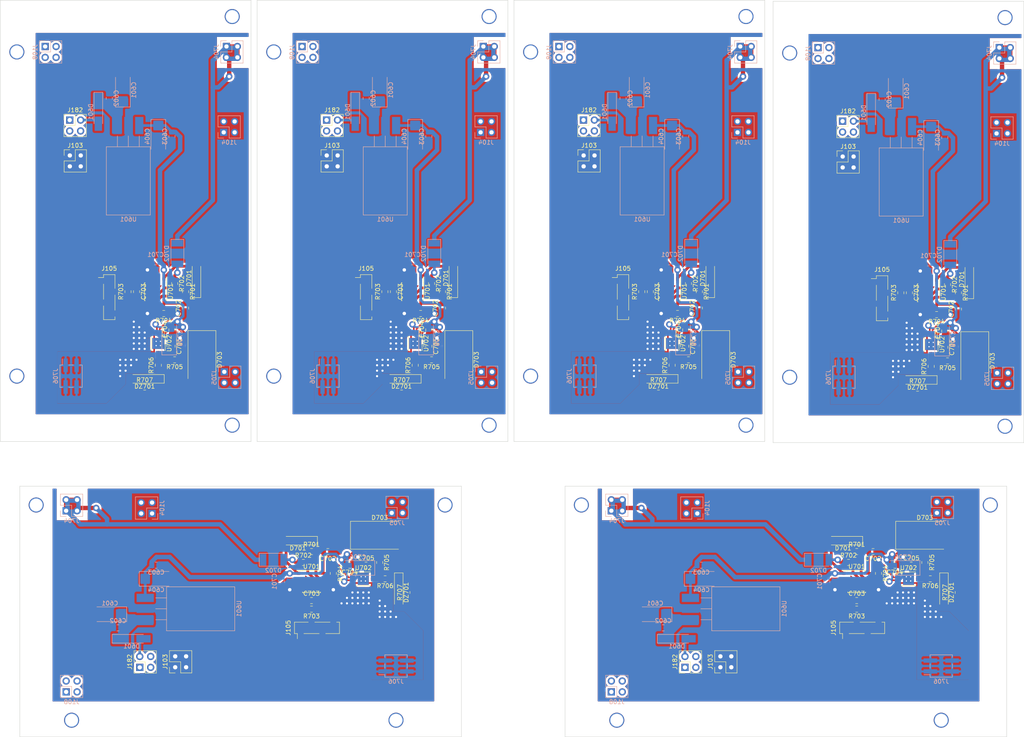
<source format=kicad_pcb>
(kicad_pcb (version 20171130) (host pcbnew 5.1.5)
  (layers (0 F.Cu signal) (31 B.Cu signal) (34 B.Paste user) (35 F.Paste user) (36 B.SilkS user) (37 F.SilkS user) (38 B.Mask user) (39 F.Mask user) (44 Edge.Cuts user))
  (net 0 "")
  (net 1 GND)
  (net 2 /chopper/GATE)
  (net 3 "Net-(R705-Pad2)")
  (net 4 "Net-(D703-Pad1)")
  (net 5 "Net-(R701-Pad2)")
  (net 6 "Net-(R704-Pad1)")
  (net 7 "Net-(C703-Pad2)")
  (net 8 "Net-(D702-Pad2)")
  (net 9 /chopper/-MOTOR)
  (net 10 +15V)
  (net 11 "Net-(C702-Pad2)")
  (net 12 /driver/IR2127_FAULT)
  (net 13 "Net-(C601-Pad1)")
  (net 14 "/POWER SUPPLY +15V/+18V_IN")
  (net 15 /driver/PWM)
  (net 16 "Net-(J107-Pad1)")
  (module Diode_SMD:D_MiniMELF_Handsoldering (layer B.Cu) (at 186.944 170.053)
    (fp_text reference D601 (at 0 1.75 180) (layer B.SilkS) (effects (justify mirror)))
    (fp_text value LL4148)
    (pad 1 smd rect (at -2.75 0) (size 3.3 1.7) (layers B.Cu B.Paste B.Mask))
    (pad 2 smd rect (at 2.75 0) (size 3.3 1.7) (layers B.Cu B.Paste B.Mask))
  )
  (module Capacitor_Tantalum_SMD:CP_EIA-6032-20_AVX-F_Pad2.25x2.35mm_HandSolder (layer B.Cu) (at 181.864 164.338 180)
    (fp_text reference C601 (at 0 2.55 180) (layer B.SilkS) (effects (justify mirror)))
    (fp_text value 1uF)
    (pad 1 smd roundrect (at -2.55 0 180) (size 2.25 2.35) (layers B.Cu B.Paste B.Mask) (roundrect_rratio 0.111111))
    (pad 2 smd roundrect (at 2.55 0 180) (size 2.25 2.35) (layers B.Cu B.Paste B.Mask) (roundrect_rratio 0.111111))
  )
  (module Capacitor_Tantalum_SMD:CP_EIA-6032-20_AVX-F_Pad2.25x2.35mm_HandSolder (layer B.Cu) (at 192.659 156.083)
    (fp_text reference C604 (at 0 2.55) (layer B.SilkS) (effects (justify mirror)))
    (fp_text value 1uF)
    (pad 2 smd roundrect (at 2.55 0) (size 2.25 2.35) (layers B.Cu B.Paste B.Mask) (roundrect_rratio 0.111111))
    (pad 1 smd roundrect (at -2.55 0) (size 2.25 2.35) (layers B.Cu B.Paste B.Mask) (roundrect_rratio 0.111111))
  )
  (module Capacitor_SMD:C_0805_2012Metric_Pad1.15x1.40mm_HandSolder (layer B.Cu) (at 192.659 152.908)
    (fp_text reference C603 (at 0 1.65) (layer B.SilkS) (effects (justify mirror)))
    (fp_text value 100nF)
    (pad 2 smd roundrect (at 1.025 0) (size 1.15 1.4) (layers B.Cu B.Paste B.Mask) (roundrect_rratio 0.217391))
    (pad 1 smd roundrect (at -1.025 0) (size 1.15 1.4) (layers B.Cu B.Paste B.Mask) (roundrect_rratio 0.217391))
  )
  (module KicadZeniteSolarLibrary18:TO-220-3_Horizontal_TabDown_SMD (layer B.Cu) (at 191.389 165.608 90)
    (fp_text reference U601 (at 2.54 20.58 -90) (layer B.SilkS) (effects (justify mirror)))
    (fp_text value LM7815)
    (pad 2 smd rect (at 2.54 11.684 90) (size 10 16) (layers B.Cu B.Paste B.Mask))
    (pad 1 smd rect (at 0 -1.27 90) (size 1.905 4) (layers B.Cu B.Paste B.Mask))
    (pad 2 smd rect (at 2.54 -1.27 90) (size 1.905 4) (layers B.Cu B.Paste B.Mask))
    (pad 3 smd rect (at 5.08 -1.27 90) (size 1.905 4) (layers B.Cu B.Paste B.Mask))
  )
  (module Resistor_SMD:R_0805_2012Metric_Pad1.15x1.40mm_HandSolder (layer F.Cu) (at 251.079 159.258 90)
    (fp_text reference R707 (at 0 -1.65 90) (layer F.SilkS))
    (fp_text value 10K)
    (pad 1 smd roundrect (at -1.025 0 90) (size 1.15 1.4) (layers F.Cu F.Paste F.Mask) (roundrect_rratio 0.217391))
    (pad 2 smd roundrect (at 1.025 0 90) (size 1.15 1.4) (layers F.Cu F.Paste F.Mask) (roundrect_rratio 0.217391))
  )
  (module Resistor_SMD:R_0805_2012Metric_Pad1.15x1.40mm_HandSolder (layer F.Cu) (at 245.999 156.083 180)
    (fp_text reference R706 (at 0 -1.65) (layer F.SilkS))
    (fp_text value 10)
    (pad 2 smd roundrect (at 1.025 0 180) (size 1.15 1.4) (layers F.Cu F.Paste F.Mask) (roundrect_rratio 0.217391))
    (pad 1 smd roundrect (at -1.025 0 180) (size 1.15 1.4) (layers F.Cu F.Paste F.Mask) (roundrect_rratio 0.217391))
  )
  (module Resistor_SMD:R_0805_2012Metric_Pad1.15x1.40mm_HandSolder (layer F.Cu) (at 244.729 152.273 270)
    (fp_text reference R705 (at 0 -1.65 270) (layer F.SilkS))
    (fp_text value 4R7)
    (pad 1 smd roundrect (at -1.025 0 270) (size 1.15 1.4) (layers F.Cu F.Paste F.Mask) (roundrect_rratio 0.217391))
    (pad 2 smd roundrect (at 1.025 0 270) (size 1.15 1.4) (layers F.Cu F.Paste F.Mask) (roundrect_rratio 0.217391))
  )
  (module Resistor_SMD:R_0805_2012Metric_Pad1.15x1.40mm_HandSolder (layer F.Cu) (at 233.934 154.813 270)
    (fp_text reference R704 (at 0 -1.65 270) (layer F.SilkS))
    (fp_text value 0)
    (pad 2 smd roundrect (at 1.025 0 270) (size 1.15 1.4) (layers F.Cu F.Paste F.Mask) (roundrect_rratio 0.217391))
    (pad 1 smd roundrect (at -1.025 0 270) (size 1.15 1.4) (layers F.Cu F.Paste F.Mask) (roundrect_rratio 0.217391))
  )
  (module Resistor_SMD:R_0805_2012Metric_Pad1.15x1.40mm_HandSolder (layer F.Cu) (at 228.853429 163.146496 180)
    (fp_text reference R703 (at 0 -1.65 180) (layer F.SilkS))
    (fp_text value 820)
    (pad 1 smd roundrect (at -1.025 0 180) (size 1.15 1.4) (layers F.Cu F.Paste F.Mask) (roundrect_rratio 0.217391))
    (pad 2 smd roundrect (at 1.025 0 180) (size 1.15 1.4) (layers F.Cu F.Paste F.Mask) (roundrect_rratio 0.217391))
  )
  (module Resistor_SMD:R_0805_2012Metric_Pad1.15x1.40mm_HandSolder (layer F.Cu) (at 226.949 152.273)
    (fp_text reference R702 (at 0 -1.65 180) (layer F.SilkS))
    (fp_text value 10K)
    (pad 2 smd roundrect (at 1.025 0) (size 1.15 1.4) (layers F.Cu F.Paste F.Mask) (roundrect_rratio 0.217391))
    (pad 1 smd roundrect (at -1.025 0) (size 1.15 1.4) (layers F.Cu F.Paste F.Mask) (roundrect_rratio 0.217391))
  )
  (module Resistor_SMD:R_0805_2012Metric_Pad1.15x1.40mm_HandSolder (layer F.Cu) (at 228.854 149.733)
    (fp_text reference R701 (at 0 -1.65 180) (layer F.SilkS))
    (fp_text value 22K)
    (pad 1 smd roundrect (at -1.025 0) (size 1.15 1.4) (layers F.Cu F.Paste F.Mask) (roundrect_rratio 0.217391))
    (pad 2 smd roundrect (at 1.025 0) (size 1.15 1.4) (layers F.Cu F.Paste F.Mask) (roundrect_rratio 0.217391))
  )
  (module Diode_SMD:D_MiniMELF_Handsoldering (layer F.Cu) (at 225.679 147.193 180)
    (fp_text reference D701 (at 0 -1.75) (layer F.SilkS))
    (fp_text value BAV102)
    (pad 1 smd rect (at -2.75 0 180) (size 3.3 1.7) (layers F.Cu F.Paste F.Mask))
    (pad 2 smd rect (at 2.75 0 180) (size 3.3 1.7) (layers F.Cu F.Paste F.Mask))
  )
  (module Diode_SMD:D_MiniMELF_Handsoldering (layer F.Cu) (at 249.174 159.258 270)
    (fp_text reference DZ701 (at 0 -1.75 90) (layer F.SilkS))
    (fp_text value 15V)
    (pad 2 smd rect (at 2.75 0 270) (size 3.3 1.7) (layers F.Cu F.Paste F.Mask))
    (pad 1 smd rect (at -2.75 0 270) (size 3.3 1.7) (layers F.Cu F.Paste F.Mask))
  )
  (module Diode_SMD:D_MELF (layer B.Cu) (at 219.964 151.638)
    (fp_text reference D702 (at 0 2.5) (layer B.SilkS) (effects (justify mirror)))
    (fp_text value BYD77)
    (pad 1 smd rect (at -2.4 0) (size 1.5 2.7) (layers B.Cu B.Paste B.Mask))
    (pad 2 smd rect (at 2.4 0) (size 1.5 2.7) (layers B.Cu B.Paste B.Mask))
  )
  (module Capacitor_Tantalum_SMD:CP_EIA-6032-20_AVX-F_Pad2.25x2.35mm_HandSolder (layer B.Cu) (at 239.649 153.543 180)
    (fp_text reference C706 (at 0 2.55) (layer B.SilkS) (effects (justify mirror)))
    (fp_text value 10uF)
    (pad 1 smd roundrect (at -2.55 0 180) (size 2.25 2.35) (layers B.Cu B.Paste B.Mask) (roundrect_rratio 0.111111))
    (pad 2 smd roundrect (at 2.55 0 180) (size 2.25 2.35) (layers B.Cu B.Paste B.Mask) (roundrect_rratio 0.111111))
  )
  (module Capacitor_SMD:C_0805_2012Metric_Pad1.15x1.40mm_HandSolder (layer B.Cu) (at 221.869 156.718 270)
    (fp_text reference C701 (at 0 1.65 90) (layer B.SilkS) (effects (justify mirror)))
    (fp_text value 100nF)
    (pad 1 smd roundrect (at -1.025 0 270) (size 1.15 1.4) (layers B.Cu B.Paste B.Mask) (roundrect_rratio 0.217391))
    (pad 2 smd roundrect (at 1.025 0 270) (size 1.15 1.4) (layers B.Cu B.Paste B.Mask) (roundrect_rratio 0.217391))
  )
  (module Capacitor_SMD:C_0805_2012Metric_Pad1.15x1.40mm_HandSolder (layer F.Cu) (at 232.664 149.733 180)
    (fp_text reference C702 (at 0 -1.65 180) (layer F.SilkS))
    (fp_text value 100nF)
    (pad 2 smd roundrect (at 1.025 0 180) (size 1.15 1.4) (layers F.Cu F.Paste F.Mask) (roundrect_rratio 0.217391))
    (pad 1 smd roundrect (at -1.025 0 180) (size 1.15 1.4) (layers F.Cu F.Paste F.Mask) (roundrect_rratio 0.217391))
  )
  (module Capacitor_SMD:C_0805_2012Metric_Pad1.15x1.40mm_HandSolder (layer F.Cu) (at 228.849 161.153)
    (fp_text reference C703 (at 0 -1.65 180) (layer F.SilkS))
    (fp_text value 100nF)
    (pad 1 smd roundrect (at -1.025 0) (size 1.15 1.4) (layers F.Cu F.Paste F.Mask) (roundrect_rratio 0.217391))
    (pad 2 smd roundrect (at 1.025 0) (size 1.15 1.4) (layers F.Cu F.Paste F.Mask) (roundrect_rratio 0.217391))
  )
  (module Capacitor_SMD:C_0805_2012Metric_Pad1.15x1.40mm_HandSolder (layer F.Cu) (at 237.744 152.908 180)
    (fp_text reference C704 (at 0 -1.65 180) (layer F.SilkS))
    (fp_text value 100nF)
    (pad 2 smd roundrect (at 1.025 0 180) (size 1.15 1.4) (layers F.Cu F.Paste F.Mask) (roundrect_rratio 0.217391))
    (pad 1 smd roundrect (at -1.025 0 180) (size 1.15 1.4) (layers F.Cu F.Paste F.Mask) (roundrect_rratio 0.217391))
  )
  (module Capacitor_SMD:C_0805_2012Metric_Pad1.15x1.40mm_HandSolder (layer F.Cu) (at 241.554 152.908)
    (fp_text reference C705 (at 0 -1.65 180) (layer F.SilkS))
    (fp_text value 1uF)
    (pad 1 smd roundrect (at -1.025 0) (size 1.15 1.4) (layers F.Cu F.Paste F.Mask) (roundrect_rratio 0.217391))
    (pad 2 smd roundrect (at 1.025 0) (size 1.15 1.4) (layers F.Cu F.Paste F.Mask) (roundrect_rratio 0.217391))
  )
  (module Connector_PinHeader_2.54mm:PinHeader_2x02_P2.54mm_Vertical (layer B.Cu) (at 191.7115 140.848 90)
    (fp_text reference J104 (at 1.27 2.33 90) (layer B.SilkS) (effects (justify mirror)))
    (fp_text value GNDD2)
    (pad 4 thru_hole oval (at 2.54 -2.54 90) (size 1.7 1.7) (drill 1) (layers *.Cu *.Mask))
    (pad 3 thru_hole oval (at 0 -2.54 90) (size 1.7 1.7) (drill 1) (layers *.Cu *.Mask))
    (pad 2 thru_hole oval (at 2.54 0 90) (size 1.7 1.7) (drill 1) (layers *.Cu *.Mask))
    (pad 1 thru_hole rect (at 0 0 90) (size 1.7 1.7) (drill 1) (layers *.Cu *.Mask))
  )
  (module Package_SO:SOIC-8_3.9x4.9mm_P1.27mm (layer F.Cu) (at 228.854 156.718)
    (fp_text reference U701 (at 0 -3.5 180) (layer F.SilkS))
    (fp_text value IR2127S)
    (pad 1 smd rect (at -2.7 -1.905) (size 1.55 0.6) (layers F.Cu F.Paste F.Mask))
    (pad 2 smd rect (at -2.7 -0.635) (size 1.55 0.6) (layers F.Cu F.Paste F.Mask))
    (pad 3 smd rect (at -2.7 0.635) (size 1.55 0.6) (layers F.Cu F.Paste F.Mask))
    (pad 4 smd rect (at -2.7 1.905) (size 1.55 0.6) (layers F.Cu F.Paste F.Mask))
    (pad 5 smd rect (at 2.7 1.905) (size 1.55 0.6) (layers F.Cu F.Paste F.Mask))
    (pad 6 smd rect (at 2.7 0.635) (size 1.55 0.6) (layers F.Cu F.Paste F.Mask))
    (pad 7 smd rect (at 2.7 -0.635) (size 1.55 0.6) (layers F.Cu F.Paste F.Mask))
    (pad 8 smd rect (at 2.7 -1.905) (size 1.55 0.6) (layers F.Cu F.Paste F.Mask))
  )
  (module Connector_PinHeader_2.54mm:PinHeader_2x02_P2.54mm_Vertical (layer F.Cu) (at 188.844 176.7255 90)
    (fp_text reference J182 (at 1.27 -2.33 90) (layer F.SilkS))
    (fp_text value +18D)
    (pad 1 thru_hole rect (at 0 0 90) (size 1.7 1.7) (drill 1) (layers *.Cu *.Mask))
    (pad 2 thru_hole oval (at 2.54 0 90) (size 1.7 1.7) (drill 1) (layers *.Cu *.Mask))
    (pad 3 thru_hole oval (at 0 2.54 90) (size 1.7 1.7) (drill 1) (layers *.Cu *.Mask))
    (pad 4 thru_hole oval (at 2.54 2.54 90) (size 1.7 1.7) (drill 1) (layers *.Cu *.Mask))
  )
  (module Connector_PinHeader_2.54mm:PinHeader_2x02_P2.54mm_Vertical (layer F.Cu) (at 197.099 176.693 90)
    (fp_text reference J103 (at 1.27 -2.33 90) (layer F.SilkS))
    (fp_text value GNDD1)
    (pad 1 thru_hole rect (at 0 0 90) (size 1.7 1.7) (drill 1) (layers *.Cu *.Mask))
    (pad 2 thru_hole oval (at 2.54 0 90) (size 1.7 1.7) (drill 1) (layers *.Cu *.Mask))
    (pad 3 thru_hole oval (at 0 2.54 90) (size 1.7 1.7) (drill 1) (layers *.Cu *.Mask))
    (pad 4 thru_hole oval (at 2.54 2.54 90) (size 1.7 1.7) (drill 1) (layers *.Cu *.Mask))
  )
  (module Package_SO:MSOP-8-1EP_3x3mm_P0.65mm_EP2.54x2.8mm_ThermalVias (layer F.Cu) (at 240.919 156.083)
    (fp_text reference U702 (at 0 -2.55) (layer F.SilkS))
    (fp_text value UCC2732)
    (pad 8 smd rect (at 2.4 -0.975) (size 1.26 0.4) (layers F.Cu F.Paste F.Mask))
    (pad 9 smd rect (at 0 0) (size 2.54 2.8) (layers F.Cu F.Mask) (clearance 0.01))
    (pad 7 smd rect (at 2.4 -0.325) (size 1.26 0.4) (layers F.Cu F.Paste F.Mask))
    (pad 3 smd rect (at -2.4 0.325) (size 1.26 0.4) (layers F.Cu F.Paste F.Mask))
    (pad 2 smd rect (at -2.4 -0.325) (size 1.26 0.4) (layers F.Cu F.Paste F.Mask))
    (pad 6 smd rect (at 2.4 0.325) (size 1.26 0.4) (layers F.Cu F.Paste F.Mask))
    (pad 4 smd rect (at -2.4 0.975) (size 1.26 0.4) (layers F.Cu F.Paste F.Mask))
    (pad 1 smd rect (at -2.4 -0.975) (size 1.26 0.4) (layers F.Cu F.Paste F.Mask))
    (pad 5 smd rect (at 2.4 0.975) (size 1.26 0.4) (layers F.Cu F.Paste F.Mask) (clearance 0.01))
    (pad 9 thru_hole circle (at 0.5 -0.5) (size 0.6 0.6) (drill 0.3) (layers *.Cu *.Mask))
    (pad 9 thru_hole circle (at 0.5 0.5) (size 0.6 0.6) (drill 0.3) (layers *.Cu *.Mask))
    (pad 9 thru_hole circle (at -0.5 0.5) (size 0.6 0.6) (drill 0.3) (layers *.Cu *.Mask))
    (pad 9 thru_hole circle (at -0.5 -0.5) (size 0.6 0.6) (drill 0.3) (layers *.Cu *.Mask))
    (pad 9 smd rect (at 0 0) (size 2.54 2.8) (layers B.Cu))
  )
  (module Diode_SMD:D_SMC_Handsoldering (layer F.Cu) (at 244.729 145.923)
    (fp_text reference D703 (at 0 -4.1) (layer F.SilkS))
    (fp_text value ES3B)
    (pad 1 smd rect (at -4.4 0 90) (size 3.3 4.5) (layers F.Cu F.Paste F.Mask))
    (pad 2 smd rect (at 4.4 0 90) (size 3.3 4.5) (layers F.Cu F.Paste F.Mask))
  )
  (module Connector_PinSocket_2.54mm:PinSocket_1x04_P2.54mm_Vertical_SMD_Pin1Left (layer F.Cu) (at 230.124 167.513 90)
    (fp_text reference J105 (at 0 -6.68 90) (layer F.SilkS))
    (fp_text value "PWM/IR D")
    (pad 1 smd rect (at -1.65 -3.81 90) (size 1.9 1) (layers F.Cu F.Paste F.Mask))
    (pad 3 smd rect (at -1.65 1.27 90) (size 1.9 1) (layers F.Cu F.Paste F.Mask))
    (pad 2 smd rect (at 1.65 -1.27 90) (size 1.9 1) (layers F.Cu F.Paste F.Mask))
    (pad 4 smd rect (at 1.65 3.81 90) (size 1.9 1) (layers F.Cu F.Paste F.Mask))
  )
  (module Connector_PinHeader_2.54mm:PinHeader_2x02_P2.54mm_Vertical_SMD (layer B.Cu) (at 248.539 176.403)
    (fp_text reference J706 (at 0 3.6) (layer B.SilkS) (effects (justify mirror)))
    (fp_text value SOURCECH)
    (pad 1 smd rect (at -2.525 1.27) (size 3.15 1) (layers B.Cu B.Paste B.Mask))
    (pad 2 smd rect (at 2.525 1.27) (size 3.15 1) (layers B.Cu B.Paste B.Mask))
    (pad 3 smd rect (at -2.525 -1.27) (size 3.15 1) (layers B.Cu B.Paste B.Mask))
    (pad 4 smd rect (at 2.525 -1.27) (size 3.15 1) (layers B.Cu B.Paste B.Mask))
  )
  (module Connector_PinHeader_2.54mm:PinHeader_2x02_P2.54mm_Vertical (layer B.Cu) (at 247.53332 140.71854)
    (fp_text reference J705 (at 1.27 2.33 180) (layer B.SilkS) (effects (justify mirror)))
    (fp_text value GATECH)
    (pad 4 thru_hole oval (at 2.54 -2.54) (size 1.7 1.7) (drill 1) (layers *.Cu *.Mask))
    (pad 3 thru_hole oval (at 0 -2.54) (size 1.7 1.7) (drill 1) (layers *.Cu *.Mask))
    (pad 2 thru_hole oval (at 2.54 0) (size 1.7 1.7) (drill 1) (layers *.Cu *.Mask))
    (pad 1 thru_hole rect (at 0 0) (size 1.7 1.7) (drill 1) (layers *.Cu *.Mask))
  )
  (module Connector_PinHeader_2.54mm:PinHeader_2x02_P2.54mm_Vertical (layer B.Cu) (at 171.694 140.208)
    (fp_text reference J704 (at 1.27 2.33 180) (layer B.SilkS) (effects (justify mirror)))
    (fp_text value DRAINCH)
    (pad 4 thru_hole oval (at 2.54 -2.54) (size 1.7 1.7) (drill 1) (layers *.Cu *.Mask))
    (pad 3 thru_hole oval (at 0 -2.54) (size 1.7 1.7) (drill 1) (layers *.Cu *.Mask))
    (pad 2 thru_hole oval (at 2.54 0) (size 1.7 1.7) (drill 1) (layers *.Cu *.Mask))
    (pad 1 thru_hole rect (at 0 0) (size 1.7 1.7) (drill 1) (layers *.Cu *.Mask))
  )
  (module Connector_PinHeader_2.54mm:PinHeader_2x02_P2.54mm_Vertical (layer B.Cu) (at 171.699 182.4405)
    (fp_text reference J108 (at 1.27 2.33 180) (layer B.SilkS) (effects (justify mirror)))
    (fp_text value HOLD2)
    (pad 4 thru_hole oval (at 2.54 -2.54) (size 1.7 1.7) (drill 1) (layers *.Cu *.Mask))
    (pad 3 thru_hole oval (at 0 -2.54) (size 1.7 1.7) (drill 1) (layers *.Cu *.Mask))
    (pad 2 thru_hole oval (at 2.54 0) (size 1.7 1.7) (drill 1) (layers *.Cu *.Mask))
    (pad 1 thru_hole rect (at 0 0) (size 1.7 1.7) (drill 1) (layers *.Cu *.Mask))
  )
  (module Capacitor_SMD:C_0805_2012Metric_Pad1.15x1.40mm_HandSolder (layer B.Cu) (at 183.769 167.513 180)
    (fp_text reference C602 (at 0 1.65) (layer B.SilkS) (effects (justify mirror)))
    (fp_text value 100nF)
    (pad 1 smd roundrect (at -1.025 0 180) (size 1.15 1.4) (layers B.Cu B.Paste B.Mask) (roundrect_rratio 0.217391))
    (pad 2 smd roundrect (at 1.025 0 180) (size 1.15 1.4) (layers B.Cu B.Paste B.Mask) (roundrect_rratio 0.217391))
  )
  (module Diode_SMD:D_MiniMELF_Handsoldering (layer B.Cu) (at 59.944 170.053)
    (fp_text reference D601 (at 0 1.75 180) (layer B.SilkS) (effects (justify mirror)))
    (fp_text value LL4148)
    (pad 1 smd rect (at -2.75 0) (size 3.3 1.7) (layers B.Cu B.Paste B.Mask))
    (pad 2 smd rect (at 2.75 0) (size 3.3 1.7) (layers B.Cu B.Paste B.Mask))
  )
  (module Capacitor_Tantalum_SMD:CP_EIA-6032-20_AVX-F_Pad2.25x2.35mm_HandSolder (layer B.Cu) (at 54.864 164.338 180)
    (fp_text reference C601 (at 0 2.55 180) (layer B.SilkS) (effects (justify mirror)))
    (fp_text value 1uF)
    (pad 1 smd roundrect (at -2.55 0 180) (size 2.25 2.35) (layers B.Cu B.Paste B.Mask) (roundrect_rratio 0.111111))
    (pad 2 smd roundrect (at 2.55 0 180) (size 2.25 2.35) (layers B.Cu B.Paste B.Mask) (roundrect_rratio 0.111111))
  )
  (module Capacitor_Tantalum_SMD:CP_EIA-6032-20_AVX-F_Pad2.25x2.35mm_HandSolder (layer B.Cu) (at 65.659 156.083)
    (fp_text reference C604 (at 0 2.55) (layer B.SilkS) (effects (justify mirror)))
    (fp_text value 1uF)
    (pad 2 smd roundrect (at 2.55 0) (size 2.25 2.35) (layers B.Cu B.Paste B.Mask) (roundrect_rratio 0.111111))
    (pad 1 smd roundrect (at -2.55 0) (size 2.25 2.35) (layers B.Cu B.Paste B.Mask) (roundrect_rratio 0.111111))
  )
  (module Capacitor_SMD:C_0805_2012Metric_Pad1.15x1.40mm_HandSolder (layer B.Cu) (at 65.659 152.908)
    (fp_text reference C603 (at 0 1.65) (layer B.SilkS) (effects (justify mirror)))
    (fp_text value 100nF)
    (pad 2 smd roundrect (at 1.025 0) (size 1.15 1.4) (layers B.Cu B.Paste B.Mask) (roundrect_rratio 0.217391))
    (pad 1 smd roundrect (at -1.025 0) (size 1.15 1.4) (layers B.Cu B.Paste B.Mask) (roundrect_rratio 0.217391))
  )
  (module KicadZeniteSolarLibrary18:TO-220-3_Horizontal_TabDown_SMD (layer B.Cu) (at 64.389 165.608 90)
    (fp_text reference U601 (at 2.54 20.58 -90) (layer B.SilkS) (effects (justify mirror)))
    (fp_text value LM7815)
    (pad 2 smd rect (at 2.54 11.684 90) (size 10 16) (layers B.Cu B.Paste B.Mask))
    (pad 1 smd rect (at 0 -1.27 90) (size 1.905 4) (layers B.Cu B.Paste B.Mask))
    (pad 2 smd rect (at 2.54 -1.27 90) (size 1.905 4) (layers B.Cu B.Paste B.Mask))
    (pad 3 smd rect (at 5.08 -1.27 90) (size 1.905 4) (layers B.Cu B.Paste B.Mask))
  )
  (module Resistor_SMD:R_0805_2012Metric_Pad1.15x1.40mm_HandSolder (layer F.Cu) (at 124.079 159.258 90)
    (fp_text reference R707 (at 0 -1.65 90) (layer F.SilkS))
    (fp_text value 10K)
    (pad 1 smd roundrect (at -1.025 0 90) (size 1.15 1.4) (layers F.Cu F.Paste F.Mask) (roundrect_rratio 0.217391))
    (pad 2 smd roundrect (at 1.025 0 90) (size 1.15 1.4) (layers F.Cu F.Paste F.Mask) (roundrect_rratio 0.217391))
  )
  (module Resistor_SMD:R_0805_2012Metric_Pad1.15x1.40mm_HandSolder (layer F.Cu) (at 118.999 156.083 180)
    (fp_text reference R706 (at 0 -1.65) (layer F.SilkS))
    (fp_text value 10)
    (pad 2 smd roundrect (at 1.025 0 180) (size 1.15 1.4) (layers F.Cu F.Paste F.Mask) (roundrect_rratio 0.217391))
    (pad 1 smd roundrect (at -1.025 0 180) (size 1.15 1.4) (layers F.Cu F.Paste F.Mask) (roundrect_rratio 0.217391))
  )
  (module Resistor_SMD:R_0805_2012Metric_Pad1.15x1.40mm_HandSolder (layer F.Cu) (at 117.729 152.273 270)
    (fp_text reference R705 (at 0 -1.65 270) (layer F.SilkS))
    (fp_text value 4R7)
    (pad 1 smd roundrect (at -1.025 0 270) (size 1.15 1.4) (layers F.Cu F.Paste F.Mask) (roundrect_rratio 0.217391))
    (pad 2 smd roundrect (at 1.025 0 270) (size 1.15 1.4) (layers F.Cu F.Paste F.Mask) (roundrect_rratio 0.217391))
  )
  (module Resistor_SMD:R_0805_2012Metric_Pad1.15x1.40mm_HandSolder (layer F.Cu) (at 106.934 154.813 270)
    (fp_text reference R704 (at 0 -1.65 270) (layer F.SilkS))
    (fp_text value 0)
    (pad 2 smd roundrect (at 1.025 0 270) (size 1.15 1.4) (layers F.Cu F.Paste F.Mask) (roundrect_rratio 0.217391))
    (pad 1 smd roundrect (at -1.025 0 270) (size 1.15 1.4) (layers F.Cu F.Paste F.Mask) (roundrect_rratio 0.217391))
  )
  (module Resistor_SMD:R_0805_2012Metric_Pad1.15x1.40mm_HandSolder (layer F.Cu) (at 101.853429 163.146496 180)
    (fp_text reference R703 (at 0 -1.65 180) (layer F.SilkS))
    (fp_text value 820)
    (pad 1 smd roundrect (at -1.025 0 180) (size 1.15 1.4) (layers F.Cu F.Paste F.Mask) (roundrect_rratio 0.217391))
    (pad 2 smd roundrect (at 1.025 0 180) (size 1.15 1.4) (layers F.Cu F.Paste F.Mask) (roundrect_rratio 0.217391))
  )
  (module Resistor_SMD:R_0805_2012Metric_Pad1.15x1.40mm_HandSolder (layer F.Cu) (at 99.949 152.273)
    (fp_text reference R702 (at 0 -1.65 180) (layer F.SilkS))
    (fp_text value 10K)
    (pad 2 smd roundrect (at 1.025 0) (size 1.15 1.4) (layers F.Cu F.Paste F.Mask) (roundrect_rratio 0.217391))
    (pad 1 smd roundrect (at -1.025 0) (size 1.15 1.4) (layers F.Cu F.Paste F.Mask) (roundrect_rratio 0.217391))
  )
  (module Resistor_SMD:R_0805_2012Metric_Pad1.15x1.40mm_HandSolder (layer F.Cu) (at 101.854 149.733)
    (fp_text reference R701 (at 0 -1.65 180) (layer F.SilkS))
    (fp_text value 22K)
    (pad 1 smd roundrect (at -1.025 0) (size 1.15 1.4) (layers F.Cu F.Paste F.Mask) (roundrect_rratio 0.217391))
    (pad 2 smd roundrect (at 1.025 0) (size 1.15 1.4) (layers F.Cu F.Paste F.Mask) (roundrect_rratio 0.217391))
  )
  (module Diode_SMD:D_MiniMELF_Handsoldering (layer F.Cu) (at 98.679 147.193 180)
    (fp_text reference D701 (at 0 -1.75) (layer F.SilkS))
    (fp_text value BAV102)
    (pad 1 smd rect (at -2.75 0 180) (size 3.3 1.7) (layers F.Cu F.Paste F.Mask))
    (pad 2 smd rect (at 2.75 0 180) (size 3.3 1.7) (layers F.Cu F.Paste F.Mask))
  )
  (module Diode_SMD:D_MiniMELF_Handsoldering (layer F.Cu) (at 122.174 159.258 270)
    (fp_text reference DZ701 (at 0 -1.75 90) (layer F.SilkS))
    (fp_text value 15V)
    (pad 2 smd rect (at 2.75 0 270) (size 3.3 1.7) (layers F.Cu F.Paste F.Mask))
    (pad 1 smd rect (at -2.75 0 270) (size 3.3 1.7) (layers F.Cu F.Paste F.Mask))
  )
  (module Diode_SMD:D_MELF (layer B.Cu) (at 92.964 151.638)
    (fp_text reference D702 (at 0 2.5) (layer B.SilkS) (effects (justify mirror)))
    (fp_text value BYD77)
    (pad 1 smd rect (at -2.4 0) (size 1.5 2.7) (layers B.Cu B.Paste B.Mask))
    (pad 2 smd rect (at 2.4 0) (size 1.5 2.7) (layers B.Cu B.Paste B.Mask))
  )
  (module Capacitor_Tantalum_SMD:CP_EIA-6032-20_AVX-F_Pad2.25x2.35mm_HandSolder (layer B.Cu) (at 112.649 153.543 180)
    (fp_text reference C706 (at 0 2.55) (layer B.SilkS) (effects (justify mirror)))
    (fp_text value 10uF)
    (pad 1 smd roundrect (at -2.55 0 180) (size 2.25 2.35) (layers B.Cu B.Paste B.Mask) (roundrect_rratio 0.111111))
    (pad 2 smd roundrect (at 2.55 0 180) (size 2.25 2.35) (layers B.Cu B.Paste B.Mask) (roundrect_rratio 0.111111))
  )
  (module Capacitor_SMD:C_0805_2012Metric_Pad1.15x1.40mm_HandSolder (layer B.Cu) (at 94.869 156.718 270)
    (fp_text reference C701 (at 0 1.65 90) (layer B.SilkS) (effects (justify mirror)))
    (fp_text value 100nF)
    (pad 1 smd roundrect (at -1.025 0 270) (size 1.15 1.4) (layers B.Cu B.Paste B.Mask) (roundrect_rratio 0.217391))
    (pad 2 smd roundrect (at 1.025 0 270) (size 1.15 1.4) (layers B.Cu B.Paste B.Mask) (roundrect_rratio 0.217391))
  )
  (module Capacitor_SMD:C_0805_2012Metric_Pad1.15x1.40mm_HandSolder (layer F.Cu) (at 105.664 149.733 180)
    (fp_text reference C702 (at 0 -1.65 180) (layer F.SilkS))
    (fp_text value 100nF)
    (pad 2 smd roundrect (at 1.025 0 180) (size 1.15 1.4) (layers F.Cu F.Paste F.Mask) (roundrect_rratio 0.217391))
    (pad 1 smd roundrect (at -1.025 0 180) (size 1.15 1.4) (layers F.Cu F.Paste F.Mask) (roundrect_rratio 0.217391))
  )
  (module Capacitor_SMD:C_0805_2012Metric_Pad1.15x1.40mm_HandSolder (layer F.Cu) (at 101.849 161.153)
    (fp_text reference C703 (at 0 -1.65 180) (layer F.SilkS))
    (fp_text value 100nF)
    (pad 1 smd roundrect (at -1.025 0) (size 1.15 1.4) (layers F.Cu F.Paste F.Mask) (roundrect_rratio 0.217391))
    (pad 2 smd roundrect (at 1.025 0) (size 1.15 1.4) (layers F.Cu F.Paste F.Mask) (roundrect_rratio 0.217391))
  )
  (module Capacitor_SMD:C_0805_2012Metric_Pad1.15x1.40mm_HandSolder (layer F.Cu) (at 110.744 152.908 180)
    (fp_text reference C704 (at 0 -1.65 180) (layer F.SilkS))
    (fp_text value 100nF)
    (pad 2 smd roundrect (at 1.025 0 180) (size 1.15 1.4) (layers F.Cu F.Paste F.Mask) (roundrect_rratio 0.217391))
    (pad 1 smd roundrect (at -1.025 0 180) (size 1.15 1.4) (layers F.Cu F.Paste F.Mask) (roundrect_rratio 0.217391))
  )
  (module Capacitor_SMD:C_0805_2012Metric_Pad1.15x1.40mm_HandSolder (layer F.Cu) (at 114.554 152.908)
    (fp_text reference C705 (at 0 -1.65 180) (layer F.SilkS))
    (fp_text value 1uF)
    (pad 1 smd roundrect (at -1.025 0) (size 1.15 1.4) (layers F.Cu F.Paste F.Mask) (roundrect_rratio 0.217391))
    (pad 2 smd roundrect (at 1.025 0) (size 1.15 1.4) (layers F.Cu F.Paste F.Mask) (roundrect_rratio 0.217391))
  )
  (module Connector_PinHeader_2.54mm:PinHeader_2x02_P2.54mm_Vertical (layer B.Cu) (at 64.7115 140.848 90)
    (fp_text reference J104 (at 1.27 2.33 90) (layer B.SilkS) (effects (justify mirror)))
    (fp_text value GNDD2)
    (pad 4 thru_hole oval (at 2.54 -2.54 90) (size 1.7 1.7) (drill 1) (layers *.Cu *.Mask))
    (pad 3 thru_hole oval (at 0 -2.54 90) (size 1.7 1.7) (drill 1) (layers *.Cu *.Mask))
    (pad 2 thru_hole oval (at 2.54 0 90) (size 1.7 1.7) (drill 1) (layers *.Cu *.Mask))
    (pad 1 thru_hole rect (at 0 0 90) (size 1.7 1.7) (drill 1) (layers *.Cu *.Mask))
  )
  (module Package_SO:SOIC-8_3.9x4.9mm_P1.27mm (layer F.Cu) (at 101.854 156.718)
    (fp_text reference U701 (at 0 -3.5 180) (layer F.SilkS))
    (fp_text value IR2127S)
    (pad 1 smd rect (at -2.7 -1.905) (size 1.55 0.6) (layers F.Cu F.Paste F.Mask))
    (pad 2 smd rect (at -2.7 -0.635) (size 1.55 0.6) (layers F.Cu F.Paste F.Mask))
    (pad 3 smd rect (at -2.7 0.635) (size 1.55 0.6) (layers F.Cu F.Paste F.Mask))
    (pad 4 smd rect (at -2.7 1.905) (size 1.55 0.6) (layers F.Cu F.Paste F.Mask))
    (pad 5 smd rect (at 2.7 1.905) (size 1.55 0.6) (layers F.Cu F.Paste F.Mask))
    (pad 6 smd rect (at 2.7 0.635) (size 1.55 0.6) (layers F.Cu F.Paste F.Mask))
    (pad 7 smd rect (at 2.7 -0.635) (size 1.55 0.6) (layers F.Cu F.Paste F.Mask))
    (pad 8 smd rect (at 2.7 -1.905) (size 1.55 0.6) (layers F.Cu F.Paste F.Mask))
  )
  (module Connector_PinHeader_2.54mm:PinHeader_2x02_P2.54mm_Vertical (layer F.Cu) (at 61.844 176.7255 90)
    (fp_text reference J182 (at 1.27 -2.33 90) (layer F.SilkS))
    (fp_text value +18D)
    (pad 1 thru_hole rect (at 0 0 90) (size 1.7 1.7) (drill 1) (layers *.Cu *.Mask))
    (pad 2 thru_hole oval (at 2.54 0 90) (size 1.7 1.7) (drill 1) (layers *.Cu *.Mask))
    (pad 3 thru_hole oval (at 0 2.54 90) (size 1.7 1.7) (drill 1) (layers *.Cu *.Mask))
    (pad 4 thru_hole oval (at 2.54 2.54 90) (size 1.7 1.7) (drill 1) (layers *.Cu *.Mask))
  )
  (module Connector_PinHeader_2.54mm:PinHeader_2x02_P2.54mm_Vertical (layer F.Cu) (at 70.099 176.693 90)
    (fp_text reference J103 (at 1.27 -2.33 90) (layer F.SilkS))
    (fp_text value GNDD1)
    (pad 1 thru_hole rect (at 0 0 90) (size 1.7 1.7) (drill 1) (layers *.Cu *.Mask))
    (pad 2 thru_hole oval (at 2.54 0 90) (size 1.7 1.7) (drill 1) (layers *.Cu *.Mask))
    (pad 3 thru_hole oval (at 0 2.54 90) (size 1.7 1.7) (drill 1) (layers *.Cu *.Mask))
    (pad 4 thru_hole oval (at 2.54 2.54 90) (size 1.7 1.7) (drill 1) (layers *.Cu *.Mask))
  )
  (module Package_SO:MSOP-8-1EP_3x3mm_P0.65mm_EP2.54x2.8mm_ThermalVias (layer F.Cu) (at 113.919 156.083)
    (fp_text reference U702 (at 0 -2.55) (layer F.SilkS))
    (fp_text value UCC2732)
    (pad 8 smd rect (at 2.4 -0.975) (size 1.26 0.4) (layers F.Cu F.Paste F.Mask))
    (pad 9 smd rect (at 0 0) (size 2.54 2.8) (layers F.Cu F.Mask) (clearance 0.01))
    (pad 7 smd rect (at 2.4 -0.325) (size 1.26 0.4) (layers F.Cu F.Paste F.Mask))
    (pad 3 smd rect (at -2.4 0.325) (size 1.26 0.4) (layers F.Cu F.Paste F.Mask))
    (pad 2 smd rect (at -2.4 -0.325) (size 1.26 0.4) (layers F.Cu F.Paste F.Mask))
    (pad 6 smd rect (at 2.4 0.325) (size 1.26 0.4) (layers F.Cu F.Paste F.Mask))
    (pad 4 smd rect (at -2.4 0.975) (size 1.26 0.4) (layers F.Cu F.Paste F.Mask))
    (pad 1 smd rect (at -2.4 -0.975) (size 1.26 0.4) (layers F.Cu F.Paste F.Mask))
    (pad 5 smd rect (at 2.4 0.975) (size 1.26 0.4) (layers F.Cu F.Paste F.Mask) (clearance 0.01))
    (pad 9 thru_hole circle (at 0.5 -0.5) (size 0.6 0.6) (drill 0.3) (layers *.Cu *.Mask))
    (pad 9 thru_hole circle (at 0.5 0.5) (size 0.6 0.6) (drill 0.3) (layers *.Cu *.Mask))
    (pad 9 thru_hole circle (at -0.5 0.5) (size 0.6 0.6) (drill 0.3) (layers *.Cu *.Mask))
    (pad 9 thru_hole circle (at -0.5 -0.5) (size 0.6 0.6) (drill 0.3) (layers *.Cu *.Mask))
    (pad 9 smd rect (at 0 0) (size 2.54 2.8) (layers B.Cu))
  )
  (module Diode_SMD:D_SMC_Handsoldering (layer F.Cu) (at 117.729 145.923)
    (fp_text reference D703 (at 0 -4.1) (layer F.SilkS))
    (fp_text value ES3B)
    (pad 1 smd rect (at -4.4 0 90) (size 3.3 4.5) (layers F.Cu F.Paste F.Mask))
    (pad 2 smd rect (at 4.4 0 90) (size 3.3 4.5) (layers F.Cu F.Paste F.Mask))
  )
  (module Connector_PinSocket_2.54mm:PinSocket_1x04_P2.54mm_Vertical_SMD_Pin1Left (layer F.Cu) (at 103.124 167.513 90)
    (fp_text reference J105 (at 0 -6.68 90) (layer F.SilkS))
    (fp_text value "PWM/IR D")
    (pad 1 smd rect (at -1.65 -3.81 90) (size 1.9 1) (layers F.Cu F.Paste F.Mask))
    (pad 3 smd rect (at -1.65 1.27 90) (size 1.9 1) (layers F.Cu F.Paste F.Mask))
    (pad 2 smd rect (at 1.65 -1.27 90) (size 1.9 1) (layers F.Cu F.Paste F.Mask))
    (pad 4 smd rect (at 1.65 3.81 90) (size 1.9 1) (layers F.Cu F.Paste F.Mask))
  )
  (module Connector_PinHeader_2.54mm:PinHeader_2x02_P2.54mm_Vertical_SMD (layer B.Cu) (at 121.539 176.403)
    (fp_text reference J706 (at 0 3.6) (layer B.SilkS) (effects (justify mirror)))
    (fp_text value SOURCECH)
    (pad 1 smd rect (at -2.525 1.27) (size 3.15 1) (layers B.Cu B.Paste B.Mask))
    (pad 2 smd rect (at 2.525 1.27) (size 3.15 1) (layers B.Cu B.Paste B.Mask))
    (pad 3 smd rect (at -2.525 -1.27) (size 3.15 1) (layers B.Cu B.Paste B.Mask))
    (pad 4 smd rect (at 2.525 -1.27) (size 3.15 1) (layers B.Cu B.Paste B.Mask))
  )
  (module Connector_PinHeader_2.54mm:PinHeader_2x02_P2.54mm_Vertical (layer B.Cu) (at 120.53332 140.71854)
    (fp_text reference J705 (at 1.27 2.33 180) (layer B.SilkS) (effects (justify mirror)))
    (fp_text value GATECH)
    (pad 4 thru_hole oval (at 2.54 -2.54) (size 1.7 1.7) (drill 1) (layers *.Cu *.Mask))
    (pad 3 thru_hole oval (at 0 -2.54) (size 1.7 1.7) (drill 1) (layers *.Cu *.Mask))
    (pad 2 thru_hole oval (at 2.54 0) (size 1.7 1.7) (drill 1) (layers *.Cu *.Mask))
    (pad 1 thru_hole rect (at 0 0) (size 1.7 1.7) (drill 1) (layers *.Cu *.Mask))
  )
  (module Connector_PinHeader_2.54mm:PinHeader_2x02_P2.54mm_Vertical (layer B.Cu) (at 44.694 140.208)
    (fp_text reference J704 (at 1.27 2.33 180) (layer B.SilkS) (effects (justify mirror)))
    (fp_text value DRAINCH)
    (pad 4 thru_hole oval (at 2.54 -2.54) (size 1.7 1.7) (drill 1) (layers *.Cu *.Mask))
    (pad 3 thru_hole oval (at 0 -2.54) (size 1.7 1.7) (drill 1) (layers *.Cu *.Mask))
    (pad 2 thru_hole oval (at 2.54 0) (size 1.7 1.7) (drill 1) (layers *.Cu *.Mask))
    (pad 1 thru_hole rect (at 0 0) (size 1.7 1.7) (drill 1) (layers *.Cu *.Mask))
  )
  (module Connector_PinHeader_2.54mm:PinHeader_2x02_P2.54mm_Vertical (layer B.Cu) (at 44.699 182.4405)
    (fp_text reference J108 (at 1.27 2.33 180) (layer B.SilkS) (effects (justify mirror)))
    (fp_text value HOLD2)
    (pad 4 thru_hole oval (at 2.54 -2.54) (size 1.7 1.7) (drill 1) (layers *.Cu *.Mask))
    (pad 3 thru_hole oval (at 0 -2.54) (size 1.7 1.7) (drill 1) (layers *.Cu *.Mask))
    (pad 2 thru_hole oval (at 2.54 0) (size 1.7 1.7) (drill 1) (layers *.Cu *.Mask))
    (pad 1 thru_hole rect (at 0 0) (size 1.7 1.7) (drill 1) (layers *.Cu *.Mask))
  )
  (module Capacitor_SMD:C_0805_2012Metric_Pad1.15x1.40mm_HandSolder (layer B.Cu) (at 56.769 167.513 180)
    (fp_text reference C602 (at 0 1.65) (layer B.SilkS) (effects (justify mirror)))
    (fp_text value 100nF)
    (pad 1 smd roundrect (at -1.025 0 180) (size 1.15 1.4) (layers B.Cu B.Paste B.Mask) (roundrect_rratio 0.217391))
    (pad 2 smd roundrect (at 1.025 0 180) (size 1.15 1.4) (layers B.Cu B.Paste B.Mask) (roundrect_rratio 0.217391))
  )
  (module Package_SO:SOIC-8_3.9x4.9mm_P1.27mm (layer F.Cu) (at 245.56 89.408 270)
    (fp_text reference U701 (at 0 -3.5 270) (layer F.SilkS))
    (fp_text value IR2127S)
    (pad 1 smd rect (at -2.7 -1.905 270) (size 1.55 0.6) (layers F.Cu F.Paste F.Mask) (net 10 +15V))
    (pad 2 smd rect (at -2.7 -0.635 270) (size 1.55 0.6) (layers F.Cu F.Paste F.Mask) (net 15 /driver/PWM))
    (pad 3 smd rect (at -2.7 0.635 270) (size 1.55 0.6) (layers F.Cu F.Paste F.Mask) (net 12 /driver/IR2127_FAULT))
    (pad 4 smd rect (at -2.7 1.905 270) (size 1.55 0.6) (layers F.Cu F.Paste F.Mask) (net 1 GND))
    (pad 5 smd rect (at 2.7 1.905 270) (size 1.55 0.6) (layers F.Cu F.Paste F.Mask) (net 1 GND))
    (pad 6 smd rect (at 2.7 0.635 270) (size 1.55 0.6) (layers F.Cu F.Paste F.Mask) (net 7 "Net-(C703-Pad2)"))
    (pad 7 smd rect (at 2.7 -0.635 270) (size 1.55 0.6) (layers F.Cu F.Paste F.Mask) (net 5 "Net-(R701-Pad2)"))
    (pad 8 smd rect (at 2.7 -1.905 270) (size 1.55 0.6) (layers F.Cu F.Paste F.Mask) (net 11 "Net-(C702-Pad2)"))
  )
  (module Package_SO:SOIC-8_3.9x4.9mm_P1.27mm (layer F.Cu) (at 185.212 89.154 270)
    (fp_text reference U701 (at 0 -3.5 270) (layer F.SilkS))
    (fp_text value IR2127S)
    (pad 1 smd rect (at -2.7 -1.905 270) (size 1.55 0.6) (layers F.Cu F.Paste F.Mask) (net 10 +15V))
    (pad 2 smd rect (at -2.7 -0.635 270) (size 1.55 0.6) (layers F.Cu F.Paste F.Mask) (net 15 /driver/PWM))
    (pad 3 smd rect (at -2.7 0.635 270) (size 1.55 0.6) (layers F.Cu F.Paste F.Mask) (net 12 /driver/IR2127_FAULT))
    (pad 4 smd rect (at -2.7 1.905 270) (size 1.55 0.6) (layers F.Cu F.Paste F.Mask) (net 1 GND))
    (pad 5 smd rect (at 2.7 1.905 270) (size 1.55 0.6) (layers F.Cu F.Paste F.Mask) (net 1 GND))
    (pad 6 smd rect (at 2.7 0.635 270) (size 1.55 0.6) (layers F.Cu F.Paste F.Mask) (net 7 "Net-(C703-Pad2)"))
    (pad 7 smd rect (at 2.7 -0.635 270) (size 1.55 0.6) (layers F.Cu F.Paste F.Mask) (net 5 "Net-(R701-Pad2)"))
    (pad 8 smd rect (at 2.7 -1.905 270) (size 1.55 0.6) (layers F.Cu F.Paste F.Mask) (net 11 "Net-(C702-Pad2)"))
  )
  (module Package_SO:SOIC-8_3.9x4.9mm_P1.27mm (layer F.Cu) (at 125.372 89.154 270)
    (fp_text reference U701 (at 0 -3.5 270) (layer F.SilkS))
    (fp_text value IR2127S)
    (pad 1 smd rect (at -2.7 -1.905 270) (size 1.55 0.6) (layers F.Cu F.Paste F.Mask) (net 10 +15V))
    (pad 2 smd rect (at -2.7 -0.635 270) (size 1.55 0.6) (layers F.Cu F.Paste F.Mask) (net 15 /driver/PWM))
    (pad 3 smd rect (at -2.7 0.635 270) (size 1.55 0.6) (layers F.Cu F.Paste F.Mask) (net 12 /driver/IR2127_FAULT))
    (pad 4 smd rect (at -2.7 1.905 270) (size 1.55 0.6) (layers F.Cu F.Paste F.Mask) (net 1 GND))
    (pad 5 smd rect (at 2.7 1.905 270) (size 1.55 0.6) (layers F.Cu F.Paste F.Mask) (net 1 GND))
    (pad 6 smd rect (at 2.7 0.635 270) (size 1.55 0.6) (layers F.Cu F.Paste F.Mask) (net 7 "Net-(C703-Pad2)"))
    (pad 7 smd rect (at 2.7 -0.635 270) (size 1.55 0.6) (layers F.Cu F.Paste F.Mask) (net 5 "Net-(R701-Pad2)"))
    (pad 8 smd rect (at 2.7 -1.905 270) (size 1.55 0.6) (layers F.Cu F.Paste F.Mask) (net 11 "Net-(C702-Pad2)"))
  )
  (module Connector_PinHeader_2.54mm:PinHeader_2x02_P2.54mm_Vertical (layer B.Cu) (at 219.8375 32.253 270)
    (fp_text reference J108 (at 1.27 2.33 270) (layer B.SilkS) (effects (justify mirror)))
    (fp_text value HOLD2)
    (pad 4 thru_hole oval (at 2.54 -2.54 270) (size 1.7 1.7) (drill 1) (layers *.Cu *.Mask) (net 16 "Net-(J107-Pad1)"))
    (pad 3 thru_hole oval (at 0 -2.54 270) (size 1.7 1.7) (drill 1) (layers *.Cu *.Mask) (net 16 "Net-(J107-Pad1)"))
    (pad 2 thru_hole oval (at 2.54 0 270) (size 1.7 1.7) (drill 1) (layers *.Cu *.Mask) (net 16 "Net-(J107-Pad1)"))
    (pad 1 thru_hole rect (at 0 0 270) (size 1.7 1.7) (drill 1) (layers *.Cu *.Mask) (net 16 "Net-(J107-Pad1)"))
  )
  (module Connector_PinHeader_2.54mm:PinHeader_2x02_P2.54mm_Vertical (layer B.Cu) (at 159.4895 31.999 270)
    (fp_text reference J108 (at 1.27 2.33 270) (layer B.SilkS) (effects (justify mirror)))
    (fp_text value HOLD2)
    (pad 4 thru_hole oval (at 2.54 -2.54 270) (size 1.7 1.7) (drill 1) (layers *.Cu *.Mask) (net 16 "Net-(J107-Pad1)"))
    (pad 3 thru_hole oval (at 0 -2.54 270) (size 1.7 1.7) (drill 1) (layers *.Cu *.Mask) (net 16 "Net-(J107-Pad1)"))
    (pad 2 thru_hole oval (at 2.54 0 270) (size 1.7 1.7) (drill 1) (layers *.Cu *.Mask) (net 16 "Net-(J107-Pad1)"))
    (pad 1 thru_hole rect (at 0 0 270) (size 1.7 1.7) (drill 1) (layers *.Cu *.Mask) (net 16 "Net-(J107-Pad1)"))
  )
  (module Connector_PinHeader_2.54mm:PinHeader_2x02_P2.54mm_Vertical (layer B.Cu) (at 99.6495 31.999 270)
    (fp_text reference J108 (at 1.27 2.33 270) (layer B.SilkS) (effects (justify mirror)))
    (fp_text value HOLD2)
    (pad 4 thru_hole oval (at 2.54 -2.54 270) (size 1.7 1.7) (drill 1) (layers *.Cu *.Mask) (net 16 "Net-(J107-Pad1)"))
    (pad 3 thru_hole oval (at 0 -2.54 270) (size 1.7 1.7) (drill 1) (layers *.Cu *.Mask) (net 16 "Net-(J107-Pad1)"))
    (pad 2 thru_hole oval (at 2.54 0 270) (size 1.7 1.7) (drill 1) (layers *.Cu *.Mask) (net 16 "Net-(J107-Pad1)"))
    (pad 1 thru_hole rect (at 0 0 270) (size 1.7 1.7) (drill 1) (layers *.Cu *.Mask) (net 16 "Net-(J107-Pad1)"))
  )
  (module Connector_PinHeader_2.54mm:PinHeader_2x02_P2.54mm_Vertical (layer F.Cu) (at 225.5525 49.398)
    (fp_text reference J182 (at 1.27 -2.33) (layer F.SilkS))
    (fp_text value +18D)
    (pad 1 thru_hole rect (at 0 0) (size 1.7 1.7) (drill 1) (layers *.Cu *.Mask) (net 14 "/POWER SUPPLY +15V/+18V_IN"))
    (pad 2 thru_hole oval (at 2.54 0) (size 1.7 1.7) (drill 1) (layers *.Cu *.Mask) (net 14 "/POWER SUPPLY +15V/+18V_IN"))
    (pad 3 thru_hole oval (at 0 2.54) (size 1.7 1.7) (drill 1) (layers *.Cu *.Mask) (net 14 "/POWER SUPPLY +15V/+18V_IN"))
    (pad 4 thru_hole oval (at 2.54 2.54) (size 1.7 1.7) (drill 1) (layers *.Cu *.Mask) (net 14 "/POWER SUPPLY +15V/+18V_IN"))
  )
  (module Connector_PinHeader_2.54mm:PinHeader_2x02_P2.54mm_Vertical (layer F.Cu) (at 165.2045 49.144)
    (fp_text reference J182 (at 1.27 -2.33) (layer F.SilkS))
    (fp_text value +18D)
    (pad 1 thru_hole rect (at 0 0) (size 1.7 1.7) (drill 1) (layers *.Cu *.Mask) (net 14 "/POWER SUPPLY +15V/+18V_IN"))
    (pad 2 thru_hole oval (at 2.54 0) (size 1.7 1.7) (drill 1) (layers *.Cu *.Mask) (net 14 "/POWER SUPPLY +15V/+18V_IN"))
    (pad 3 thru_hole oval (at 0 2.54) (size 1.7 1.7) (drill 1) (layers *.Cu *.Mask) (net 14 "/POWER SUPPLY +15V/+18V_IN"))
    (pad 4 thru_hole oval (at 2.54 2.54) (size 1.7 1.7) (drill 1) (layers *.Cu *.Mask) (net 14 "/POWER SUPPLY +15V/+18V_IN"))
  )
  (module Connector_PinHeader_2.54mm:PinHeader_2x02_P2.54mm_Vertical (layer F.Cu) (at 105.3645 49.144)
    (fp_text reference J182 (at 1.27 -2.33) (layer F.SilkS))
    (fp_text value +18D)
    (pad 1 thru_hole rect (at 0 0) (size 1.7 1.7) (drill 1) (layers *.Cu *.Mask) (net 14 "/POWER SUPPLY +15V/+18V_IN"))
    (pad 2 thru_hole oval (at 2.54 0) (size 1.7 1.7) (drill 1) (layers *.Cu *.Mask) (net 14 "/POWER SUPPLY +15V/+18V_IN"))
    (pad 3 thru_hole oval (at 0 2.54) (size 1.7 1.7) (drill 1) (layers *.Cu *.Mask) (net 14 "/POWER SUPPLY +15V/+18V_IN"))
    (pad 4 thru_hole oval (at 2.54 2.54) (size 1.7 1.7) (drill 1) (layers *.Cu *.Mask) (net 14 "/POWER SUPPLY +15V/+18V_IN"))
  )
  (module Capacitor_SMD:C_0805_2012Metric_Pad1.15x1.40mm_HandSolder (layer F.Cu) (at 252.545 93.218 90)
    (fp_text reference C702 (at 0 -1.65 270) (layer F.SilkS))
    (fp_text value 100nF)
    (pad 2 smd roundrect (at 1.025 0 90) (size 1.15 1.4) (layers F.Cu F.Paste F.Mask) (roundrect_rratio 0.217391) (net 11 "Net-(C702-Pad2)"))
    (pad 1 smd roundrect (at -1.025 0 90) (size 1.15 1.4) (layers F.Cu F.Paste F.Mask) (roundrect_rratio 0.217391) (net 1 GND))
  )
  (module Capacitor_SMD:C_0805_2012Metric_Pad1.15x1.40mm_HandSolder (layer F.Cu) (at 192.197 92.964 90)
    (fp_text reference C702 (at 0 -1.65 270) (layer F.SilkS))
    (fp_text value 100nF)
    (pad 2 smd roundrect (at 1.025 0 90) (size 1.15 1.4) (layers F.Cu F.Paste F.Mask) (roundrect_rratio 0.217391) (net 11 "Net-(C702-Pad2)"))
    (pad 1 smd roundrect (at -1.025 0 90) (size 1.15 1.4) (layers F.Cu F.Paste F.Mask) (roundrect_rratio 0.217391) (net 1 GND))
  )
  (module Capacitor_SMD:C_0805_2012Metric_Pad1.15x1.40mm_HandSolder (layer F.Cu) (at 132.357 92.964 90)
    (fp_text reference C702 (at 0 -1.65 270) (layer F.SilkS))
    (fp_text value 100nF)
    (pad 2 smd roundrect (at 1.025 0 90) (size 1.15 1.4) (layers F.Cu F.Paste F.Mask) (roundrect_rratio 0.217391) (net 11 "Net-(C702-Pad2)"))
    (pad 1 smd roundrect (at -1.025 0 90) (size 1.15 1.4) (layers F.Cu F.Paste F.Mask) (roundrect_rratio 0.217391) (net 1 GND))
  )
  (module Capacitor_Tantalum_SMD:CP_EIA-6032-20_AVX-F_Pad2.25x2.35mm_HandSolder (layer B.Cu) (at 248.735 100.203 90)
    (fp_text reference C706 (at 0 2.55 90) (layer B.SilkS) (effects (justify mirror)))
    (fp_text value 10uF)
    (pad 1 smd roundrect (at -2.55 0 90) (size 2.25 2.35) (layers B.Cu B.Paste B.Mask) (roundrect_rratio 0.111111) (net 1 GND))
    (pad 2 smd roundrect (at 2.55 0 90) (size 2.25 2.35) (layers B.Cu B.Paste B.Mask) (roundrect_rratio 0.111111) (net 10 +15V))
  )
  (module Capacitor_Tantalum_SMD:CP_EIA-6032-20_AVX-F_Pad2.25x2.35mm_HandSolder (layer B.Cu) (at 188.387 99.949 90)
    (fp_text reference C706 (at 0 2.55 90) (layer B.SilkS) (effects (justify mirror)))
    (fp_text value 10uF)
    (pad 1 smd roundrect (at -2.55 0 90) (size 2.25 2.35) (layers B.Cu B.Paste B.Mask) (roundrect_rratio 0.111111) (net 1 GND))
    (pad 2 smd roundrect (at 2.55 0 90) (size 2.25 2.35) (layers B.Cu B.Paste B.Mask) (roundrect_rratio 0.111111) (net 10 +15V))
  )
  (module Capacitor_Tantalum_SMD:CP_EIA-6032-20_AVX-F_Pad2.25x2.35mm_HandSolder (layer B.Cu) (at 128.547 99.949 90)
    (fp_text reference C706 (at 0 2.55 90) (layer B.SilkS) (effects (justify mirror)))
    (fp_text value 10uF)
    (pad 1 smd roundrect (at -2.55 0 90) (size 2.25 2.35) (layers B.Cu B.Paste B.Mask) (roundrect_rratio 0.111111) (net 1 GND))
    (pad 2 smd roundrect (at 2.55 0 90) (size 2.25 2.35) (layers B.Cu B.Paste B.Mask) (roundrect_rratio 0.111111) (net 10 +15V))
  )
  (module Capacitor_SMD:C_0805_2012Metric_Pad1.15x1.40mm_HandSolder (layer B.Cu) (at 245.56 82.423 180)
    (fp_text reference C701 (at 0 1.65) (layer B.SilkS) (effects (justify mirror)))
    (fp_text value 100nF)
    (pad 1 smd roundrect (at -1.025 0 180) (size 1.15 1.4) (layers B.Cu B.Paste B.Mask) (roundrect_rratio 0.217391) (net 10 +15V))
    (pad 2 smd roundrect (at 1.025 0 180) (size 1.15 1.4) (layers B.Cu B.Paste B.Mask) (roundrect_rratio 0.217391) (net 1 GND))
  )
  (module Capacitor_SMD:C_0805_2012Metric_Pad1.15x1.40mm_HandSolder (layer B.Cu) (at 185.212 82.169 180)
    (fp_text reference C701 (at 0 1.65) (layer B.SilkS) (effects (justify mirror)))
    (fp_text value 100nF)
    (pad 1 smd roundrect (at -1.025 0 180) (size 1.15 1.4) (layers B.Cu B.Paste B.Mask) (roundrect_rratio 0.217391) (net 10 +15V))
    (pad 2 smd roundrect (at 1.025 0 180) (size 1.15 1.4) (layers B.Cu B.Paste B.Mask) (roundrect_rratio 0.217391) (net 1 GND))
  )
  (module Capacitor_SMD:C_0805_2012Metric_Pad1.15x1.40mm_HandSolder (layer B.Cu) (at 125.372 82.169 180)
    (fp_text reference C701 (at 0 1.65) (layer B.SilkS) (effects (justify mirror)))
    (fp_text value 100nF)
    (pad 1 smd roundrect (at -1.025 0 180) (size 1.15 1.4) (layers B.Cu B.Paste B.Mask) (roundrect_rratio 0.217391) (net 10 +15V))
    (pad 2 smd roundrect (at 1.025 0 180) (size 1.15 1.4) (layers B.Cu B.Paste B.Mask) (roundrect_rratio 0.217391) (net 1 GND))
  )
  (module Resistor_SMD:R_0805_2012Metric_Pad1.15x1.40mm_HandSolder (layer F.Cu) (at 252.545 89.408 270)
    (fp_text reference R701 (at 0 -1.65 270) (layer F.SilkS))
    (fp_text value 22K)
    (pad 1 smd roundrect (at -1.025 0 270) (size 1.15 1.4) (layers F.Cu F.Paste F.Mask) (roundrect_rratio 0.217391) (net 8 "Net-(D702-Pad2)"))
    (pad 2 smd roundrect (at 1.025 0 270) (size 1.15 1.4) (layers F.Cu F.Paste F.Mask) (roundrect_rratio 0.217391) (net 5 "Net-(R701-Pad2)"))
  )
  (module Resistor_SMD:R_0805_2012Metric_Pad1.15x1.40mm_HandSolder (layer F.Cu) (at 192.197 89.154 270)
    (fp_text reference R701 (at 0 -1.65 270) (layer F.SilkS))
    (fp_text value 22K)
    (pad 1 smd roundrect (at -1.025 0 270) (size 1.15 1.4) (layers F.Cu F.Paste F.Mask) (roundrect_rratio 0.217391) (net 8 "Net-(D702-Pad2)"))
    (pad 2 smd roundrect (at 1.025 0 270) (size 1.15 1.4) (layers F.Cu F.Paste F.Mask) (roundrect_rratio 0.217391) (net 5 "Net-(R701-Pad2)"))
  )
  (module Resistor_SMD:R_0805_2012Metric_Pad1.15x1.40mm_HandSolder (layer F.Cu) (at 132.357 89.154 270)
    (fp_text reference R701 (at 0 -1.65 270) (layer F.SilkS))
    (fp_text value 22K)
    (pad 1 smd roundrect (at -1.025 0 270) (size 1.15 1.4) (layers F.Cu F.Paste F.Mask) (roundrect_rratio 0.217391) (net 8 "Net-(D702-Pad2)"))
    (pad 2 smd roundrect (at 1.025 0 270) (size 1.15 1.4) (layers F.Cu F.Paste F.Mask) (roundrect_rratio 0.217391) (net 5 "Net-(R701-Pad2)"))
  )
  (module Resistor_SMD:R_0805_2012Metric_Pad1.15x1.40mm_HandSolder (layer F.Cu) (at 239.131504 89.407429 90)
    (fp_text reference R703 (at 0 -1.65 270) (layer F.SilkS))
    (fp_text value 820)
    (pad 1 smd roundrect (at -1.025 0 90) (size 1.15 1.4) (layers F.Cu F.Paste F.Mask) (roundrect_rratio 0.217391) (net 7 "Net-(C703-Pad2)"))
    (pad 2 smd roundrect (at 1.025 0 90) (size 1.15 1.4) (layers F.Cu F.Paste F.Mask) (roundrect_rratio 0.217391) (net 1 GND))
  )
  (module Resistor_SMD:R_0805_2012Metric_Pad1.15x1.40mm_HandSolder (layer F.Cu) (at 178.783504 89.153429 90)
    (fp_text reference R703 (at 0 -1.65 270) (layer F.SilkS))
    (fp_text value 820)
    (pad 1 smd roundrect (at -1.025 0 90) (size 1.15 1.4) (layers F.Cu F.Paste F.Mask) (roundrect_rratio 0.217391) (net 7 "Net-(C703-Pad2)"))
    (pad 2 smd roundrect (at 1.025 0 90) (size 1.15 1.4) (layers F.Cu F.Paste F.Mask) (roundrect_rratio 0.217391) (net 1 GND))
  )
  (module Resistor_SMD:R_0805_2012Metric_Pad1.15x1.40mm_HandSolder (layer F.Cu) (at 118.943504 89.153429 90)
    (fp_text reference R703 (at 0 -1.65 270) (layer F.SilkS))
    (fp_text value 820)
    (pad 1 smd roundrect (at -1.025 0 90) (size 1.15 1.4) (layers F.Cu F.Paste F.Mask) (roundrect_rratio 0.217391) (net 7 "Net-(C703-Pad2)"))
    (pad 2 smd roundrect (at 1.025 0 90) (size 1.15 1.4) (layers F.Cu F.Paste F.Mask) (roundrect_rratio 0.217391) (net 1 GND))
  )
  (module Resistor_SMD:R_0805_2012Metric_Pad1.15x1.40mm_HandSolder (layer F.Cu) (at 250.005 105.283 180)
    (fp_text reference R705 (at 0 -1.65 180) (layer F.SilkS))
    (fp_text value 4R7)
    (pad 1 smd roundrect (at -1.025 0 180) (size 1.15 1.4) (layers F.Cu F.Paste F.Mask) (roundrect_rratio 0.217391) (net 4 "Net-(D703-Pad1)"))
    (pad 2 smd roundrect (at 1.025 0 180) (size 1.15 1.4) (layers F.Cu F.Paste F.Mask) (roundrect_rratio 0.217391) (net 3 "Net-(R705-Pad2)"))
  )
  (module Resistor_SMD:R_0805_2012Metric_Pad1.15x1.40mm_HandSolder (layer F.Cu) (at 189.657 105.029 180)
    (fp_text reference R705 (at 0 -1.65 180) (layer F.SilkS))
    (fp_text value 4R7)
    (pad 1 smd roundrect (at -1.025 0 180) (size 1.15 1.4) (layers F.Cu F.Paste F.Mask) (roundrect_rratio 0.217391) (net 4 "Net-(D703-Pad1)"))
    (pad 2 smd roundrect (at 1.025 0 180) (size 1.15 1.4) (layers F.Cu F.Paste F.Mask) (roundrect_rratio 0.217391) (net 3 "Net-(R705-Pad2)"))
  )
  (module Resistor_SMD:R_0805_2012Metric_Pad1.15x1.40mm_HandSolder (layer F.Cu) (at 129.817 105.029 180)
    (fp_text reference R705 (at 0 -1.65 180) (layer F.SilkS))
    (fp_text value 4R7)
    (pad 1 smd roundrect (at -1.025 0 180) (size 1.15 1.4) (layers F.Cu F.Paste F.Mask) (roundrect_rratio 0.217391) (net 4 "Net-(D703-Pad1)"))
    (pad 2 smd roundrect (at 1.025 0 180) (size 1.15 1.4) (layers F.Cu F.Paste F.Mask) (roundrect_rratio 0.217391) (net 3 "Net-(R705-Pad2)"))
  )
  (module Diode_SMD:D_MiniMELF_Handsoldering (layer F.Cu) (at 243.02 109.728 180)
    (fp_text reference DZ701 (at 0 -1.75) (layer F.SilkS))
    (fp_text value 15V)
    (pad 2 smd rect (at 2.75 0 180) (size 3.3 1.7) (layers F.Cu F.Paste F.Mask) (net 1 GND))
    (pad 1 smd rect (at -2.75 0 180) (size 3.3 1.7) (layers F.Cu F.Paste F.Mask) (net 2 /chopper/GATE))
  )
  (module Diode_SMD:D_MiniMELF_Handsoldering (layer F.Cu) (at 182.672 109.474 180)
    (fp_text reference DZ701 (at 0 -1.75) (layer F.SilkS))
    (fp_text value 15V)
    (pad 2 smd rect (at 2.75 0 180) (size 3.3 1.7) (layers F.Cu F.Paste F.Mask) (net 1 GND))
    (pad 1 smd rect (at -2.75 0 180) (size 3.3 1.7) (layers F.Cu F.Paste F.Mask) (net 2 /chopper/GATE))
  )
  (module Diode_SMD:D_MiniMELF_Handsoldering (layer F.Cu) (at 122.832 109.474 180)
    (fp_text reference DZ701 (at 0 -1.75) (layer F.SilkS))
    (fp_text value 15V)
    (pad 2 smd rect (at 2.75 0 180) (size 3.3 1.7) (layers F.Cu F.Paste F.Mask) (net 1 GND))
    (pad 1 smd rect (at -2.75 0 180) (size 3.3 1.7) (layers F.Cu F.Paste F.Mask) (net 2 /chopper/GATE))
  )
  (module Resistor_SMD:R_0805_2012Metric_Pad1.15x1.40mm_HandSolder (layer F.Cu) (at 246.195 106.553 90)
    (fp_text reference R706 (at 0 -1.65 90) (layer F.SilkS))
    (fp_text value 10)
    (pad 2 smd roundrect (at 1.025 0 90) (size 1.15 1.4) (layers F.Cu F.Paste F.Mask) (roundrect_rratio 0.217391) (net 3 "Net-(R705-Pad2)"))
    (pad 1 smd roundrect (at -1.025 0 90) (size 1.15 1.4) (layers F.Cu F.Paste F.Mask) (roundrect_rratio 0.217391) (net 2 /chopper/GATE))
  )
  (module Resistor_SMD:R_0805_2012Metric_Pad1.15x1.40mm_HandSolder (layer F.Cu) (at 185.847 106.299 90)
    (fp_text reference R706 (at 0 -1.65 90) (layer F.SilkS))
    (fp_text value 10)
    (pad 2 smd roundrect (at 1.025 0 90) (size 1.15 1.4) (layers F.Cu F.Paste F.Mask) (roundrect_rratio 0.217391) (net 3 "Net-(R705-Pad2)"))
    (pad 1 smd roundrect (at -1.025 0 90) (size 1.15 1.4) (layers F.Cu F.Paste F.Mask) (roundrect_rratio 0.217391) (net 2 /chopper/GATE))
  )
  (module Resistor_SMD:R_0805_2012Metric_Pad1.15x1.40mm_HandSolder (layer F.Cu) (at 126.007 106.299 90)
    (fp_text reference R706 (at 0 -1.65 90) (layer F.SilkS))
    (fp_text value 10)
    (pad 2 smd roundrect (at 1.025 0 90) (size 1.15 1.4) (layers F.Cu F.Paste F.Mask) (roundrect_rratio 0.217391) (net 3 "Net-(R705-Pad2)"))
    (pad 1 smd roundrect (at -1.025 0 90) (size 1.15 1.4) (layers F.Cu F.Paste F.Mask) (roundrect_rratio 0.217391) (net 2 /chopper/GATE))
  )
  (module Resistor_SMD:R_0805_2012Metric_Pad1.15x1.40mm_HandSolder (layer F.Cu) (at 250.005 87.503 270)
    (fp_text reference R702 (at 0 -1.65 270) (layer F.SilkS))
    (fp_text value 10K)
    (pad 2 smd roundrect (at 1.025 0 270) (size 1.15 1.4) (layers F.Cu F.Paste F.Mask) (roundrect_rratio 0.217391) (net 7 "Net-(C703-Pad2)"))
    (pad 1 smd roundrect (at -1.025 0 270) (size 1.15 1.4) (layers F.Cu F.Paste F.Mask) (roundrect_rratio 0.217391) (net 8 "Net-(D702-Pad2)"))
  )
  (module Resistor_SMD:R_0805_2012Metric_Pad1.15x1.40mm_HandSolder (layer F.Cu) (at 189.657 87.249 270)
    (fp_text reference R702 (at 0 -1.65 270) (layer F.SilkS))
    (fp_text value 10K)
    (pad 2 smd roundrect (at 1.025 0 270) (size 1.15 1.4) (layers F.Cu F.Paste F.Mask) (roundrect_rratio 0.217391) (net 7 "Net-(C703-Pad2)"))
    (pad 1 smd roundrect (at -1.025 0 270) (size 1.15 1.4) (layers F.Cu F.Paste F.Mask) (roundrect_rratio 0.217391) (net 8 "Net-(D702-Pad2)"))
  )
  (module Resistor_SMD:R_0805_2012Metric_Pad1.15x1.40mm_HandSolder (layer F.Cu) (at 129.817 87.249 270)
    (fp_text reference R702 (at 0 -1.65 270) (layer F.SilkS))
    (fp_text value 10K)
    (pad 2 smd roundrect (at 1.025 0 270) (size 1.15 1.4) (layers F.Cu F.Paste F.Mask) (roundrect_rratio 0.217391) (net 7 "Net-(C703-Pad2)"))
    (pad 1 smd roundrect (at -1.025 0 270) (size 1.15 1.4) (layers F.Cu F.Paste F.Mask) (roundrect_rratio 0.217391) (net 8 "Net-(D702-Pad2)"))
  )
  (module Connector_PinHeader_2.54mm:PinHeader_2x02_P2.54mm_Vertical (layer B.Cu) (at 261.43 52.2655)
    (fp_text reference J104 (at 1.27 2.33) (layer B.SilkS) (effects (justify mirror)))
    (fp_text value GNDD2)
    (pad 4 thru_hole oval (at 2.54 -2.54) (size 1.7 1.7) (drill 1) (layers *.Cu *.Mask) (net 1 GND))
    (pad 3 thru_hole oval (at 0 -2.54) (size 1.7 1.7) (drill 1) (layers *.Cu *.Mask) (net 1 GND))
    (pad 2 thru_hole oval (at 2.54 0) (size 1.7 1.7) (drill 1) (layers *.Cu *.Mask) (net 1 GND))
    (pad 1 thru_hole rect (at 0 0) (size 1.7 1.7) (drill 1) (layers *.Cu *.Mask) (net 1 GND))
  )
  (module Connector_PinHeader_2.54mm:PinHeader_2x02_P2.54mm_Vertical (layer B.Cu) (at 201.082 52.0115)
    (fp_text reference J104 (at 1.27 2.33) (layer B.SilkS) (effects (justify mirror)))
    (fp_text value GNDD2)
    (pad 4 thru_hole oval (at 2.54 -2.54) (size 1.7 1.7) (drill 1) (layers *.Cu *.Mask) (net 1 GND))
    (pad 3 thru_hole oval (at 0 -2.54) (size 1.7 1.7) (drill 1) (layers *.Cu *.Mask) (net 1 GND))
    (pad 2 thru_hole oval (at 2.54 0) (size 1.7 1.7) (drill 1) (layers *.Cu *.Mask) (net 1 GND))
    (pad 1 thru_hole rect (at 0 0) (size 1.7 1.7) (drill 1) (layers *.Cu *.Mask) (net 1 GND))
  )
  (module Connector_PinHeader_2.54mm:PinHeader_2x02_P2.54mm_Vertical (layer B.Cu) (at 141.242 52.0115)
    (fp_text reference J104 (at 1.27 2.33) (layer B.SilkS) (effects (justify mirror)))
    (fp_text value GNDD2)
    (pad 4 thru_hole oval (at 2.54 -2.54) (size 1.7 1.7) (drill 1) (layers *.Cu *.Mask) (net 1 GND))
    (pad 3 thru_hole oval (at 0 -2.54) (size 1.7 1.7) (drill 1) (layers *.Cu *.Mask) (net 1 GND))
    (pad 2 thru_hole oval (at 2.54 0) (size 1.7 1.7) (drill 1) (layers *.Cu *.Mask) (net 1 GND))
    (pad 1 thru_hole rect (at 0 0) (size 1.7 1.7) (drill 1) (layers *.Cu *.Mask) (net 1 GND))
  )
  (module Diode_SMD:D_MiniMELF_Handsoldering (layer B.Cu) (at 232.225 47.498 270)
    (fp_text reference D601 (at 0 1.75 270) (layer B.SilkS) (effects (justify mirror)))
    (fp_text value LL4148)
    (pad 1 smd rect (at -2.75 0 270) (size 3.3 1.7) (layers B.Cu B.Paste B.Mask) (net 13 "Net-(C601-Pad1)"))
    (pad 2 smd rect (at 2.75 0 270) (size 3.3 1.7) (layers B.Cu B.Paste B.Mask) (net 14 "/POWER SUPPLY +15V/+18V_IN"))
  )
  (module Diode_SMD:D_MiniMELF_Handsoldering (layer B.Cu) (at 171.877 47.244 270)
    (fp_text reference D601 (at 0 1.75 270) (layer B.SilkS) (effects (justify mirror)))
    (fp_text value LL4148)
    (pad 1 smd rect (at -2.75 0 270) (size 3.3 1.7) (layers B.Cu B.Paste B.Mask) (net 13 "Net-(C601-Pad1)"))
    (pad 2 smd rect (at 2.75 0 270) (size 3.3 1.7) (layers B.Cu B.Paste B.Mask) (net 14 "/POWER SUPPLY +15V/+18V_IN"))
  )
  (module Diode_SMD:D_MiniMELF_Handsoldering (layer B.Cu) (at 112.037 47.244 270)
    (fp_text reference D601 (at 0 1.75 270) (layer B.SilkS) (effects (justify mirror)))
    (fp_text value LL4148)
    (pad 1 smd rect (at -2.75 0 270) (size 3.3 1.7) (layers B.Cu B.Paste B.Mask) (net 13 "Net-(C601-Pad1)"))
    (pad 2 smd rect (at 2.75 0 270) (size 3.3 1.7) (layers B.Cu B.Paste B.Mask) (net 14 "/POWER SUPPLY +15V/+18V_IN"))
  )
  (module Capacitor_Tantalum_SMD:CP_EIA-6032-20_AVX-F_Pad2.25x2.35mm_HandSolder (layer B.Cu) (at 237.94 42.418 90)
    (fp_text reference C601 (at 0 2.55 270) (layer B.SilkS) (effects (justify mirror)))
    (fp_text value 1uF)
    (pad 1 smd roundrect (at -2.55 0 90) (size 2.25 2.35) (layers B.Cu B.Paste B.Mask) (roundrect_rratio 0.111111) (net 13 "Net-(C601-Pad1)"))
    (pad 2 smd roundrect (at 2.55 0 90) (size 2.25 2.35) (layers B.Cu B.Paste B.Mask) (roundrect_rratio 0.111111) (net 1 GND))
  )
  (module Capacitor_Tantalum_SMD:CP_EIA-6032-20_AVX-F_Pad2.25x2.35mm_HandSolder (layer B.Cu) (at 177.592 42.164 90)
    (fp_text reference C601 (at 0 2.55 270) (layer B.SilkS) (effects (justify mirror)))
    (fp_text value 1uF)
    (pad 1 smd roundrect (at -2.55 0 90) (size 2.25 2.35) (layers B.Cu B.Paste B.Mask) (roundrect_rratio 0.111111) (net 13 "Net-(C601-Pad1)"))
    (pad 2 smd roundrect (at 2.55 0 90) (size 2.25 2.35) (layers B.Cu B.Paste B.Mask) (roundrect_rratio 0.111111) (net 1 GND))
  )
  (module Capacitor_Tantalum_SMD:CP_EIA-6032-20_AVX-F_Pad2.25x2.35mm_HandSolder (layer B.Cu) (at 117.752 42.164 90)
    (fp_text reference C601 (at 0 2.55 270) (layer B.SilkS) (effects (justify mirror)))
    (fp_text value 1uF)
    (pad 1 smd roundrect (at -2.55 0 90) (size 2.25 2.35) (layers B.Cu B.Paste B.Mask) (roundrect_rratio 0.111111) (net 13 "Net-(C601-Pad1)"))
    (pad 2 smd roundrect (at 2.55 0 90) (size 2.25 2.35) (layers B.Cu B.Paste B.Mask) (roundrect_rratio 0.111111) (net 1 GND))
  )
  (module Capacitor_Tantalum_SMD:CP_EIA-6032-20_AVX-F_Pad2.25x2.35mm_HandSolder (layer B.Cu) (at 246.195 53.213 270)
    (fp_text reference C604 (at 0 2.55 90) (layer B.SilkS) (effects (justify mirror)))
    (fp_text value 1uF)
    (pad 2 smd roundrect (at 2.55 0 270) (size 2.25 2.35) (layers B.Cu B.Paste B.Mask) (roundrect_rratio 0.111111) (net 1 GND))
    (pad 1 smd roundrect (at -2.55 0 270) (size 2.25 2.35) (layers B.Cu B.Paste B.Mask) (roundrect_rratio 0.111111) (net 10 +15V))
  )
  (module Capacitor_Tantalum_SMD:CP_EIA-6032-20_AVX-F_Pad2.25x2.35mm_HandSolder (layer B.Cu) (at 185.847 52.959 270)
    (fp_text reference C604 (at 0 2.55 90) (layer B.SilkS) (effects (justify mirror)))
    (fp_text value 1uF)
    (pad 2 smd roundrect (at 2.55 0 270) (size 2.25 2.35) (layers B.Cu B.Paste B.Mask) (roundrect_rratio 0.111111) (net 1 GND))
    (pad 1 smd roundrect (at -2.55 0 270) (size 2.25 2.35) (layers B.Cu B.Paste B.Mask) (roundrect_rratio 0.111111) (net 10 +15V))
  )
  (module Capacitor_Tantalum_SMD:CP_EIA-6032-20_AVX-F_Pad2.25x2.35mm_HandSolder (layer B.Cu) (at 126.007 52.959 270)
    (fp_text reference C604 (at 0 2.55 90) (layer B.SilkS) (effects (justify mirror)))
    (fp_text value 1uF)
    (pad 2 smd roundrect (at 2.55 0 270) (size 2.25 2.35) (layers B.Cu B.Paste B.Mask) (roundrect_rratio 0.111111) (net 1 GND))
    (pad 1 smd roundrect (at -2.55 0 270) (size 2.25 2.35) (layers B.Cu B.Paste B.Mask) (roundrect_rratio 0.111111) (net 10 +15V))
  )
  (module Capacitor_SMD:C_0805_2012Metric_Pad1.15x1.40mm_HandSolder (layer B.Cu) (at 249.37 53.213 270)
    (fp_text reference C603 (at 0 1.65 90) (layer B.SilkS) (effects (justify mirror)))
    (fp_text value 100nF)
    (pad 2 smd roundrect (at 1.025 0 270) (size 1.15 1.4) (layers B.Cu B.Paste B.Mask) (roundrect_rratio 0.217391) (net 1 GND))
    (pad 1 smd roundrect (at -1.025 0 270) (size 1.15 1.4) (layers B.Cu B.Paste B.Mask) (roundrect_rratio 0.217391) (net 10 +15V))
  )
  (module Capacitor_SMD:C_0805_2012Metric_Pad1.15x1.40mm_HandSolder (layer B.Cu) (at 189.022 52.959 270)
    (fp_text reference C603 (at 0 1.65 90) (layer B.SilkS) (effects (justify mirror)))
    (fp_text value 100nF)
    (pad 2 smd roundrect (at 1.025 0 270) (size 1.15 1.4) (layers B.Cu B.Paste B.Mask) (roundrect_rratio 0.217391) (net 1 GND))
    (pad 1 smd roundrect (at -1.025 0 270) (size 1.15 1.4) (layers B.Cu B.Paste B.Mask) (roundrect_rratio 0.217391) (net 10 +15V))
  )
  (module Capacitor_SMD:C_0805_2012Metric_Pad1.15x1.40mm_HandSolder (layer B.Cu) (at 129.182 52.959 270)
    (fp_text reference C603 (at 0 1.65 90) (layer B.SilkS) (effects (justify mirror)))
    (fp_text value 100nF)
    (pad 2 smd roundrect (at 1.025 0 270) (size 1.15 1.4) (layers B.Cu B.Paste B.Mask) (roundrect_rratio 0.217391) (net 1 GND))
    (pad 1 smd roundrect (at -1.025 0 270) (size 1.15 1.4) (layers B.Cu B.Paste B.Mask) (roundrect_rratio 0.217391) (net 10 +15V))
  )
  (module Capacitor_SMD:C_0805_2012Metric_Pad1.15x1.40mm_HandSolder (layer B.Cu) (at 234.765 44.323 90)
    (fp_text reference C602 (at 0 1.65 90) (layer B.SilkS) (effects (justify mirror)))
    (fp_text value 100nF)
    (pad 1 smd roundrect (at -1.025 0 90) (size 1.15 1.4) (layers B.Cu B.Paste B.Mask) (roundrect_rratio 0.217391) (net 13 "Net-(C601-Pad1)"))
    (pad 2 smd roundrect (at 1.025 0 90) (size 1.15 1.4) (layers B.Cu B.Paste B.Mask) (roundrect_rratio 0.217391) (net 1 GND))
  )
  (module Capacitor_SMD:C_0805_2012Metric_Pad1.15x1.40mm_HandSolder (layer B.Cu) (at 174.417 44.069 90)
    (fp_text reference C602 (at 0 1.65 90) (layer B.SilkS) (effects (justify mirror)))
    (fp_text value 100nF)
    (pad 1 smd roundrect (at -1.025 0 90) (size 1.15 1.4) (layers B.Cu B.Paste B.Mask) (roundrect_rratio 0.217391) (net 13 "Net-(C601-Pad1)"))
    (pad 2 smd roundrect (at 1.025 0 90) (size 1.15 1.4) (layers B.Cu B.Paste B.Mask) (roundrect_rratio 0.217391) (net 1 GND))
  )
  (module Capacitor_SMD:C_0805_2012Metric_Pad1.15x1.40mm_HandSolder (layer B.Cu) (at 114.577 44.069 90)
    (fp_text reference C602 (at 0 1.65 90) (layer B.SilkS) (effects (justify mirror)))
    (fp_text value 100nF)
    (pad 1 smd roundrect (at -1.025 0 90) (size 1.15 1.4) (layers B.Cu B.Paste B.Mask) (roundrect_rratio 0.217391) (net 13 "Net-(C601-Pad1)"))
    (pad 2 smd roundrect (at 1.025 0 90) (size 1.15 1.4) (layers B.Cu B.Paste B.Mask) (roundrect_rratio 0.217391) (net 1 GND))
  )
  (module Resistor_SMD:R_0805_2012Metric_Pad1.15x1.40mm_HandSolder (layer F.Cu) (at 247.465 94.488 180)
    (fp_text reference R704 (at 0 -1.65 180) (layer F.SilkS))
    (fp_text value 0)
    (pad 2 smd roundrect (at 1.025 0 180) (size 1.15 1.4) (layers F.Cu F.Paste F.Mask) (roundrect_rratio 0.217391) (net 5 "Net-(R701-Pad2)"))
    (pad 1 smd roundrect (at -1.025 0 180) (size 1.15 1.4) (layers F.Cu F.Paste F.Mask) (roundrect_rratio 0.217391) (net 6 "Net-(R704-Pad1)"))
  )
  (module Resistor_SMD:R_0805_2012Metric_Pad1.15x1.40mm_HandSolder (layer F.Cu) (at 187.117 94.234 180)
    (fp_text reference R704 (at 0 -1.65 180) (layer F.SilkS))
    (fp_text value 0)
    (pad 2 smd roundrect (at 1.025 0 180) (size 1.15 1.4) (layers F.Cu F.Paste F.Mask) (roundrect_rratio 0.217391) (net 5 "Net-(R701-Pad2)"))
    (pad 1 smd roundrect (at -1.025 0 180) (size 1.15 1.4) (layers F.Cu F.Paste F.Mask) (roundrect_rratio 0.217391) (net 6 "Net-(R704-Pad1)"))
  )
  (module Resistor_SMD:R_0805_2012Metric_Pad1.15x1.40mm_HandSolder (layer F.Cu) (at 127.277 94.234 180)
    (fp_text reference R704 (at 0 -1.65 180) (layer F.SilkS))
    (fp_text value 0)
    (pad 2 smd roundrect (at 1.025 0 180) (size 1.15 1.4) (layers F.Cu F.Paste F.Mask) (roundrect_rratio 0.217391) (net 5 "Net-(R701-Pad2)"))
    (pad 1 smd roundrect (at -1.025 0 180) (size 1.15 1.4) (layers F.Cu F.Paste F.Mask) (roundrect_rratio 0.217391) (net 6 "Net-(R704-Pad1)"))
  )
  (module KicadZeniteSolarLibrary18:TO-220-3_Horizontal_TabDown_SMD (layer B.Cu) (at 236.67 51.943)
    (fp_text reference U601 (at 2.54 20.58 -180) (layer B.SilkS) (effects (justify mirror)))
    (fp_text value LM7815)
    (pad 2 smd rect (at 2.54 11.684) (size 10 16) (layers B.Cu B.Paste B.Mask) (net 1 GND))
    (pad 1 smd rect (at 0 -1.27) (size 1.905 4) (layers B.Cu B.Paste B.Mask) (net 13 "Net-(C601-Pad1)"))
    (pad 2 smd rect (at 2.54 -1.27) (size 1.905 4) (layers B.Cu B.Paste B.Mask) (net 1 GND))
    (pad 3 smd rect (at 5.08 -1.27) (size 1.905 4) (layers B.Cu B.Paste B.Mask) (net 10 +15V))
  )
  (module KicadZeniteSolarLibrary18:TO-220-3_Horizontal_TabDown_SMD (layer B.Cu) (at 176.322 51.689)
    (fp_text reference U601 (at 2.54 20.58 -180) (layer B.SilkS) (effects (justify mirror)))
    (fp_text value LM7815)
    (pad 2 smd rect (at 2.54 11.684) (size 10 16) (layers B.Cu B.Paste B.Mask) (net 1 GND))
    (pad 1 smd rect (at 0 -1.27) (size 1.905 4) (layers B.Cu B.Paste B.Mask) (net 13 "Net-(C601-Pad1)"))
    (pad 2 smd rect (at 2.54 -1.27) (size 1.905 4) (layers B.Cu B.Paste B.Mask) (net 1 GND))
    (pad 3 smd rect (at 5.08 -1.27) (size 1.905 4) (layers B.Cu B.Paste B.Mask) (net 10 +15V))
  )
  (module KicadZeniteSolarLibrary18:TO-220-3_Horizontal_TabDown_SMD (layer B.Cu) (at 116.482 51.689)
    (fp_text reference U601 (at 2.54 20.58 -180) (layer B.SilkS) (effects (justify mirror)))
    (fp_text value LM7815)
    (pad 2 smd rect (at 2.54 11.684) (size 10 16) (layers B.Cu B.Paste B.Mask) (net 1 GND))
    (pad 1 smd rect (at 0 -1.27) (size 1.905 4) (layers B.Cu B.Paste B.Mask) (net 13 "Net-(C601-Pad1)"))
    (pad 2 smd rect (at 2.54 -1.27) (size 1.905 4) (layers B.Cu B.Paste B.Mask) (net 1 GND))
    (pad 3 smd rect (at 5.08 -1.27) (size 1.905 4) (layers B.Cu B.Paste B.Mask) (net 10 +15V))
  )
  (module Resistor_SMD:R_0805_2012Metric_Pad1.15x1.40mm_HandSolder (layer F.Cu) (at 243.02 111.633)
    (fp_text reference R707 (at 0 -1.65) (layer F.SilkS))
    (fp_text value 10K)
    (pad 1 smd roundrect (at -1.025 0) (size 1.15 1.4) (layers F.Cu F.Paste F.Mask) (roundrect_rratio 0.217391) (net 1 GND))
    (pad 2 smd roundrect (at 1.025 0) (size 1.15 1.4) (layers F.Cu F.Paste F.Mask) (roundrect_rratio 0.217391) (net 2 /chopper/GATE))
  )
  (module Resistor_SMD:R_0805_2012Metric_Pad1.15x1.40mm_HandSolder (layer F.Cu) (at 182.672 111.379)
    (fp_text reference R707 (at 0 -1.65) (layer F.SilkS))
    (fp_text value 10K)
    (pad 1 smd roundrect (at -1.025 0) (size 1.15 1.4) (layers F.Cu F.Paste F.Mask) (roundrect_rratio 0.217391) (net 1 GND))
    (pad 2 smd roundrect (at 1.025 0) (size 1.15 1.4) (layers F.Cu F.Paste F.Mask) (roundrect_rratio 0.217391) (net 2 /chopper/GATE))
  )
  (module Resistor_SMD:R_0805_2012Metric_Pad1.15x1.40mm_HandSolder (layer F.Cu) (at 122.832 111.379)
    (fp_text reference R707 (at 0 -1.65) (layer F.SilkS))
    (fp_text value 10K)
    (pad 1 smd roundrect (at -1.025 0) (size 1.15 1.4) (layers F.Cu F.Paste F.Mask) (roundrect_rratio 0.217391) (net 1 GND))
    (pad 2 smd roundrect (at 1.025 0) (size 1.15 1.4) (layers F.Cu F.Paste F.Mask) (roundrect_rratio 0.217391) (net 2 /chopper/GATE))
  )
  (module Diode_SMD:D_MiniMELF_Handsoldering (layer F.Cu) (at 255.085 86.233 90)
    (fp_text reference D701 (at 0 -1.75 90) (layer F.SilkS))
    (fp_text value BAV102)
    (pad 1 smd rect (at -2.75 0 90) (size 3.3 1.7) (layers F.Cu F.Paste F.Mask) (net 11 "Net-(C702-Pad2)"))
    (pad 2 smd rect (at 2.75 0 90) (size 3.3 1.7) (layers F.Cu F.Paste F.Mask) (net 10 +15V))
  )
  (module Diode_SMD:D_MiniMELF_Handsoldering (layer F.Cu) (at 194.737 85.979 90)
    (fp_text reference D701 (at 0 -1.75 90) (layer F.SilkS))
    (fp_text value BAV102)
    (pad 1 smd rect (at -2.75 0 90) (size 3.3 1.7) (layers F.Cu F.Paste F.Mask) (net 11 "Net-(C702-Pad2)"))
    (pad 2 smd rect (at 2.75 0 90) (size 3.3 1.7) (layers F.Cu F.Paste F.Mask) (net 10 +15V))
  )
  (module Diode_SMD:D_MiniMELF_Handsoldering (layer F.Cu) (at 134.897 85.979 90)
    (fp_text reference D701 (at 0 -1.75 90) (layer F.SilkS))
    (fp_text value BAV102)
    (pad 1 smd rect (at -2.75 0 90) (size 3.3 1.7) (layers F.Cu F.Paste F.Mask) (net 11 "Net-(C702-Pad2)"))
    (pad 2 smd rect (at 2.75 0 90) (size 3.3 1.7) (layers F.Cu F.Paste F.Mask) (net 10 +15V))
  )
  (module Capacitor_SMD:C_0805_2012Metric_Pad1.15x1.40mm_HandSolder (layer F.Cu) (at 249.37 102.108 270)
    (fp_text reference C705 (at 0 -1.65 270) (layer F.SilkS))
    (fp_text value 1uF)
    (pad 1 smd roundrect (at -1.025 0 270) (size 1.15 1.4) (layers F.Cu F.Paste F.Mask) (roundrect_rratio 0.217391) (net 1 GND))
    (pad 2 smd roundrect (at 1.025 0 270) (size 1.15 1.4) (layers F.Cu F.Paste F.Mask) (roundrect_rratio 0.217391) (net 10 +15V))
  )
  (module Capacitor_SMD:C_0805_2012Metric_Pad1.15x1.40mm_HandSolder (layer F.Cu) (at 189.022 101.854 270)
    (fp_text reference C705 (at 0 -1.65 270) (layer F.SilkS))
    (fp_text value 1uF)
    (pad 1 smd roundrect (at -1.025 0 270) (size 1.15 1.4) (layers F.Cu F.Paste F.Mask) (roundrect_rratio 0.217391) (net 1 GND))
    (pad 2 smd roundrect (at 1.025 0 270) (size 1.15 1.4) (layers F.Cu F.Paste F.Mask) (roundrect_rratio 0.217391) (net 10 +15V))
  )
  (module Capacitor_SMD:C_0805_2012Metric_Pad1.15x1.40mm_HandSolder (layer F.Cu) (at 129.182 101.854 270)
    (fp_text reference C705 (at 0 -1.65 270) (layer F.SilkS))
    (fp_text value 1uF)
    (pad 1 smd roundrect (at -1.025 0 270) (size 1.15 1.4) (layers F.Cu F.Paste F.Mask) (roundrect_rratio 0.217391) (net 1 GND))
    (pad 2 smd roundrect (at 1.025 0 270) (size 1.15 1.4) (layers F.Cu F.Paste F.Mask) (roundrect_rratio 0.217391) (net 10 +15V))
  )
  (module Connector_PinHeader_2.54mm:PinHeader_2x02_P2.54mm_Vertical (layer F.Cu) (at 225.585 57.653)
    (fp_text reference J103 (at 1.27 -2.33) (layer F.SilkS))
    (fp_text value GNDD1)
    (pad 1 thru_hole rect (at 0 0) (size 1.7 1.7) (drill 1) (layers *.Cu *.Mask) (net 1 GND))
    (pad 2 thru_hole oval (at 2.54 0) (size 1.7 1.7) (drill 1) (layers *.Cu *.Mask) (net 1 GND))
    (pad 3 thru_hole oval (at 0 2.54) (size 1.7 1.7) (drill 1) (layers *.Cu *.Mask) (net 1 GND))
    (pad 4 thru_hole oval (at 2.54 2.54) (size 1.7 1.7) (drill 1) (layers *.Cu *.Mask) (net 1 GND))
  )
  (module Connector_PinHeader_2.54mm:PinHeader_2x02_P2.54mm_Vertical (layer F.Cu) (at 165.237 57.399)
    (fp_text reference J103 (at 1.27 -2.33) (layer F.SilkS))
    (fp_text value GNDD1)
    (pad 1 thru_hole rect (at 0 0) (size 1.7 1.7) (drill 1) (layers *.Cu *.Mask) (net 1 GND))
    (pad 2 thru_hole oval (at 2.54 0) (size 1.7 1.7) (drill 1) (layers *.Cu *.Mask) (net 1 GND))
    (pad 3 thru_hole oval (at 0 2.54) (size 1.7 1.7) (drill 1) (layers *.Cu *.Mask) (net 1 GND))
    (pad 4 thru_hole oval (at 2.54 2.54) (size 1.7 1.7) (drill 1) (layers *.Cu *.Mask) (net 1 GND))
  )
  (module Connector_PinHeader_2.54mm:PinHeader_2x02_P2.54mm_Vertical (layer F.Cu) (at 105.397 57.399)
    (fp_text reference J103 (at 1.27 -2.33) (layer F.SilkS))
    (fp_text value GNDD1)
    (pad 1 thru_hole rect (at 0 0) (size 1.7 1.7) (drill 1) (layers *.Cu *.Mask) (net 1 GND))
    (pad 2 thru_hole oval (at 2.54 0) (size 1.7 1.7) (drill 1) (layers *.Cu *.Mask) (net 1 GND))
    (pad 3 thru_hole oval (at 0 2.54) (size 1.7 1.7) (drill 1) (layers *.Cu *.Mask) (net 1 GND))
    (pad 4 thru_hole oval (at 2.54 2.54) (size 1.7 1.7) (drill 1) (layers *.Cu *.Mask) (net 1 GND))
  )
  (module Capacitor_SMD:C_0805_2012Metric_Pad1.15x1.40mm_HandSolder (layer F.Cu) (at 249.37 98.298 90)
    (fp_text reference C704 (at 0 -1.65 270) (layer F.SilkS))
    (fp_text value 100nF)
    (pad 2 smd roundrect (at 1.025 0 90) (size 1.15 1.4) (layers F.Cu F.Paste F.Mask) (roundrect_rratio 0.217391) (net 10 +15V))
    (pad 1 smd roundrect (at -1.025 0 90) (size 1.15 1.4) (layers F.Cu F.Paste F.Mask) (roundrect_rratio 0.217391) (net 1 GND))
  )
  (module Capacitor_SMD:C_0805_2012Metric_Pad1.15x1.40mm_HandSolder (layer F.Cu) (at 189.022 98.044 90)
    (fp_text reference C704 (at 0 -1.65 270) (layer F.SilkS))
    (fp_text value 100nF)
    (pad 2 smd roundrect (at 1.025 0 90) (size 1.15 1.4) (layers F.Cu F.Paste F.Mask) (roundrect_rratio 0.217391) (net 10 +15V))
    (pad 1 smd roundrect (at -1.025 0 90) (size 1.15 1.4) (layers F.Cu F.Paste F.Mask) (roundrect_rratio 0.217391) (net 1 GND))
  )
  (module Capacitor_SMD:C_0805_2012Metric_Pad1.15x1.40mm_HandSolder (layer F.Cu) (at 129.182 98.044 90)
    (fp_text reference C704 (at 0 -1.65 270) (layer F.SilkS))
    (fp_text value 100nF)
    (pad 2 smd roundrect (at 1.025 0 90) (size 1.15 1.4) (layers F.Cu F.Paste F.Mask) (roundrect_rratio 0.217391) (net 10 +15V))
    (pad 1 smd roundrect (at -1.025 0 90) (size 1.15 1.4) (layers F.Cu F.Paste F.Mask) (roundrect_rratio 0.217391) (net 1 GND))
  )
  (module Capacitor_SMD:C_0805_2012Metric_Pad1.15x1.40mm_HandSolder (layer F.Cu) (at 241.125 89.403 270)
    (fp_text reference C703 (at 0 -1.65 270) (layer F.SilkS))
    (fp_text value 100nF)
    (pad 1 smd roundrect (at -1.025 0 270) (size 1.15 1.4) (layers F.Cu F.Paste F.Mask) (roundrect_rratio 0.217391) (net 1 GND))
    (pad 2 smd roundrect (at 1.025 0 270) (size 1.15 1.4) (layers F.Cu F.Paste F.Mask) (roundrect_rratio 0.217391) (net 7 "Net-(C703-Pad2)"))
  )
  (module Capacitor_SMD:C_0805_2012Metric_Pad1.15x1.40mm_HandSolder (layer F.Cu) (at 180.777 89.149 270)
    (fp_text reference C703 (at 0 -1.65 270) (layer F.SilkS))
    (fp_text value 100nF)
    (pad 1 smd roundrect (at -1.025 0 270) (size 1.15 1.4) (layers F.Cu F.Paste F.Mask) (roundrect_rratio 0.217391) (net 1 GND))
    (pad 2 smd roundrect (at 1.025 0 270) (size 1.15 1.4) (layers F.Cu F.Paste F.Mask) (roundrect_rratio 0.217391) (net 7 "Net-(C703-Pad2)"))
  )
  (module Capacitor_SMD:C_0805_2012Metric_Pad1.15x1.40mm_HandSolder (layer F.Cu) (at 120.937 89.149 270)
    (fp_text reference C703 (at 0 -1.65 270) (layer F.SilkS))
    (fp_text value 100nF)
    (pad 1 smd roundrect (at -1.025 0 270) (size 1.15 1.4) (layers F.Cu F.Paste F.Mask) (roundrect_rratio 0.217391) (net 1 GND))
    (pad 2 smd roundrect (at 1.025 0 270) (size 1.15 1.4) (layers F.Cu F.Paste F.Mask) (roundrect_rratio 0.217391) (net 7 "Net-(C703-Pad2)"))
  )
  (module Diode_SMD:D_MELF (layer B.Cu) (at 250.64 80.518 270)
    (fp_text reference D702 (at 0 2.5 90) (layer B.SilkS) (effects (justify mirror)))
    (fp_text value BYD77)
    (pad 1 smd rect (at -2.4 0 270) (size 1.5 2.7) (layers B.Cu B.Paste B.Mask) (net 9 /chopper/-MOTOR))
    (pad 2 smd rect (at 2.4 0 270) (size 1.5 2.7) (layers B.Cu B.Paste B.Mask) (net 8 "Net-(D702-Pad2)"))
  )
  (module Diode_SMD:D_MELF (layer B.Cu) (at 190.292 80.264 270)
    (fp_text reference D702 (at 0 2.5 90) (layer B.SilkS) (effects (justify mirror)))
    (fp_text value BYD77)
    (pad 1 smd rect (at -2.4 0 270) (size 1.5 2.7) (layers B.Cu B.Paste B.Mask) (net 9 /chopper/-MOTOR))
    (pad 2 smd rect (at 2.4 0 270) (size 1.5 2.7) (layers B.Cu B.Paste B.Mask) (net 8 "Net-(D702-Pad2)"))
  )
  (module Diode_SMD:D_MELF (layer B.Cu) (at 130.452 80.264 270)
    (fp_text reference D702 (at 0 2.5 90) (layer B.SilkS) (effects (justify mirror)))
    (fp_text value BYD77)
    (pad 1 smd rect (at -2.4 0 270) (size 1.5 2.7) (layers B.Cu B.Paste B.Mask) (net 9 /chopper/-MOTOR))
    (pad 2 smd rect (at 2.4 0 270) (size 1.5 2.7) (layers B.Cu B.Paste B.Mask) (net 8 "Net-(D702-Pad2)"))
  )
  (module Package_SO:MSOP-8-1EP_3x3mm_P0.65mm_EP2.54x2.8mm_ThermalVias (layer F.Cu) (at 246.195 101.473 270)
    (fp_text reference U702 (at 0 -2.55 90) (layer F.SilkS))
    (fp_text value UCC2732)
    (pad 8 smd rect (at 2.4 -0.975 270) (size 1.26 0.4) (layers F.Cu F.Paste F.Mask) (net 10 +15V))
    (pad 9 smd rect (at 0 0 270) (size 2.54 2.8) (layers F.Cu F.Mask) (clearance 0.01))
    (pad 7 smd rect (at 2.4 -0.325 270) (size 1.26 0.4) (layers F.Cu F.Paste F.Mask) (net 3 "Net-(R705-Pad2)"))
    (pad 3 smd rect (at -2.4 0.325 270) (size 1.26 0.4) (layers F.Cu F.Paste F.Mask) (net 10 +15V))
    (pad 2 smd rect (at -2.4 -0.325 270) (size 1.26 0.4) (layers F.Cu F.Paste F.Mask) (net 6 "Net-(R704-Pad1)"))
    (pad 6 smd rect (at 2.4 0.325 270) (size 1.26 0.4) (layers F.Cu F.Paste F.Mask) (net 3 "Net-(R705-Pad2)"))
    (pad 4 smd rect (at -2.4 0.975 270) (size 1.26 0.4) (layers F.Cu F.Paste F.Mask) (net 1 GND))
    (pad 1 smd rect (at -2.4 -0.975 270) (size 1.26 0.4) (layers F.Cu F.Paste F.Mask) (net 10 +15V))
    (pad 5 smd rect (at 2.4 0.975 270) (size 1.26 0.4) (layers F.Cu F.Paste F.Mask) (net 1 GND) (clearance 0.01))
    (pad 9 thru_hole circle (at 0.5 -0.5 270) (size 0.6 0.6) (drill 0.3) (layers *.Cu *.Mask))
    (pad 9 thru_hole circle (at 0.5 0.5 270) (size 0.6 0.6) (drill 0.3) (layers *.Cu *.Mask))
    (pad 9 thru_hole circle (at -0.5 0.5 270) (size 0.6 0.6) (drill 0.3) (layers *.Cu *.Mask))
    (pad 9 thru_hole circle (at -0.5 -0.5 270) (size 0.6 0.6) (drill 0.3) (layers *.Cu *.Mask))
    (pad 9 smd rect (at 0 0 270) (size 2.54 2.8) (layers B.Cu))
  )
  (module Package_SO:MSOP-8-1EP_3x3mm_P0.65mm_EP2.54x2.8mm_ThermalVias (layer F.Cu) (at 185.847 101.219 270)
    (fp_text reference U702 (at 0 -2.55 90) (layer F.SilkS))
    (fp_text value UCC2732)
    (pad 8 smd rect (at 2.4 -0.975 270) (size 1.26 0.4) (layers F.Cu F.Paste F.Mask) (net 10 +15V))
    (pad 9 smd rect (at 0 0 270) (size 2.54 2.8) (layers F.Cu F.Mask) (clearance 0.01))
    (pad 7 smd rect (at 2.4 -0.325 270) (size 1.26 0.4) (layers F.Cu F.Paste F.Mask) (net 3 "Net-(R705-Pad2)"))
    (pad 3 smd rect (at -2.4 0.325 270) (size 1.26 0.4) (layers F.Cu F.Paste F.Mask) (net 10 +15V))
    (pad 2 smd rect (at -2.4 -0.325 270) (size 1.26 0.4) (layers F.Cu F.Paste F.Mask) (net 6 "Net-(R704-Pad1)"))
    (pad 6 smd rect (at 2.4 0.325 270) (size 1.26 0.4) (layers F.Cu F.Paste F.Mask) (net 3 "Net-(R705-Pad2)"))
    (pad 4 smd rect (at -2.4 0.975 270) (size 1.26 0.4) (layers F.Cu F.Paste F.Mask) (net 1 GND))
    (pad 1 smd rect (at -2.4 -0.975 270) (size 1.26 0.4) (layers F.Cu F.Paste F.Mask) (net 10 +15V))
    (pad 5 smd rect (at 2.4 0.975 270) (size 1.26 0.4) (layers F.Cu F.Paste F.Mask) (net 1 GND) (clearance 0.01))
    (pad 9 thru_hole circle (at 0.5 -0.5 270) (size 0.6 0.6) (drill 0.3) (layers *.Cu *.Mask))
    (pad 9 thru_hole circle (at 0.5 0.5 270) (size 0.6 0.6) (drill 0.3) (layers *.Cu *.Mask))
    (pad 9 thru_hole circle (at -0.5 0.5 270) (size 0.6 0.6) (drill 0.3) (layers *.Cu *.Mask))
    (pad 9 thru_hole circle (at -0.5 -0.5 270) (size 0.6 0.6) (drill 0.3) (layers *.Cu *.Mask))
    (pad 9 smd rect (at 0 0 270) (size 2.54 2.8) (layers B.Cu))
  )
  (module Package_SO:MSOP-8-1EP_3x3mm_P0.65mm_EP2.54x2.8mm_ThermalVias (layer F.Cu) (at 126.007 101.219 270)
    (fp_text reference U702 (at 0 -2.55 90) (layer F.SilkS))
    (fp_text value UCC2732)
    (pad 8 smd rect (at 2.4 -0.975 270) (size 1.26 0.4) (layers F.Cu F.Paste F.Mask) (net 10 +15V))
    (pad 9 smd rect (at 0 0 270) (size 2.54 2.8) (layers F.Cu F.Mask) (clearance 0.01))
    (pad 7 smd rect (at 2.4 -0.325 270) (size 1.26 0.4) (layers F.Cu F.Paste F.Mask) (net 3 "Net-(R705-Pad2)"))
    (pad 3 smd rect (at -2.4 0.325 270) (size 1.26 0.4) (layers F.Cu F.Paste F.Mask) (net 10 +15V))
    (pad 2 smd rect (at -2.4 -0.325 270) (size 1.26 0.4) (layers F.Cu F.Paste F.Mask) (net 6 "Net-(R704-Pad1)"))
    (pad 6 smd rect (at 2.4 0.325 270) (size 1.26 0.4) (layers F.Cu F.Paste F.Mask) (net 3 "Net-(R705-Pad2)"))
    (pad 4 smd rect (at -2.4 0.975 270) (size 1.26 0.4) (layers F.Cu F.Paste F.Mask) (net 1 GND))
    (pad 1 smd rect (at -2.4 -0.975 270) (size 1.26 0.4) (layers F.Cu F.Paste F.Mask) (net 10 +15V))
    (pad 5 smd rect (at 2.4 0.975 270) (size 1.26 0.4) (layers F.Cu F.Paste F.Mask) (net 1 GND) (clearance 0.01))
    (pad 9 thru_hole circle (at 0.5 -0.5 270) (size 0.6 0.6) (drill 0.3) (layers *.Cu *.Mask))
    (pad 9 thru_hole circle (at 0.5 0.5 270) (size 0.6 0.6) (drill 0.3) (layers *.Cu *.Mask))
    (pad 9 thru_hole circle (at -0.5 0.5 270) (size 0.6 0.6) (drill 0.3) (layers *.Cu *.Mask))
    (pad 9 thru_hole circle (at -0.5 -0.5 270) (size 0.6 0.6) (drill 0.3) (layers *.Cu *.Mask))
    (pad 9 smd rect (at 0 0 270) (size 2.54 2.8) (layers B.Cu))
  )
  (module Connector_PinHeader_2.54mm:PinHeader_2x02_P2.54mm_Vertical (layer B.Cu) (at 262.07 32.248 270)
    (fp_text reference J704 (at 1.27 2.33 270) (layer B.SilkS) (effects (justify mirror)))
    (fp_text value DRAINCH)
    (pad 4 thru_hole oval (at 2.54 -2.54 270) (size 1.7 1.7) (drill 1) (layers *.Cu *.Mask) (net 9 /chopper/-MOTOR))
    (pad 3 thru_hole oval (at 0 -2.54 270) (size 1.7 1.7) (drill 1) (layers *.Cu *.Mask) (net 9 /chopper/-MOTOR))
    (pad 2 thru_hole oval (at 2.54 0 270) (size 1.7 1.7) (drill 1) (layers *.Cu *.Mask) (net 9 /chopper/-MOTOR))
    (pad 1 thru_hole rect (at 0 0 270) (size 1.7 1.7) (drill 1) (layers *.Cu *.Mask) (net 9 /chopper/-MOTOR))
  )
  (module Connector_PinHeader_2.54mm:PinHeader_2x02_P2.54mm_Vertical (layer B.Cu) (at 201.722 31.994 270)
    (fp_text reference J704 (at 1.27 2.33 270) (layer B.SilkS) (effects (justify mirror)))
    (fp_text value DRAINCH)
    (pad 4 thru_hole oval (at 2.54 -2.54 270) (size 1.7 1.7) (drill 1) (layers *.Cu *.Mask) (net 9 /chopper/-MOTOR))
    (pad 3 thru_hole oval (at 0 -2.54 270) (size 1.7 1.7) (drill 1) (layers *.Cu *.Mask) (net 9 /chopper/-MOTOR))
    (pad 2 thru_hole oval (at 2.54 0 270) (size 1.7 1.7) (drill 1) (layers *.Cu *.Mask) (net 9 /chopper/-MOTOR))
    (pad 1 thru_hole rect (at 0 0 270) (size 1.7 1.7) (drill 1) (layers *.Cu *.Mask) (net 9 /chopper/-MOTOR))
  )
  (module Connector_PinHeader_2.54mm:PinHeader_2x02_P2.54mm_Vertical (layer B.Cu) (at 141.882 31.994 270)
    (fp_text reference J704 (at 1.27 2.33 270) (layer B.SilkS) (effects (justify mirror)))
    (fp_text value DRAINCH)
    (pad 4 thru_hole oval (at 2.54 -2.54 270) (size 1.7 1.7) (drill 1) (layers *.Cu *.Mask) (net 9 /chopper/-MOTOR))
    (pad 3 thru_hole oval (at 0 -2.54 270) (size 1.7 1.7) (drill 1) (layers *.Cu *.Mask) (net 9 /chopper/-MOTOR))
    (pad 2 thru_hole oval (at 2.54 0 270) (size 1.7 1.7) (drill 1) (layers *.Cu *.Mask) (net 9 /chopper/-MOTOR))
    (pad 1 thru_hole rect (at 0 0 270) (size 1.7 1.7) (drill 1) (layers *.Cu *.Mask) (net 9 /chopper/-MOTOR))
  )
  (module Connector_PinHeader_2.54mm:PinHeader_2x02_P2.54mm_Vertical (layer B.Cu) (at 261.55946 108.08732 270)
    (fp_text reference J705 (at 1.27 2.33 270) (layer B.SilkS) (effects (justify mirror)))
    (fp_text value GATECH)
    (pad 4 thru_hole oval (at 2.54 -2.54 270) (size 1.7 1.7) (drill 1) (layers *.Cu *.Mask) (net 2 /chopper/GATE))
    (pad 3 thru_hole oval (at 0 -2.54 270) (size 1.7 1.7) (drill 1) (layers *.Cu *.Mask) (net 2 /chopper/GATE))
    (pad 2 thru_hole oval (at 2.54 0 270) (size 1.7 1.7) (drill 1) (layers *.Cu *.Mask) (net 2 /chopper/GATE))
    (pad 1 thru_hole rect (at 0 0 270) (size 1.7 1.7) (drill 1) (layers *.Cu *.Mask) (net 2 /chopper/GATE))
  )
  (module Connector_PinHeader_2.54mm:PinHeader_2x02_P2.54mm_Vertical (layer B.Cu) (at 201.21146 107.83332 270)
    (fp_text reference J705 (at 1.27 2.33 270) (layer B.SilkS) (effects (justify mirror)))
    (fp_text value GATECH)
    (pad 4 thru_hole oval (at 2.54 -2.54 270) (size 1.7 1.7) (drill 1) (layers *.Cu *.Mask) (net 2 /chopper/GATE))
    (pad 3 thru_hole oval (at 0 -2.54 270) (size 1.7 1.7) (drill 1) (layers *.Cu *.Mask) (net 2 /chopper/GATE))
    (pad 2 thru_hole oval (at 2.54 0 270) (size 1.7 1.7) (drill 1) (layers *.Cu *.Mask) (net 2 /chopper/GATE))
    (pad 1 thru_hole rect (at 0 0 270) (size 1.7 1.7) (drill 1) (layers *.Cu *.Mask) (net 2 /chopper/GATE))
  )
  (module Connector_PinHeader_2.54mm:PinHeader_2x02_P2.54mm_Vertical (layer B.Cu) (at 141.37146 107.83332 270)
    (fp_text reference J705 (at 1.27 2.33 270) (layer B.SilkS) (effects (justify mirror)))
    (fp_text value GATECH)
    (pad 4 thru_hole oval (at 2.54 -2.54 270) (size 1.7 1.7) (drill 1) (layers *.Cu *.Mask) (net 2 /chopper/GATE))
    (pad 3 thru_hole oval (at 0 -2.54 270) (size 1.7 1.7) (drill 1) (layers *.Cu *.Mask) (net 2 /chopper/GATE))
    (pad 2 thru_hole oval (at 2.54 0 270) (size 1.7 1.7) (drill 1) (layers *.Cu *.Mask) (net 2 /chopper/GATE))
    (pad 1 thru_hole rect (at 0 0 270) (size 1.7 1.7) (drill 1) (layers *.Cu *.Mask) (net 2 /chopper/GATE))
  )
  (module Diode_SMD:D_SMC_Handsoldering (layer F.Cu) (at 256.355 105.283 270)
    (fp_text reference D703 (at 0 -4.1 90) (layer F.SilkS))
    (fp_text value ES3B)
    (pad 1 smd rect (at -4.4 0) (size 3.3 4.5) (layers F.Cu F.Paste F.Mask) (net 4 "Net-(D703-Pad1)"))
    (pad 2 smd rect (at 4.4 0) (size 3.3 4.5) (layers F.Cu F.Paste F.Mask) (net 2 /chopper/GATE))
  )
  (module Diode_SMD:D_SMC_Handsoldering (layer F.Cu) (at 196.007 105.029 270)
    (fp_text reference D703 (at 0 -4.1 90) (layer F.SilkS))
    (fp_text value ES3B)
    (pad 1 smd rect (at -4.4 0) (size 3.3 4.5) (layers F.Cu F.Paste F.Mask) (net 4 "Net-(D703-Pad1)"))
    (pad 2 smd rect (at 4.4 0) (size 3.3 4.5) (layers F.Cu F.Paste F.Mask) (net 2 /chopper/GATE))
  )
  (module Diode_SMD:D_SMC_Handsoldering (layer F.Cu) (at 136.167 105.029 270)
    (fp_text reference D703 (at 0 -4.1 90) (layer F.SilkS))
    (fp_text value ES3B)
    (pad 1 smd rect (at -4.4 0) (size 3.3 4.5) (layers F.Cu F.Paste F.Mask) (net 4 "Net-(D703-Pad1)"))
    (pad 2 smd rect (at 4.4 0) (size 3.3 4.5) (layers F.Cu F.Paste F.Mask) (net 2 /chopper/GATE))
  )
  (module Connector_PinHeader_2.54mm:PinHeader_2x02_P2.54mm_Vertical_SMD (layer B.Cu) (at 225.875 109.093 270)
    (fp_text reference J706 (at 0 3.6 90) (layer B.SilkS) (effects (justify mirror)))
    (fp_text value SOURCECH)
    (pad 1 smd rect (at -2.525 1.27 270) (size 3.15 1) (layers B.Cu B.Paste B.Mask) (net 1 GND))
    (pad 2 smd rect (at 2.525 1.27 270) (size 3.15 1) (layers B.Cu B.Paste B.Mask) (net 1 GND))
    (pad 3 smd rect (at -2.525 -1.27 270) (size 3.15 1) (layers B.Cu B.Paste B.Mask) (net 1 GND))
    (pad 4 smd rect (at 2.525 -1.27 270) (size 3.15 1) (layers B.Cu B.Paste B.Mask) (net 1 GND))
  )
  (module Connector_PinHeader_2.54mm:PinHeader_2x02_P2.54mm_Vertical_SMD (layer B.Cu) (at 165.527 108.839 270)
    (fp_text reference J706 (at 0 3.6 90) (layer B.SilkS) (effects (justify mirror)))
    (fp_text value SOURCECH)
    (pad 1 smd rect (at -2.525 1.27 270) (size 3.15 1) (layers B.Cu B.Paste B.Mask) (net 1 GND))
    (pad 2 smd rect (at 2.525 1.27 270) (size 3.15 1) (layers B.Cu B.Paste B.Mask) (net 1 GND))
    (pad 3 smd rect (at -2.525 -1.27 270) (size 3.15 1) (layers B.Cu B.Paste B.Mask) (net 1 GND))
    (pad 4 smd rect (at 2.525 -1.27 270) (size 3.15 1) (layers B.Cu B.Paste B.Mask) (net 1 GND))
  )
  (module Connector_PinHeader_2.54mm:PinHeader_2x02_P2.54mm_Vertical_SMD (layer B.Cu) (at 105.687 108.839 270)
    (fp_text reference J706 (at 0 3.6 90) (layer B.SilkS) (effects (justify mirror)))
    (fp_text value SOURCECH)
    (pad 1 smd rect (at -2.525 1.27 270) (size 3.15 1) (layers B.Cu B.Paste B.Mask) (net 1 GND))
    (pad 2 smd rect (at 2.525 1.27 270) (size 3.15 1) (layers B.Cu B.Paste B.Mask) (net 1 GND))
    (pad 3 smd rect (at -2.525 -1.27 270) (size 3.15 1) (layers B.Cu B.Paste B.Mask) (net 1 GND))
    (pad 4 smd rect (at 2.525 -1.27 270) (size 3.15 1) (layers B.Cu B.Paste B.Mask) (net 1 GND))
  )
  (module Connector_PinSocket_2.54mm:PinSocket_1x04_P2.54mm_Vertical_SMD_Pin1Left (layer F.Cu) (at 234.765 90.678)
    (fp_text reference J105 (at 0 -6.68) (layer F.SilkS))
    (fp_text value "PWM/IR D")
    (pad 1 smd rect (at -1.65 -3.81) (size 1.9 1) (layers F.Cu F.Paste F.Mask) (net 15 /driver/PWM))
    (pad 3 smd rect (at -1.65 1.27) (size 1.9 1) (layers F.Cu F.Paste F.Mask) (net 12 /driver/IR2127_FAULT))
    (pad 2 smd rect (at 1.65 -1.27) (size 1.9 1) (layers F.Cu F.Paste F.Mask) (net 1 GND))
    (pad 4 smd rect (at 1.65 3.81) (size 1.9 1) (layers F.Cu F.Paste F.Mask) (net 1 GND))
  )
  (module Connector_PinSocket_2.54mm:PinSocket_1x04_P2.54mm_Vertical_SMD_Pin1Left (layer F.Cu) (at 174.417 90.424)
    (fp_text reference J105 (at 0 -6.68) (layer F.SilkS))
    (fp_text value "PWM/IR D")
    (pad 1 smd rect (at -1.65 -3.81) (size 1.9 1) (layers F.Cu F.Paste F.Mask) (net 15 /driver/PWM))
    (pad 3 smd rect (at -1.65 1.27) (size 1.9 1) (layers F.Cu F.Paste F.Mask) (net 12 /driver/IR2127_FAULT))
    (pad 2 smd rect (at 1.65 -1.27) (size 1.9 1) (layers F.Cu F.Paste F.Mask) (net 1 GND))
    (pad 4 smd rect (at 1.65 3.81) (size 1.9 1) (layers F.Cu F.Paste F.Mask) (net 1 GND))
  )
  (module Connector_PinSocket_2.54mm:PinSocket_1x04_P2.54mm_Vertical_SMD_Pin1Left (layer F.Cu) (at 114.577 90.424)
    (fp_text reference J105 (at 0 -6.68) (layer F.SilkS))
    (fp_text value "PWM/IR D")
    (pad 1 smd rect (at -1.65 -3.81) (size 1.9 1) (layers F.Cu F.Paste F.Mask) (net 15 /driver/PWM))
    (pad 3 smd rect (at -1.65 1.27) (size 1.9 1) (layers F.Cu F.Paste F.Mask) (net 12 /driver/IR2127_FAULT))
    (pad 2 smd rect (at 1.65 -1.27) (size 1.9 1) (layers F.Cu F.Paste F.Mask) (net 1 GND))
    (pad 4 smd rect (at 1.65 3.81) (size 1.9 1) (layers F.Cu F.Paste F.Mask) (net 1 GND))
  )
  (module Connector_PinHeader_2.54mm:PinHeader_2x02_P2.54mm_Vertical (layer B.Cu) (at 39.8095 31.999 270)
    (fp_text reference J108 (at 1.27 2.33 270) (layer B.SilkS) (effects (justify mirror)))
    (fp_text value HOLD2)
    (pad 1 thru_hole rect (at 0 0 270) (size 1.7 1.7) (drill 1) (layers *.Cu *.Mask) (net 16 "Net-(J107-Pad1)"))
    (pad 2 thru_hole oval (at 2.54 0 270) (size 1.7 1.7) (drill 1) (layers *.Cu *.Mask) (net 16 "Net-(J107-Pad1)"))
    (pad 3 thru_hole oval (at 0 -2.54 270) (size 1.7 1.7) (drill 1) (layers *.Cu *.Mask) (net 16 "Net-(J107-Pad1)"))
    (pad 4 thru_hole oval (at 2.54 -2.54 270) (size 1.7 1.7) (drill 1) (layers *.Cu *.Mask) (net 16 "Net-(J107-Pad1)"))
  )
  (module Connector_PinHeader_2.54mm:PinHeader_2x02_P2.54mm_Vertical (layer B.Cu) (at 82.042 31.994 270)
    (fp_text reference J704 (at 1.27 2.33 270) (layer B.SilkS) (effects (justify mirror)))
    (fp_text value DRAINCH)
    (pad 1 thru_hole rect (at 0 0 270) (size 1.7 1.7) (drill 1) (layers *.Cu *.Mask) (net 9 /chopper/-MOTOR))
    (pad 2 thru_hole oval (at 2.54 0 270) (size 1.7 1.7) (drill 1) (layers *.Cu *.Mask) (net 9 /chopper/-MOTOR))
    (pad 3 thru_hole oval (at 0 -2.54 270) (size 1.7 1.7) (drill 1) (layers *.Cu *.Mask) (net 9 /chopper/-MOTOR))
    (pad 4 thru_hole oval (at 2.54 -2.54 270) (size 1.7 1.7) (drill 1) (layers *.Cu *.Mask) (net 9 /chopper/-MOTOR))
  )
  (module Connector_PinHeader_2.54mm:PinHeader_2x02_P2.54mm_Vertical (layer B.Cu) (at 81.53146 107.83332 270)
    (fp_text reference J705 (at 1.27 2.33 270) (layer B.SilkS) (effects (justify mirror)))
    (fp_text value GATECH)
    (pad 1 thru_hole rect (at 0 0 270) (size 1.7 1.7) (drill 1) (layers *.Cu *.Mask) (net 2 /chopper/GATE))
    (pad 2 thru_hole oval (at 2.54 0 270) (size 1.7 1.7) (drill 1) (layers *.Cu *.Mask) (net 2 /chopper/GATE))
    (pad 3 thru_hole oval (at 0 -2.54 270) (size 1.7 1.7) (drill 1) (layers *.Cu *.Mask) (net 2 /chopper/GATE))
    (pad 4 thru_hole oval (at 2.54 -2.54 270) (size 1.7 1.7) (drill 1) (layers *.Cu *.Mask) (net 2 /chopper/GATE))
  )
  (module Connector_PinHeader_2.54mm:PinHeader_2x02_P2.54mm_Vertical_SMD (layer B.Cu) (at 45.847 108.839 270)
    (fp_text reference J706 (at 0 3.6 90) (layer B.SilkS) (effects (justify mirror)))
    (fp_text value SOURCECH)
    (pad 4 smd rect (at 2.525 -1.27 270) (size 3.15 1) (layers B.Cu B.Paste B.Mask) (net 1 GND))
    (pad 3 smd rect (at -2.525 -1.27 270) (size 3.15 1) (layers B.Cu B.Paste B.Mask) (net 1 GND))
    (pad 2 smd rect (at 2.525 1.27 270) (size 3.15 1) (layers B.Cu B.Paste B.Mask) (net 1 GND))
    (pad 1 smd rect (at -2.525 1.27 270) (size 3.15 1) (layers B.Cu B.Paste B.Mask) (net 1 GND))
  )
  (module Connector_PinSocket_2.54mm:PinSocket_1x04_P2.54mm_Vertical_SMD_Pin1Left (layer F.Cu) (at 54.737 90.424)
    (fp_text reference J105 (at 0 -6.68) (layer F.SilkS))
    (fp_text value "PWM/IR D")
    (pad 4 smd rect (at 1.65 3.81) (size 1.9 1) (layers F.Cu F.Paste F.Mask) (net 1 GND))
    (pad 2 smd rect (at 1.65 -1.27) (size 1.9 1) (layers F.Cu F.Paste F.Mask) (net 1 GND))
    (pad 3 smd rect (at -1.65 1.27) (size 1.9 1) (layers F.Cu F.Paste F.Mask) (net 12 /driver/IR2127_FAULT))
    (pad 1 smd rect (at -1.65 -3.81) (size 1.9 1) (layers F.Cu F.Paste F.Mask) (net 15 /driver/PWM))
  )
  (module Diode_SMD:D_SMC_Handsoldering (layer F.Cu) (at 76.327 105.029 270)
    (fp_text reference D703 (at 0 -4.1 90) (layer F.SilkS))
    (fp_text value ES3B)
    (pad 2 smd rect (at 4.4 0) (size 3.3 4.5) (layers F.Cu F.Paste F.Mask) (net 2 /chopper/GATE))
    (pad 1 smd rect (at -4.4 0) (size 3.3 4.5) (layers F.Cu F.Paste F.Mask) (net 4 "Net-(D703-Pad1)"))
  )
  (module Package_SO:MSOP-8-1EP_3x3mm_P0.65mm_EP2.54x2.8mm_ThermalVias (layer F.Cu) (at 66.167 101.219 270)
    (fp_text reference U702 (at 0 -2.55 90) (layer F.SilkS))
    (fp_text value UCC2732)
    (pad 9 smd rect (at 0 0 270) (size 2.54 2.8) (layers B.Cu))
    (pad 9 thru_hole circle (at -0.5 -0.5 270) (size 0.6 0.6) (drill 0.3) (layers *.Cu *.Mask))
    (pad 9 thru_hole circle (at -0.5 0.5 270) (size 0.6 0.6) (drill 0.3) (layers *.Cu *.Mask))
    (pad 9 thru_hole circle (at 0.5 0.5 270) (size 0.6 0.6) (drill 0.3) (layers *.Cu *.Mask))
    (pad 9 thru_hole circle (at 0.5 -0.5 270) (size 0.6 0.6) (drill 0.3) (layers *.Cu *.Mask))
    (pad 5 smd rect (at 2.4 0.975 270) (size 1.26 0.4) (layers F.Cu F.Paste F.Mask) (net 1 GND) (clearance 0.01))
    (pad 1 smd rect (at -2.4 -0.975 270) (size 1.26 0.4) (layers F.Cu F.Paste F.Mask) (net 10 +15V))
    (pad 4 smd rect (at -2.4 0.975 270) (size 1.26 0.4) (layers F.Cu F.Paste F.Mask) (net 1 GND))
    (pad 6 smd rect (at 2.4 0.325 270) (size 1.26 0.4) (layers F.Cu F.Paste F.Mask) (net 3 "Net-(R705-Pad2)"))
    (pad 2 smd rect (at -2.4 -0.325 270) (size 1.26 0.4) (layers F.Cu F.Paste F.Mask) (net 6 "Net-(R704-Pad1)"))
    (pad 3 smd rect (at -2.4 0.325 270) (size 1.26 0.4) (layers F.Cu F.Paste F.Mask) (net 10 +15V))
    (pad 7 smd rect (at 2.4 -0.325 270) (size 1.26 0.4) (layers F.Cu F.Paste F.Mask) (net 3 "Net-(R705-Pad2)"))
    (pad 9 smd rect (at 0 0 270) (size 2.54 2.8) (layers F.Cu F.Mask) (clearance 0.01))
    (pad 8 smd rect (at 2.4 -0.975 270) (size 1.26 0.4) (layers F.Cu F.Paste F.Mask) (net 10 +15V))
  )
  (module Connector_PinHeader_2.54mm:PinHeader_2x02_P2.54mm_Vertical (layer F.Cu) (at 45.557 57.399)
    (fp_text reference J103 (at 1.27 -2.33) (layer F.SilkS))
    (fp_text value GNDD1)
    (pad 4 thru_hole oval (at 2.54 2.54) (size 1.7 1.7) (drill 1) (layers *.Cu *.Mask) (net 1 GND))
    (pad 3 thru_hole oval (at 0 2.54) (size 1.7 1.7) (drill 1) (layers *.Cu *.Mask) (net 1 GND))
    (pad 2 thru_hole oval (at 2.54 0) (size 1.7 1.7) (drill 1) (layers *.Cu *.Mask) (net 1 GND))
    (pad 1 thru_hole rect (at 0 0) (size 1.7 1.7) (drill 1) (layers *.Cu *.Mask) (net 1 GND))
  )
  (module Connector_PinHeader_2.54mm:PinHeader_2x02_P2.54mm_Vertical (layer F.Cu) (at 45.5245 49.144)
    (fp_text reference J182 (at 1.27 -2.33) (layer F.SilkS))
    (fp_text value +18D)
    (pad 4 thru_hole oval (at 2.54 2.54) (size 1.7 1.7) (drill 1) (layers *.Cu *.Mask) (net 14 "/POWER SUPPLY +15V/+18V_IN"))
    (pad 3 thru_hole oval (at 0 2.54) (size 1.7 1.7) (drill 1) (layers *.Cu *.Mask) (net 14 "/POWER SUPPLY +15V/+18V_IN"))
    (pad 2 thru_hole oval (at 2.54 0) (size 1.7 1.7) (drill 1) (layers *.Cu *.Mask) (net 14 "/POWER SUPPLY +15V/+18V_IN"))
    (pad 1 thru_hole rect (at 0 0) (size 1.7 1.7) (drill 1) (layers *.Cu *.Mask) (net 14 "/POWER SUPPLY +15V/+18V_IN"))
  )
  (module Package_SO:SOIC-8_3.9x4.9mm_P1.27mm (layer F.Cu) (at 65.532 89.154 270)
    (fp_text reference U701 (at 0 -3.5 270) (layer F.SilkS))
    (fp_text value IR2127S)
    (pad 8 smd rect (at 2.7 -1.905 270) (size 1.55 0.6) (layers F.Cu F.Paste F.Mask) (net 11 "Net-(C702-Pad2)"))
    (pad 7 smd rect (at 2.7 -0.635 270) (size 1.55 0.6) (layers F.Cu F.Paste F.Mask) (net 5 "Net-(R701-Pad2)"))
    (pad 6 smd rect (at 2.7 0.635 270) (size 1.55 0.6) (layers F.Cu F.Paste F.Mask) (net 7 "Net-(C703-Pad2)"))
    (pad 5 smd rect (at 2.7 1.905 270) (size 1.55 0.6) (layers F.Cu F.Paste F.Mask) (net 1 GND))
    (pad 4 smd rect (at -2.7 1.905 270) (size 1.55 0.6) (layers F.Cu F.Paste F.Mask) (net 1 GND))
    (pad 3 smd rect (at -2.7 0.635 270) (size 1.55 0.6) (layers F.Cu F.Paste F.Mask) (net 12 /driver/IR2127_FAULT))
    (pad 2 smd rect (at -2.7 -0.635 270) (size 1.55 0.6) (layers F.Cu F.Paste F.Mask) (net 15 /driver/PWM))
    (pad 1 smd rect (at -2.7 -1.905 270) (size 1.55 0.6) (layers F.Cu F.Paste F.Mask) (net 10 +15V))
  )
  (module Connector_PinHeader_2.54mm:PinHeader_2x02_P2.54mm_Vertical (layer B.Cu) (at 81.402 52.0115)
    (fp_text reference J104 (at 1.27 2.33) (layer B.SilkS) (effects (justify mirror)))
    (fp_text value GNDD2)
    (pad 1 thru_hole rect (at 0 0) (size 1.7 1.7) (drill 1) (layers *.Cu *.Mask) (net 1 GND))
    (pad 2 thru_hole oval (at 2.54 0) (size 1.7 1.7) (drill 1) (layers *.Cu *.Mask) (net 1 GND))
    (pad 3 thru_hole oval (at 0 -2.54) (size 1.7 1.7) (drill 1) (layers *.Cu *.Mask) (net 1 GND))
    (pad 4 thru_hole oval (at 2.54 -2.54) (size 1.7 1.7) (drill 1) (layers *.Cu *.Mask) (net 1 GND))
  )
  (module Capacitor_SMD:C_0805_2012Metric_Pad1.15x1.40mm_HandSolder (layer F.Cu) (at 69.342 101.854 270)
    (fp_text reference C705 (at 0 -1.65 270) (layer F.SilkS))
    (fp_text value 1uF)
    (pad 2 smd roundrect (at 1.025 0 270) (size 1.15 1.4) (layers F.Cu F.Paste F.Mask) (roundrect_rratio 0.217391) (net 10 +15V))
    (pad 1 smd roundrect (at -1.025 0 270) (size 1.15 1.4) (layers F.Cu F.Paste F.Mask) (roundrect_rratio 0.217391) (net 1 GND))
  )
  (module Capacitor_SMD:C_0805_2012Metric_Pad1.15x1.40mm_HandSolder (layer F.Cu) (at 69.342 98.044 90)
    (fp_text reference C704 (at 0 -1.65 270) (layer F.SilkS))
    (fp_text value 100nF)
    (pad 1 smd roundrect (at -1.025 0 90) (size 1.15 1.4) (layers F.Cu F.Paste F.Mask) (roundrect_rratio 0.217391) (net 1 GND))
    (pad 2 smd roundrect (at 1.025 0 90) (size 1.15 1.4) (layers F.Cu F.Paste F.Mask) (roundrect_rratio 0.217391) (net 10 +15V))
  )
  (module Capacitor_SMD:C_0805_2012Metric_Pad1.15x1.40mm_HandSolder (layer F.Cu) (at 61.097 89.149 270)
    (fp_text reference C703 (at 0 -1.65 270) (layer F.SilkS))
    (fp_text value 100nF)
    (pad 2 smd roundrect (at 1.025 0 270) (size 1.15 1.4) (layers F.Cu F.Paste F.Mask) (roundrect_rratio 0.217391) (net 7 "Net-(C703-Pad2)"))
    (pad 1 smd roundrect (at -1.025 0 270) (size 1.15 1.4) (layers F.Cu F.Paste F.Mask) (roundrect_rratio 0.217391) (net 1 GND))
  )
  (module Capacitor_SMD:C_0805_2012Metric_Pad1.15x1.40mm_HandSolder (layer F.Cu) (at 72.517 92.964 90)
    (fp_text reference C702 (at 0 -1.65 270) (layer F.SilkS))
    (fp_text value 100nF)
    (pad 1 smd roundrect (at -1.025 0 90) (size 1.15 1.4) (layers F.Cu F.Paste F.Mask) (roundrect_rratio 0.217391) (net 1 GND))
    (pad 2 smd roundrect (at 1.025 0 90) (size 1.15 1.4) (layers F.Cu F.Paste F.Mask) (roundrect_rratio 0.217391) (net 11 "Net-(C702-Pad2)"))
  )
  (module Capacitor_SMD:C_0805_2012Metric_Pad1.15x1.40mm_HandSolder (layer B.Cu) (at 65.532 82.169 180)
    (fp_text reference C701 (at 0 1.65) (layer B.SilkS) (effects (justify mirror)))
    (fp_text value 100nF)
    (pad 2 smd roundrect (at 1.025 0 180) (size 1.15 1.4) (layers B.Cu B.Paste B.Mask) (roundrect_rratio 0.217391) (net 1 GND))
    (pad 1 smd roundrect (at -1.025 0 180) (size 1.15 1.4) (layers B.Cu B.Paste B.Mask) (roundrect_rratio 0.217391) (net 10 +15V))
  )
  (module Capacitor_Tantalum_SMD:CP_EIA-6032-20_AVX-F_Pad2.25x2.35mm_HandSolder (layer B.Cu) (at 68.707 99.949 90)
    (fp_text reference C706 (at 0 2.55 90) (layer B.SilkS) (effects (justify mirror)))
    (fp_text value 10uF)
    (pad 2 smd roundrect (at 2.55 0 90) (size 2.25 2.35) (layers B.Cu B.Paste B.Mask) (roundrect_rratio 0.111111) (net 10 +15V))
    (pad 1 smd roundrect (at -2.55 0 90) (size 2.25 2.35) (layers B.Cu B.Paste B.Mask) (roundrect_rratio 0.111111) (net 1 GND))
  )
  (module Diode_SMD:D_MELF (layer B.Cu) (at 70.612 80.264 270)
    (fp_text reference D702 (at 0 2.5 90) (layer B.SilkS) (effects (justify mirror)))
    (fp_text value BYD77)
    (pad 2 smd rect (at 2.4 0 270) (size 1.5 2.7) (layers B.Cu B.Paste B.Mask) (net 8 "Net-(D702-Pad2)"))
    (pad 1 smd rect (at -2.4 0 270) (size 1.5 2.7) (layers B.Cu B.Paste B.Mask) (net 9 /chopper/-MOTOR))
  )
  (module Diode_SMD:D_MiniMELF_Handsoldering (layer F.Cu) (at 62.992 109.474 180)
    (fp_text reference DZ701 (at 0 -1.75) (layer F.SilkS))
    (fp_text value 15V)
    (pad 1 smd rect (at -2.75 0 180) (size 3.3 1.7) (layers F.Cu F.Paste F.Mask) (net 2 /chopper/GATE))
    (pad 2 smd rect (at 2.75 0 180) (size 3.3 1.7) (layers F.Cu F.Paste F.Mask) (net 1 GND))
  )
  (module Diode_SMD:D_MiniMELF_Handsoldering (layer F.Cu) (at 75.057 85.979 90)
    (fp_text reference D701 (at 0 -1.75 90) (layer F.SilkS))
    (fp_text value BAV102)
    (pad 2 smd rect (at 2.75 0 90) (size 3.3 1.7) (layers F.Cu F.Paste F.Mask) (net 10 +15V))
    (pad 1 smd rect (at -2.75 0 90) (size 3.3 1.7) (layers F.Cu F.Paste F.Mask) (net 11 "Net-(C702-Pad2)"))
  )
  (module Resistor_SMD:R_0805_2012Metric_Pad1.15x1.40mm_HandSolder (layer F.Cu) (at 72.517 89.154 270)
    (fp_text reference R701 (at 0 -1.65 270) (layer F.SilkS))
    (fp_text value 22K)
    (pad 2 smd roundrect (at 1.025 0 270) (size 1.15 1.4) (layers F.Cu F.Paste F.Mask) (roundrect_rratio 0.217391) (net 5 "Net-(R701-Pad2)"))
    (pad 1 smd roundrect (at -1.025 0 270) (size 1.15 1.4) (layers F.Cu F.Paste F.Mask) (roundrect_rratio 0.217391) (net 8 "Net-(D702-Pad2)"))
  )
  (module Resistor_SMD:R_0805_2012Metric_Pad1.15x1.40mm_HandSolder (layer F.Cu) (at 69.977 87.249 270)
    (fp_text reference R702 (at 0 -1.65 270) (layer F.SilkS))
    (fp_text value 10K)
    (pad 1 smd roundrect (at -1.025 0 270) (size 1.15 1.4) (layers F.Cu F.Paste F.Mask) (roundrect_rratio 0.217391) (net 8 "Net-(D702-Pad2)"))
    (pad 2 smd roundrect (at 1.025 0 270) (size 1.15 1.4) (layers F.Cu F.Paste F.Mask) (roundrect_rratio 0.217391) (net 7 "Net-(C703-Pad2)"))
  )
  (module Resistor_SMD:R_0805_2012Metric_Pad1.15x1.40mm_HandSolder (layer F.Cu) (at 59.103504 89.153429 90)
    (fp_text reference R703 (at 0 -1.65 270) (layer F.SilkS))
    (fp_text value 820)
    (pad 2 smd roundrect (at 1.025 0 90) (size 1.15 1.4) (layers F.Cu F.Paste F.Mask) (roundrect_rratio 0.217391) (net 1 GND))
    (pad 1 smd roundrect (at -1.025 0 90) (size 1.15 1.4) (layers F.Cu F.Paste F.Mask) (roundrect_rratio 0.217391) (net 7 "Net-(C703-Pad2)"))
  )
  (module Resistor_SMD:R_0805_2012Metric_Pad1.15x1.40mm_HandSolder (layer F.Cu) (at 67.437 94.234 180)
    (fp_text reference R704 (at 0 -1.65 180) (layer F.SilkS))
    (fp_text value 0)
    (pad 1 smd roundrect (at -1.025 0 180) (size 1.15 1.4) (layers F.Cu F.Paste F.Mask) (roundrect_rratio 0.217391) (net 6 "Net-(R704-Pad1)"))
    (pad 2 smd roundrect (at 1.025 0 180) (size 1.15 1.4) (layers F.Cu F.Paste F.Mask) (roundrect_rratio 0.217391) (net 5 "Net-(R701-Pad2)"))
  )
  (module Resistor_SMD:R_0805_2012Metric_Pad1.15x1.40mm_HandSolder (layer F.Cu) (at 69.977 105.029 180)
    (fp_text reference R705 (at 0 -1.65 180) (layer F.SilkS))
    (fp_text value 4R7)
    (pad 2 smd roundrect (at 1.025 0 180) (size 1.15 1.4) (layers F.Cu F.Paste F.Mask) (roundrect_rratio 0.217391) (net 3 "Net-(R705-Pad2)"))
    (pad 1 smd roundrect (at -1.025 0 180) (size 1.15 1.4) (layers F.Cu F.Paste F.Mask) (roundrect_rratio 0.217391) (net 4 "Net-(D703-Pad1)"))
  )
  (module Resistor_SMD:R_0805_2012Metric_Pad1.15x1.40mm_HandSolder (layer F.Cu) (at 66.167 106.299 90)
    (fp_text reference R706 (at 0 -1.65 90) (layer F.SilkS))
    (fp_text value 10)
    (pad 1 smd roundrect (at -1.025 0 90) (size 1.15 1.4) (layers F.Cu F.Paste F.Mask) (roundrect_rratio 0.217391) (net 2 /chopper/GATE))
    (pad 2 smd roundrect (at 1.025 0 90) (size 1.15 1.4) (layers F.Cu F.Paste F.Mask) (roundrect_rratio 0.217391) (net 3 "Net-(R705-Pad2)"))
  )
  (module Resistor_SMD:R_0805_2012Metric_Pad1.15x1.40mm_HandSolder (layer F.Cu) (at 62.992 111.379)
    (fp_text reference R707 (at 0 -1.65) (layer F.SilkS))
    (fp_text value 10K)
    (pad 2 smd roundrect (at 1.025 0) (size 1.15 1.4) (layers F.Cu F.Paste F.Mask) (roundrect_rratio 0.217391) (net 2 /chopper/GATE))
    (pad 1 smd roundrect (at -1.025 0) (size 1.15 1.4) (layers F.Cu F.Paste F.Mask) (roundrect_rratio 0.217391) (net 1 GND))
  )
  (module KicadZeniteSolarLibrary18:TO-220-3_Horizontal_TabDown_SMD (layer B.Cu) (at 56.642 51.689)
    (fp_text reference U601 (at 2.54 20.58 -180) (layer B.SilkS) (effects (justify mirror)))
    (fp_text value LM7815)
    (pad 3 smd rect (at 5.08 -1.27) (size 1.905 4) (layers B.Cu B.Paste B.Mask) (net 10 +15V))
    (pad 2 smd rect (at 2.54 -1.27) (size 1.905 4) (layers B.Cu B.Paste B.Mask) (net 1 GND))
    (pad 1 smd rect (at 0 -1.27) (size 1.905 4) (layers B.Cu B.Paste B.Mask) (net 13 "Net-(C601-Pad1)"))
    (pad 2 smd rect (at 2.54 11.684) (size 10 16) (layers B.Cu B.Paste B.Mask) (net 1 GND))
  )
  (module Capacitor_SMD:C_0805_2012Metric_Pad1.15x1.40mm_HandSolder (layer B.Cu) (at 54.737 44.069 90)
    (fp_text reference C602 (at 0 1.65 90) (layer B.SilkS) (effects (justify mirror)))
    (fp_text value 100nF)
    (pad 2 smd roundrect (at 1.025 0 90) (size 1.15 1.4) (layers B.Cu B.Paste B.Mask) (roundrect_rratio 0.217391) (net 1 GND))
    (pad 1 smd roundrect (at -1.025 0 90) (size 1.15 1.4) (layers B.Cu B.Paste B.Mask) (roundrect_rratio 0.217391) (net 13 "Net-(C601-Pad1)"))
  )
  (module Capacitor_SMD:C_0805_2012Metric_Pad1.15x1.40mm_HandSolder (layer B.Cu) (at 69.342 52.959 270)
    (fp_text reference C603 (at 0 1.65 90) (layer B.SilkS) (effects (justify mirror)))
    (fp_text value 100nF)
    (pad 1 smd roundrect (at -1.025 0 270) (size 1.15 1.4) (layers B.Cu B.Paste B.Mask) (roundrect_rratio 0.217391) (net 10 +15V))
    (pad 2 smd roundrect (at 1.025 0 270) (size 1.15 1.4) (layers B.Cu B.Paste B.Mask) (roundrect_rratio 0.217391) (net 1 GND))
  )
  (module Capacitor_Tantalum_SMD:CP_EIA-6032-20_AVX-F_Pad2.25x2.35mm_HandSolder (layer B.Cu) (at 66.167 52.959 270)
    (fp_text reference C604 (at 0 2.55 90) (layer B.SilkS) (effects (justify mirror)))
    (fp_text value 1uF)
    (pad 1 smd roundrect (at -2.55 0 270) (size 2.25 2.35) (layers B.Cu B.Paste B.Mask) (roundrect_rratio 0.111111) (net 10 +15V))
    (pad 2 smd roundrect (at 2.55 0 270) (size 2.25 2.35) (layers B.Cu B.Paste B.Mask) (roundrect_rratio 0.111111) (net 1 GND))
  )
  (module Capacitor_Tantalum_SMD:CP_EIA-6032-20_AVX-F_Pad2.25x2.35mm_HandSolder (layer B.Cu) (at 57.912 42.164 90)
    (fp_text reference C601 (at 0 2.55 270) (layer B.SilkS) (effects (justify mirror)))
    (fp_text value 1uF)
    (pad 2 smd roundrect (at 2.55 0 90) (size 2.25 2.35) (layers B.Cu B.Paste B.Mask) (roundrect_rratio 0.111111) (net 1 GND))
    (pad 1 smd roundrect (at -2.55 0 90) (size 2.25 2.35) (layers B.Cu B.Paste B.Mask) (roundrect_rratio 0.111111) (net 13 "Net-(C601-Pad1)"))
  )
  (module Diode_SMD:D_MiniMELF_Handsoldering (layer B.Cu) (at 52.197 47.244 270)
    (fp_text reference D601 (at 0 1.75 270) (layer B.SilkS) (effects (justify mirror)))
    (fp_text value LL4148)
    (pad 2 smd rect (at 2.75 0 270) (size 3.3 1.7) (layers B.Cu B.Paste B.Mask) (net 14 "/POWER SUPPLY +15V/+18V_IN"))
    (pad 1 smd rect (at -2.75 0 270) (size 3.3 1.7) (layers B.Cu B.Paste B.Mask) (net 13 "Net-(C601-Pad1)"))
  )
  (gr_line (start 160.909 134.493) (end 263.779 134.493) (layer Edge.Cuts) (width 0.1))
  (gr_line (start 263.779 134.493) (end 263.779 192.913) (layer Edge.Cuts) (width 0.1))
  (gr_line (start 263.779 192.913) (end 160.909 192.913) (layer Edge.Cuts) (width 0.1))
  (gr_line (start 160.909 192.913) (end 160.909 134.493) (layer Edge.Cuts) (width 0.1))
  (gr_line (start 33.909 134.493) (end 136.779 134.493) (layer Edge.Cuts) (width 0.1))
  (gr_line (start 136.779 134.493) (end 136.779 192.913) (layer Edge.Cuts) (width 0.1))
  (gr_line (start 136.779 192.913) (end 33.909 192.913) (layer Edge.Cuts) (width 0.1))
  (gr_line (start 33.909 192.913) (end 33.909 134.493) (layer Edge.Cuts) (width 0.1))
  (gr_line (start 267.785 21.463) (end 267.785 124.333) (layer Edge.Cuts) (width 0.1))
  (gr_line (start 207.437 21.209) (end 207.437 124.079) (layer Edge.Cuts) (width 0.1))
  (gr_line (start 147.597 21.209) (end 147.597 124.079) (layer Edge.Cuts) (width 0.1))
  (gr_line (start 267.785 124.333) (end 209.365 124.333) (layer Edge.Cuts) (width 0.1))
  (gr_line (start 207.437 124.079) (end 149.017 124.079) (layer Edge.Cuts) (width 0.1))
  (gr_line (start 147.597 124.079) (end 89.177 124.079) (layer Edge.Cuts) (width 0.1))
  (gr_line (start 209.365 124.333) (end 209.365 21.463) (layer Edge.Cuts) (width 0.1))
  (gr_line (start 149.017 124.079) (end 149.017 21.209) (layer Edge.Cuts) (width 0.1))
  (gr_line (start 89.177 124.079) (end 89.177 21.209) (layer Edge.Cuts) (width 0.1))
  (gr_line (start 209.365 21.463) (end 267.785 21.463) (layer Edge.Cuts) (width 0.1))
  (gr_line (start 149.017 21.209) (end 207.437 21.209) (layer Edge.Cuts) (width 0.1))
  (gr_line (start 89.177 21.209) (end 147.597 21.209) (layer Edge.Cuts) (width 0.1))
  (gr_line (start 29.337 21.209) (end 87.757 21.209) (layer Edge.Cuts) (width 0.1))
  (gr_line (start 29.337 124.079) (end 29.337 21.209) (layer Edge.Cuts) (width 0.1))
  (gr_line (start 87.757 124.079) (end 29.337 124.079) (layer Edge.Cuts) (width 0.1))
  (gr_line (start 87.757 21.209) (end 87.757 124.079) (layer Edge.Cuts) (width 0.1))
  (via (at 83.37804 25.01138) (size 3.5) (drill 3) (layers F.Cu B.Cu) (net 0))
  (via (at 83.37804 120.26138) (size 3.5) (drill 3) (layers F.Cu B.Cu) (net 0))
  (via (at 33.21304 33.26638) (size 3.5) (drill 3) (layers F.Cu B.Cu) (net 0))
  (via (at 33.21304 108.83138) (size 3.5) (drill 3) (layers F.Cu B.Cu) (net 0))
  (via (at 143.21804 25.01138) (size 3.5) (drill 3) (layers F.Cu B.Cu) (net 0))
  (via (at 203.05804 25.01138) (size 3.5) (drill 3) (layers F.Cu B.Cu) (net 0))
  (via (at 263.40604 25.26538) (size 3.5) (drill 3) (layers F.Cu B.Cu) (net 0))
  (via (at 143.21804 120.26138) (size 3.5) (drill 3) (layers F.Cu B.Cu) (net 0))
  (via (at 203.05804 120.26138) (size 3.5) (drill 3) (layers F.Cu B.Cu) (net 0))
  (via (at 263.40604 120.51538) (size 3.5) (drill 3) (layers F.Cu B.Cu) (net 0))
  (via (at 93.05304 33.26638) (size 3.5) (drill 3) (layers F.Cu B.Cu) (net 0))
  (via (at 152.89304 33.26638) (size 3.5) (drill 3) (layers F.Cu B.Cu) (net 0))
  (via (at 213.24104 33.52038) (size 3.5) (drill 3) (layers F.Cu B.Cu) (net 0))
  (via (at 93.05304 108.83138) (size 3.5) (drill 3) (layers F.Cu B.Cu) (net 0))
  (via (at 152.89304 108.83138) (size 3.5) (drill 3) (layers F.Cu B.Cu) (net 0))
  (via (at 213.24104 109.08538) (size 3.5) (drill 3) (layers F.Cu B.Cu) (net 0))
  (via (at 37.71138 138.87196) (size 3.5) (drill 3) (layers F.Cu B.Cu) (net 0))
  (via (at 132.96138 138.87196) (size 3.5) (drill 3) (layers F.Cu B.Cu) (net 0))
  (via (at 45.96638 189.03696) (size 3.5) (drill 3) (layers F.Cu B.Cu) (net 0))
  (via (at 121.53138 189.03696) (size 3.5) (drill 3) (layers F.Cu B.Cu) (net 0))
  (segment (start 113.529 152.908) (end 111.769 152.908) (width 0.762) (layer F.Cu) (net 0))
  (segment (start 112.944 157.058) (end 113.919 156.083) (width 0.381) (layer F.Cu) (net 0))
  (via (at 118.999 164.973) (size 1) (drill 0.5) (layers F.Cu B.Cu) (net 0))
  (via (at 120.269 164.973) (size 1) (drill 0.5) (layers F.Cu B.Cu) (net 0))
  (via (at 121.539 164.973) (size 1) (drill 0.5) (layers F.Cu B.Cu) (net 0))
  (via (at 120.269 163.703) (size 1) (drill 0.5) (layers F.Cu B.Cu) (net 0))
  (via (at 118.999 163.703) (size 1) (drill 0.5) (layers F.Cu B.Cu) (net 0))
  (via (at 117.729 163.703) (size 1) (drill 0.5) (layers F.Cu B.Cu) (net 0))
  (via (at 112.649 151.003) (size 1.5) (drill 0.8) (layers F.Cu B.Cu) (net 0))
  (segment (start 113.529 152.908) (end 113.529 151.883) (width 0.762) (layer F.Cu) (net 0))
  (segment (start 113.529 151.883) (end 112.649 151.003) (width 0.762) (layer F.Cu) (net 0))
  (segment (start 111.769 151.883) (end 112.649 151.003) (width 0.762) (layer F.Cu) (net 0))
  (segment (start 111.769 152.908) (end 111.769 151.883) (width 0.762) (layer F.Cu) (net 0))
  (segment (start 112.649 151.003) (end 112.649 152.273) (width 0.762) (layer F.Cu) (net 0))
  (segment (start 112.659 151.003) (end 115.199 153.543) (width 0.762) (layer B.Cu) (net 0))
  (segment (start 112.649 151.003) (end 112.659 151.003) (width 0.762) (layer B.Cu) (net 0))
  (segment (start 112.649 154.813) (end 113.919 156.083) (width 0.762) (layer B.Cu) (net 0))
  (segment (start 112.649 151.003) (end 112.649 154.813) (width 0.762) (layer B.Cu) (net 0))
  (segment (start 100.828429 161.157429) (end 100.824 161.153) (width 0.635) (layer F.Cu) (net 0))
  (segment (start 100.828429 163.146496) (end 100.828429 161.157429) (width 0.635) (layer F.Cu) (net 0))
  (segment (start 99.154 159.304) (end 99.154 158.623) (width 0.635) (layer F.Cu) (net 0))
  (segment (start 111.519 157.058) (end 111.519 157.639) (width 0.381) (layer F.Cu) (net 0))
  (segment (start 111.519 157.639) (end 110.535 158.623) (width 0.381) (layer F.Cu) (net 0))
  (segment (start 99.154 159.483) (end 99.154 159.304) (width 0.635) (layer F.Cu) (net 0))
  (segment (start 100.824 161.153) (end 99.154 159.483) (width 0.635) (layer F.Cu) (net 0))
  (via (at 106.934 151.638) (size 1.5) (drill 0.8) (layers F.Cu B.Cu) (net 0))
  (segment (start 106.689 150.368) (end 106.689 151.393) (width 0.635) (layer F.Cu) (net 0))
  (segment (start 106.689 151.393) (end 106.934 151.638) (width 0.635) (layer F.Cu) (net 0))
  (segment (start 106.934 151.638) (end 106.934 158.623) (width 0.635) (layer B.Cu) (net 0))
  (segment (start 110.535 158.623) (end 106.934 158.623) (width 0.381) (layer F.Cu) (net 0))
  (via (at 106.934 158.623) (size 1.5) (drill 0.8) (layers F.Cu B.Cu) (net 0))
  (segment (start 106.934 158.623) (end 104.554 158.623) (width 0.381) (layer F.Cu) (net 0))
  (via (at 96.774 158.623) (size 1.5) (drill 0.8) (layers F.Cu B.Cu) (net 0))
  (segment (start 99.154 158.623) (end 96.774 158.623) (width 0.635) (layer F.Cu) (net 0))
  (segment (start 100.824 164.833) (end 100.824 161.153) (width 0.635) (layer F.Cu) (net 0))
  (segment (start 101.854 165.863) (end 100.824 164.833) (width 0.635) (layer F.Cu) (net 0))
  (segment (start 104.554 159.558) (end 104.554 158.623) (width 0.635) (layer F.Cu) (net 0))
  (segment (start 104.554 164.618) (end 104.554 159.558) (width 0.635) (layer F.Cu) (net 0))
  (segment (start 105.799 165.863) (end 104.554 164.618) (width 0.635) (layer F.Cu) (net 0))
  (segment (start 106.934 165.863) (end 105.799 165.863) (width 0.635) (layer F.Cu) (net 0))
  (segment (start 101.854 165.863) (end 106.934 165.863) (width 0.635) (layer F.Cu) (net 0))
  (segment (start 55.489 167.513) (end 52.314 164.338) (width 0.635) (layer B.Cu) (net 0))
  (segment (start 55.744 167.513) (end 55.489 167.513) (width 0.635) (layer B.Cu) (net 0))
  (segment (start 60.484 163.068) (end 63.119 163.068) (width 0.635) (layer B.Cu) (net 0))
  (segment (start 59.468001 162.052001) (end 60.484 163.068) (width 0.635) (layer B.Cu) (net 0))
  (segment (start 54.599999 162.052001) (end 59.468001 162.052001) (width 0.635) (layer B.Cu) (net 0))
  (segment (start 52.314 164.338) (end 54.599999 162.052001) (width 0.635) (layer B.Cu) (net 0))
  (segment (start 63.119 163.068) (end 76.073 163.068) (width 0.635) (layer B.Cu) (net 0))
  (segment (start 70.104 156.083) (end 69.434 156.083) (width 0.635) (layer B.Cu) (net 0))
  (segment (start 69.434 156.083) (end 68.209 156.083) (width 0.635) (layer B.Cu) (net 0))
  (segment (start 76.073 163.068) (end 76.073 162.052) (width 0.635) (layer B.Cu) (net 0))
  (segment (start 68.209 154.433) (end 66.684 152.908) (width 0.635) (layer B.Cu) (net 0))
  (segment (start 68.209 156.083) (end 68.209 154.433) (width 0.635) (layer B.Cu) (net 0))
  (segment (start 76.073 163.068) (end 81.534 163.068) (width 1.016) (layer B.Cu) (net 0))
  (via (at 115.189 159.258) (size 1) (drill 0.5) (layers F.Cu B.Cu) (net 0))
  (via (at 115.189 160.528) (size 1) (drill 0.5) (layers F.Cu B.Cu) (net 0))
  (via (at 115.189 161.798) (size 1) (drill 0.5) (layers F.Cu B.Cu) (net 0))
  (via (at 113.919 161.798) (size 1) (drill 0.5) (layers F.Cu B.Cu) (net 0))
  (via (at 113.919 160.528) (size 1) (drill 0.5) (layers F.Cu B.Cu) (net 0))
  (via (at 113.919 159.258) (size 1) (drill 0.5) (layers F.Cu B.Cu) (net 0))
  (via (at 112.649 159.258) (size 1) (drill 0.5) (layers F.Cu B.Cu) (net 0))
  (via (at 112.649 160.528) (size 1) (drill 0.5) (layers F.Cu B.Cu) (net 0))
  (via (at 112.649 161.798) (size 1) (drill 0.5) (layers F.Cu B.Cu) (net 0))
  (via (at 111.379 161.798) (size 1) (drill 0.5) (layers F.Cu B.Cu) (net 0))
  (via (at 111.379 160.528) (size 1) (drill 0.5) (layers F.Cu B.Cu) (net 0))
  (via (at 111.379 159.258) (size 1) (drill 0.5) (layers F.Cu B.Cu) (net 0))
  (via (at 110.109 160.528) (size 1) (drill 0.5) (layers F.Cu B.Cu) (net 0))
  (via (at 110.109 161.798) (size 1) (drill 0.5) (layers F.Cu B.Cu) (net 0))
  (via (at 108.839 161.798) (size 1) (drill 0.5) (layers F.Cu B.Cu) (net 0))
  (segment (start 95.749 158.623) (end 94.869 157.743) (width 1.016) (layer B.Cu) (net 0))
  (segment (start 96.774 158.623) (end 95.749 158.623) (width 1.016) (layer B.Cu) (net 0))
  (segment (start 104.760744 158.623) (end 96.774 158.623) (width 0.635) (layer B.Cu) (net 0))
  (segment (start 112.649 155.063178) (end 112.547499 155.164679) (width 0.635) (layer B.Cu) (net 0))
  (segment (start 112.547499 155.600365) (end 109.524864 158.623) (width 0.635) (layer B.Cu) (net 0))
  (segment (start 112.649 151.003) (end 112.649 155.063178) (width 0.635) (layer B.Cu) (net 0))
  (segment (start 112.547499 155.164679) (end 112.547499 155.600365) (width 0.635) (layer B.Cu) (net 0))
  (segment (start 109.524864 158.623) (end 104.760744 158.623) (width 0.635) (layer B.Cu) (net 0))
  (segment (start 123.899 160.283) (end 122.174 162.008) (width 0.508) (layer F.Cu) (net 0))
  (segment (start 124.079 160.283) (end 123.899 160.283) (width 0.508) (layer F.Cu) (net 0))
  (via (at 117.729 164.973) (size 1) (drill 0.5) (layers F.Cu B.Cu) (net 0))
  (via (at 118.999 162.433) (size 1) (drill 0.5) (layers F.Cu B.Cu) (net 0))
  (via (at 117.729 162.433) (size 1) (drill 0.5) (layers F.Cu B.Cu) (net 0))
  (via (at 117.729 161.163) (size 1) (drill 0.5) (layers F.Cu B.Cu) (net 0))
  (segment (start 121.210999 162.008) (end 116.319 157.116001) (width 0.508) (layer F.Cu) (net 0))
  (segment (start 122.174 162.008) (end 121.210999 162.008) (width 0.508) (layer F.Cu) (net 0))
  (segment (start 76.073 162.052) (end 72.009 157.988) (width 0.635) (layer B.Cu) (net 0))
  (segment (start 72.254 157.743) (end 72.009 157.988) (width 1.016) (layer B.Cu) (net 0))
  (segment (start 94.869 157.743) (end 72.254 157.743) (width 1.016) (layer B.Cu) (net 0))
  (segment (start 72.009 157.988) (end 70.104 156.083) (width 0.635) (layer B.Cu) (net 0))
  (segment (start 111.519 157.058) (end 112.944 157.058) (width 0.381) (layer F.Cu) (net 0))
  (segment (start 114.894 157.058) (end 113.919 156.083) (width 0.381) (layer F.Cu) (net 0))
  (segment (start 116.319 157.058) (end 114.894 157.058) (width 0.381) (layer F.Cu) (net 0))
  (segment (start 123.899 158.233) (end 122.174 156.508) (width 0.508) (layer F.Cu) (net 0))
  (segment (start 124.079 158.233) (end 123.899 158.233) (width 0.508) (layer F.Cu) (net 0))
  (segment (start 120.449 156.508) (end 120.024 156.083) (width 0.508) (layer F.Cu) (net 0))
  (segment (start 122.174 156.508) (end 120.449 156.508) (width 0.508) (layer F.Cu) (net 0))
  (segment (start 122.129 145.923) (end 122.129 149.143) (width 0.508) (layer F.Cu) (net 0))
  (segment (start 120.024 151.248) (end 120.024 156.083) (width 0.508) (layer F.Cu) (net 0))
  (segment (start 122.129 149.143) (end 120.024 151.248) (width 0.508) (layer F.Cu) (net 0))
  (segment (start 121.89132 140.71854) (end 120.53332 140.71854) (width 0.508) (layer F.Cu) (net 0))
  (segment (start 122.129 140.95622) (end 121.89132 140.71854) (width 0.508) (layer F.Cu) (net 0))
  (segment (start 122.129 145.923) (end 122.129 143.338) (width 0.508) (layer F.Cu) (net 0))
  (segment (start 122.129 143.338) (end 122.129 140.95622) (width 0.508) (layer F.Cu) (net 0))
  (segment (start 117.649 156.408) (end 117.974 156.083) (width 0.381) (layer F.Cu) (net 0))
  (segment (start 116.319 156.408) (end 117.649 156.408) (width 0.381) (layer F.Cu) (net 0))
  (segment (start 117.649 155.758) (end 117.974 156.083) (width 0.381) (layer F.Cu) (net 0))
  (segment (start 116.319 155.758) (end 117.649 155.758) (width 0.381) (layer F.Cu) (net 0))
  (segment (start 117.974 156.083) (end 115.824 156.083) (width 0.381) (layer F.Cu) (net 0))
  (segment (start 117.974 153.543) (end 117.729 153.298) (width 0.762) (layer F.Cu) (net 0))
  (segment (start 117.974 156.083) (end 117.974 153.543) (width 0.762) (layer F.Cu) (net 0))
  (segment (start 113.929 145.923) (end 113.329 145.923) (width 0.508) (layer F.Cu) (net 0))
  (segment (start 117.729 149.723) (end 113.929 145.923) (width 0.508) (layer F.Cu) (net 0))
  (segment (start 117.729 151.248) (end 117.729 149.723) (width 0.508) (layer F.Cu) (net 0))
  (segment (start 107.179 156.083) (end 104.554 156.083) (width 0.381) (layer F.Cu) (net 0))
  (segment (start 106.689 156.083) (end 106.934 155.838) (width 0.635) (layer F.Cu) (net 0))
  (segment (start 104.554 156.083) (end 106.689 156.083) (width 0.635) (layer F.Cu) (net 0))
  (segment (start 102.879 155.241702) (end 102.879 150.533) (width 0.635) (layer F.Cu) (net 0))
  (segment (start 102.879 150.533) (end 102.879 149.733) (width 0.635) (layer F.Cu) (net 0))
  (segment (start 103.720298 156.083) (end 102.879 155.241702) (width 0.635) (layer F.Cu) (net 0))
  (segment (start 104.554 156.083) (end 103.720298 156.083) (width 0.635) (layer F.Cu) (net 0))
  (segment (start 108.538 153.788) (end 106.934 153.788) (width 0.381) (layer F.Cu) (net 0))
  (segment (start 111.519 155.758) (end 110.508 155.758) (width 0.381) (layer F.Cu) (net 0))
  (segment (start 110.508 155.758) (end 108.538 153.788) (width 0.381) (layer F.Cu) (net 0))
  (segment (start 104.554 157.353) (end 104.079 157.353) (width 0.381) (layer F.Cu) (net 0))
  (segment (start 102.874 162.183) (end 102.874 161.153) (width 0.635) (layer F.Cu) (net 0))
  (segment (start 102.878429 162.187429) (end 102.874 162.183) (width 0.635) (layer F.Cu) (net 0))
  (segment (start 102.878429 163.146496) (end 102.878429 162.187429) (width 0.635) (layer F.Cu) (net 0))
  (segment (start 102.874 162.818) (end 102.874 162.183) (width 0.635) (layer F.Cu) (net 0))
  (segment (start 104.554 157.353) (end 103.720298 157.353) (width 0.635) (layer F.Cu) (net 0))
  (segment (start 103.207499 157.865799) (end 103.720298 157.353) (width 0.635) (layer F.Cu) (net 0))
  (segment (start 102.874 161.153) (end 102.874 158.199298) (width 0.635) (layer F.Cu) (net 0))
  (segment (start 102.874 158.199298) (end 103.207499 157.865799) (width 0.635) (layer F.Cu) (net 0))
  (segment (start 100.974 154.59395) (end 100.974 153.073) (width 0.635) (layer F.Cu) (net 0))
  (segment (start 100.974 153.073) (end 100.974 152.273) (width 0.635) (layer F.Cu) (net 0))
  (segment (start 103.73305 157.353) (end 100.974 154.59395) (width 0.635) (layer F.Cu) (net 0))
  (segment (start 104.554 157.353) (end 103.73305 157.353) (width 0.635) (layer F.Cu) (net 0))
  (segment (start 98.924 151.638) (end 100.829 149.733) (width 0.635) (layer F.Cu) (net 0))
  (segment (start 98.924 152.273) (end 98.924 151.638) (width 0.635) (layer F.Cu) (net 0))
  (via (at 97.409 151.638) (size 1.5) (drill 0.8) (layers F.Cu B.Cu) (net 0))
  (segment (start 98.924 152.273) (end 98.044 152.273) (width 0.635) (layer F.Cu) (net 0))
  (segment (start 98.044 152.273) (end 97.409 151.638) (width 0.635) (layer F.Cu) (net 0))
  (segment (start 97.409 151.638) (end 95.364 151.638) (width 0.635) (layer B.Cu) (net 0))
  (segment (start 47.234 137.668) (end 44.694 140.208) (width 1.016) (layer F.Cu) (net 0))
  (segment (start 44.694 137.668) (end 47.234 140.208) (width 1.016) (layer F.Cu) (net 0))
  (segment (start 90.564 151.638) (end 88.798 151.638) (width 1.016) (layer B.Cu) (net 0))
  (segment (start 47.879 143.268) (end 45.019 140.408) (width 1.016) (layer B.Cu) (net 0))
  (segment (start 45.019 140.408) (end 45.019 137.868) (width 1.016) (layer B.Cu) (net 0))
  (segment (start 45.019 137.868) (end 47.559 137.868) (width 1.016) (layer B.Cu) (net 0))
  (segment (start 47.559 137.868) (end 47.559 140.408) (width 1.016) (layer B.Cu) (net 0))
  (segment (start 47.559 140.408) (end 45.019 140.408) (width 1.016) (layer B.Cu) (net 0))
  (segment (start 48.514 143.383) (end 47.994 143.383) (width 1.016) (layer B.Cu) (net 0))
  (segment (start 47.994 143.383) (end 45.019 140.408) (width 1.016) (layer B.Cu) (net 0))
  (segment (start 48.514 143.383) (end 47.879 143.383) (width 1.016) (layer B.Cu) (net 0))
  (segment (start 88.798 151.638) (end 80.543 143.383) (width 1.016) (layer B.Cu) (net 0))
  (via (at 51.689 139.573) (size 1.5) (drill 0.8) (layers F.Cu B.Cu) (net 0))
  (segment (start 54.229 142.113) (end 51.689 139.573) (width 1.016) (layer B.Cu) (net 0))
  (segment (start 54.229 143.383) (end 48.514 143.383) (width 1.016) (layer B.Cu) (net 0))
  (segment (start 54.229 143.383) (end 54.229 142.113) (width 1.016) (layer B.Cu) (net 0))
  (segment (start 80.543 143.383) (end 54.229 143.383) (width 1.016) (layer B.Cu) (net 0))
  (segment (start 47.869 139.573) (end 47.234 140.208) (width 1.016) (layer F.Cu) (net 0))
  (segment (start 51.689 139.573) (end 47.869 139.573) (width 1.016) (layer F.Cu) (net 0))
  (segment (start 44.694 140.208) (end 47.234 140.208) (width 1.016) (layer F.Cu) (net 0))
  (segment (start 47.234 140.208) (end 47.234 137.668) (width 1.016) (layer F.Cu) (net 0))
  (segment (start 44.694 137.668) (end 47.234 137.668) (width 1.016) (layer F.Cu) (net 0))
  (segment (start 44.694 137.668) (end 44.694 140.208) (width 1.016) (layer F.Cu) (net 0))
  (segment (start 111.519 154.708) (end 111.519 154.922999) (width 0.762) (layer F.Cu) (net 0))
  (segment (start 109.719 152.908) (end 111.519 154.708) (width 0.762) (layer F.Cu) (net 0))
  (segment (start 116.319 154.448) (end 116.319 154.922999) (width 0.762) (layer F.Cu) (net 0))
  (segment (start 115.579 152.908) (end 115.579 153.708) (width 0.762) (layer F.Cu) (net 0))
  (segment (start 115.579 153.708) (end 116.319 154.448) (width 0.762) (layer F.Cu) (net 0))
  (segment (start 115.579 152.108) (end 115.579 152.908) (width 0.762) (layer F.Cu) (net 0))
  (segment (start 115.579 151.883198) (end 115.579 152.108) (width 0.762) (layer F.Cu) (net 0))
  (segment (start 113.313801 149.617999) (end 115.579 151.883198) (width 0.762) (layer F.Cu) (net 0))
  (segment (start 111.984199 149.617999) (end 113.313801 149.617999) (width 0.762) (layer F.Cu) (net 0))
  (segment (start 109.719 151.883198) (end 111.984199 149.617999) (width 0.762) (layer F.Cu) (net 0))
  (segment (start 109.719 152.908) (end 109.719 151.883198) (width 0.762) (layer F.Cu) (net 0))
  (via (at 110.109 150.368) (size 1.5) (drill 0.8) (layers F.Cu B.Cu) (net 0))
  (segment (start 110.099 153.543) (end 110.099 150.378) (width 0.762) (layer B.Cu) (net 0))
  (segment (start 110.099 150.378) (end 110.109 150.368) (width 0.762) (layer B.Cu) (net 0))
  (segment (start 110.109 151.493198) (end 109.719 151.883198) (width 0.762) (layer F.Cu) (net 0))
  (segment (start 110.109 150.368) (end 110.109 151.493198) (width 0.762) (layer F.Cu) (net 0))
  (via (at 108.839 151.638) (size 1.5) (drill 0.8) (layers F.Cu B.Cu) (net 0))
  (segment (start 110.109 150.368) (end 108.839 151.638) (width 0.762) (layer B.Cu) (net 0))
  (segment (start 109.084198 151.883198) (end 109.719 151.883198) (width 0.762) (layer F.Cu) (net 0))
  (segment (start 108.839 151.638) (end 109.084198 151.883198) (width 0.762) (layer F.Cu) (net 0))
  (segment (start 108.839 152.283) (end 110.099 153.543) (width 0.762) (layer B.Cu) (net 0))
  (segment (start 108.839 151.638) (end 108.839 152.283) (width 0.762) (layer B.Cu) (net 0))
  (via (at 109.474 156.718042) (size 1.5) (drill 0.8) (layers F.Cu B.Cu) (net 0))
  (segment (start 110.099 156.093042) (end 109.474 156.718042) (width 0.381) (layer B.Cu) (net 0))
  (segment (start 111.519 156.408) (end 109.784042 156.408) (width 0.381) (layer F.Cu) (net 0))
  (segment (start 109.784042 156.408) (end 109.474 156.718042) (width 0.381) (layer F.Cu) (net 0))
  (segment (start 110.099 153.543) (end 110.099 156.093042) (width 0.381) (layer B.Cu) (net 0))
  (segment (start 95.929 148.678) (end 95.929 147.193) (width 0.635) (layer F.Cu) (net 0))
  (segment (start 95.929 152.063) (end 95.929 148.678) (width 0.635) (layer F.Cu) (net 0))
  (segment (start 98.679 154.813) (end 95.929 152.063) (width 0.635) (layer F.Cu) (net 0))
  (segment (start 99.154 154.813) (end 98.679 154.813) (width 0.635) (layer F.Cu) (net 0))
  (via (at 96.774 154.813) (size 1.5) (drill 0.8) (layers F.Cu B.Cu) (net 0))
  (segment (start 99.154 154.813) (end 96.774 154.813) (width 0.635) (layer F.Cu) (net 0))
  (segment (start 63.119 156.093) (end 63.109 156.083) (width 0.635) (layer B.Cu) (net 0))
  (segment (start 63.119 160.528) (end 63.119 156.093) (width 0.635) (layer B.Cu) (net 0))
  (segment (start 63.109 154.433) (end 64.634 152.908) (width 0.635) (layer B.Cu) (net 0))
  (segment (start 63.109 156.083) (end 63.109 154.433) (width 0.635) (layer B.Cu) (net 0))
  (segment (start 96.774 154.813) (end 95.71334 154.813) (width 1.016) (layer B.Cu) (net 0))
  (segment (start 95.71334 154.813) (end 94.44334 156.083) (width 1.016) (layer B.Cu) (net 0))
  (segment (start 103.759 154.813) (end 100.584 154.813) (width 0.635) (layer B.Cu) (net 0))
  (segment (start 107.517499 150.316499) (end 105.080501 150.316499) (width 0.635) (layer B.Cu) (net 0))
  (segment (start 104.394 154.178) (end 103.759 154.813) (width 0.635) (layer B.Cu) (net 0))
  (segment (start 105.080501 150.316499) (end 104.394 151.003) (width 0.635) (layer B.Cu) (net 0))
  (segment (start 100.584 154.813) (end 96.774 154.813) (width 0.635) (layer B.Cu) (net 0))
  (segment (start 108.839 151.638) (end 107.517499 150.316499) (width 0.635) (layer B.Cu) (net 0))
  (segment (start 104.394 151.003) (end 104.394 154.178) (width 0.635) (layer B.Cu) (net 0))
  (segment (start 64.634 152.108) (end 64.634 152.908) (width 1.016) (layer B.Cu) (net 0))
  (segment (start 65.739 151.003) (end 64.634 152.108) (width 1.016) (layer B.Cu) (net 0))
  (segment (start 68.834 151.003) (end 65.739 151.003) (width 1.016) (layer B.Cu) (net 0))
  (segment (start 73.524 155.693) (end 68.834 151.003) (width 1.016) (layer B.Cu) (net 0))
  (segment (start 94.869 155.693) (end 73.524 155.693) (width 1.016) (layer B.Cu) (net 0))
  (segment (start 104.554 150.453) (end 104.639 150.368) (width 0.635) (layer F.Cu) (net 0))
  (segment (start 104.554 154.813) (end 104.554 150.453) (width 0.635) (layer F.Cu) (net 0))
  (segment (start 103.714 147.193) (end 101.429 147.193) (width 0.635) (layer F.Cu) (net 0))
  (segment (start 104.639 148.118) (end 103.714 147.193) (width 0.635) (layer F.Cu) (net 0))
  (segment (start 104.639 149.733) (end 104.639 148.118) (width 0.635) (layer F.Cu) (net 0))
  (segment (start 102.869 169.163) (end 101.219 167.513) (width 0.635) (layer F.Cu) (net 0))
  (segment (start 97.692499 157.301499) (end 97.744 157.353) (width 0.635) (layer F.Cu) (net 0))
  (segment (start 101.219 167.513) (end 96.774 167.513) (width 0.635) (layer F.Cu) (net 0))
  (segment (start 96.139679 157.301499) (end 97.692499 157.301499) (width 0.635) (layer F.Cu) (net 0))
  (segment (start 96.774 167.513) (end 95.452499 166.191499) (width 0.635) (layer F.Cu) (net 0))
  (segment (start 97.744 157.353) (end 99.154 157.353) (width 0.635) (layer F.Cu) (net 0))
  (segment (start 104.394 169.163) (end 102.869 169.163) (width 0.635) (layer F.Cu) (net 0))
  (segment (start 95.452499 166.191499) (end 95.452499 157.988679) (width 0.635) (layer F.Cu) (net 0))
  (segment (start 95.452499 157.988679) (end 96.139679 157.301499) (width 0.635) (layer F.Cu) (net 0))
  (segment (start 57.194 168.113) (end 57.794 167.513) (width 0.635) (layer B.Cu) (net 0))
  (segment (start 57.194 170.053) (end 57.194 168.113) (width 0.635) (layer B.Cu) (net 0))
  (segment (start 57.414 167.133) (end 57.794 167.513) (width 0.635) (layer B.Cu) (net 0))
  (segment (start 57.414 164.338) (end 57.414 167.133) (width 0.635) (layer B.Cu) (net 0))
  (segment (start 59.699 165.608) (end 57.794 167.513) (width 0.635) (layer B.Cu) (net 0))
  (segment (start 63.119 165.608) (end 59.699 165.608) (width 0.635) (layer B.Cu) (net 0))
  (segment (start 58.039 163.713) (end 57.414 164.338) (width 0.635) (layer B.Cu) (net 0))
  (segment (start 58.039 163.703) (end 58.039 163.713) (width 0.635) (layer B.Cu) (net 0))
  (segment (start 63.119 165.608) (end 59.944 165.608) (width 0.635) (layer B.Cu) (net 0))
  (segment (start 59.944 165.608) (end 58.039 163.703) (width 0.635) (layer B.Cu) (net 0))
  (segment (start 61.844 170.903) (end 62.694 170.053) (width 0.635) (layer B.Cu) (net 0))
  (segment (start 61.844 174.1855) (end 61.844 170.903) (width 0.635) (layer B.Cu) (net 0))
  (segment (start 97.744 156.083) (end 99.154 156.083) (width 0.635) (layer F.Cu) (net 0))
  (segment (start 97.692499 156.134501) (end 97.744 156.083) (width 0.635) (layer F.Cu) (net 0))
  (segment (start 96.519 169.163) (end 94.563489 167.207489) (width 0.635) (layer F.Cu) (net 0))
  (segment (start 99.314 169.163) (end 96.519 169.163) (width 0.635) (layer F.Cu) (net 0))
  (segment (start 94.563489 167.207489) (end 94.563489 157.62044) (width 0.635) (layer F.Cu) (net 0))
  (segment (start 94.563489 157.62044) (end 96.049428 156.134501) (width 0.635) (layer F.Cu) (net 0))
  (segment (start 96.049428 156.134501) (end 97.692499 156.134501) (width 0.635) (layer F.Cu) (net 0))
  (via (at 164.71138 138.87196) (size 3.5) (drill 3) (layers F.Cu B.Cu) (net 0))
  (via (at 259.96138 138.87196) (size 3.5) (drill 3) (layers F.Cu B.Cu) (net 0))
  (via (at 172.96638 189.03696) (size 3.5) (drill 3) (layers F.Cu B.Cu) (net 0))
  (via (at 248.53138 189.03696) (size 3.5) (drill 3) (layers F.Cu B.Cu) (net 0))
  (segment (start 240.529 152.908) (end 238.769 152.908) (width 0.762) (layer F.Cu) (net 0))
  (segment (start 239.944 157.058) (end 240.919 156.083) (width 0.381) (layer F.Cu) (net 0))
  (via (at 245.999 164.973) (size 1) (drill 0.5) (layers F.Cu B.Cu) (net 0))
  (via (at 247.269 164.973) (size 1) (drill 0.5) (layers F.Cu B.Cu) (net 0))
  (via (at 248.539 164.973) (size 1) (drill 0.5) (layers F.Cu B.Cu) (net 0))
  (via (at 247.269 163.703) (size 1) (drill 0.5) (layers F.Cu B.Cu) (net 0))
  (via (at 245.999 163.703) (size 1) (drill 0.5) (layers F.Cu B.Cu) (net 0))
  (via (at 244.729 163.703) (size 1) (drill 0.5) (layers F.Cu B.Cu) (net 0))
  (via (at 239.649 151.003) (size 1.5) (drill 0.8) (layers F.Cu B.Cu) (net 0))
  (segment (start 240.529 152.908) (end 240.529 151.883) (width 0.762) (layer F.Cu) (net 0))
  (segment (start 240.529 151.883) (end 239.649 151.003) (width 0.762) (layer F.Cu) (net 0))
  (segment (start 238.769 151.883) (end 239.649 151.003) (width 0.762) (layer F.Cu) (net 0))
  (segment (start 238.769 152.908) (end 238.769 151.883) (width 0.762) (layer F.Cu) (net 0))
  (segment (start 239.649 151.003) (end 239.649 152.273) (width 0.762) (layer F.Cu) (net 0))
  (segment (start 239.659 151.003) (end 242.199 153.543) (width 0.762) (layer B.Cu) (net 0))
  (segment (start 239.649 151.003) (end 239.659 151.003) (width 0.762) (layer B.Cu) (net 0))
  (segment (start 239.649 154.813) (end 240.919 156.083) (width 0.762) (layer B.Cu) (net 0))
  (segment (start 239.649 151.003) (end 239.649 154.813) (width 0.762) (layer B.Cu) (net 0))
  (segment (start 227.828429 161.157429) (end 227.824 161.153) (width 0.635) (layer F.Cu) (net 0))
  (segment (start 227.828429 163.146496) (end 227.828429 161.157429) (width 0.635) (layer F.Cu) (net 0))
  (segment (start 226.154 159.304) (end 226.154 158.623) (width 0.635) (layer F.Cu) (net 0))
  (segment (start 238.519 157.058) (end 238.519 157.639) (width 0.381) (layer F.Cu) (net 0))
  (segment (start 238.519 157.639) (end 237.535 158.623) (width 0.381) (layer F.Cu) (net 0))
  (segment (start 226.154 159.483) (end 226.154 159.304) (width 0.635) (layer F.Cu) (net 0))
  (segment (start 227.824 161.153) (end 226.154 159.483) (width 0.635) (layer F.Cu) (net 0))
  (via (at 233.934 151.638) (size 1.5) (drill 0.8) (layers F.Cu B.Cu) (net 0))
  (segment (start 233.689 150.368) (end 233.689 151.393) (width 0.635) (layer F.Cu) (net 0))
  (segment (start 233.689 151.393) (end 233.934 151.638) (width 0.635) (layer F.Cu) (net 0))
  (segment (start 233.934 151.638) (end 233.934 158.623) (width 0.635) (layer B.Cu) (net 0))
  (segment (start 237.535 158.623) (end 233.934 158.623) (width 0.381) (layer F.Cu) (net 0))
  (via (at 233.934 158.623) (size 1.5) (drill 0.8) (layers F.Cu B.Cu) (net 0))
  (segment (start 233.934 158.623) (end 231.554 158.623) (width 0.381) (layer F.Cu) (net 0))
  (via (at 223.774 158.623) (size 1.5) (drill 0.8) (layers F.Cu B.Cu) (net 0))
  (segment (start 226.154 158.623) (end 223.774 158.623) (width 0.635) (layer F.Cu) (net 0))
  (segment (start 227.824 164.833) (end 227.824 161.153) (width 0.635) (layer F.Cu) (net 0))
  (segment (start 228.854 165.863) (end 227.824 164.833) (width 0.635) (layer F.Cu) (net 0))
  (segment (start 231.554 159.558) (end 231.554 158.623) (width 0.635) (layer F.Cu) (net 0))
  (segment (start 231.554 164.618) (end 231.554 159.558) (width 0.635) (layer F.Cu) (net 0))
  (segment (start 232.799 165.863) (end 231.554 164.618) (width 0.635) (layer F.Cu) (net 0))
  (segment (start 233.934 165.863) (end 232.799 165.863) (width 0.635) (layer F.Cu) (net 0))
  (segment (start 228.854 165.863) (end 233.934 165.863) (width 0.635) (layer F.Cu) (net 0))
  (segment (start 182.489 167.513) (end 179.314 164.338) (width 0.635) (layer B.Cu) (net 0))
  (segment (start 182.744 167.513) (end 182.489 167.513) (width 0.635) (layer B.Cu) (net 0))
  (segment (start 187.484 163.068) (end 190.119 163.068) (width 0.635) (layer B.Cu) (net 0))
  (segment (start 186.468001 162.052001) (end 187.484 163.068) (width 0.635) (layer B.Cu) (net 0))
  (segment (start 181.599999 162.052001) (end 186.468001 162.052001) (width 0.635) (layer B.Cu) (net 0))
  (segment (start 179.314 164.338) (end 181.599999 162.052001) (width 0.635) (layer B.Cu) (net 0))
  (segment (start 190.119 163.068) (end 203.073 163.068) (width 0.635) (layer B.Cu) (net 0))
  (segment (start 197.104 156.083) (end 196.434 156.083) (width 0.635) (layer B.Cu) (net 0))
  (segment (start 196.434 156.083) (end 195.209 156.083) (width 0.635) (layer B.Cu) (net 0))
  (segment (start 203.073 163.068) (end 203.073 162.052) (width 0.635) (layer B.Cu) (net 0))
  (segment (start 195.209 154.433) (end 193.684 152.908) (width 0.635) (layer B.Cu) (net 0))
  (segment (start 195.209 156.083) (end 195.209 154.433) (width 0.635) (layer B.Cu) (net 0))
  (segment (start 203.073 163.068) (end 208.534 163.068) (width 1.016) (layer B.Cu) (net 0))
  (via (at 242.189 159.258) (size 1) (drill 0.5) (layers F.Cu B.Cu) (net 0))
  (via (at 242.189 160.528) (size 1) (drill 0.5) (layers F.Cu B.Cu) (net 0))
  (via (at 242.189 161.798) (size 1) (drill 0.5) (layers F.Cu B.Cu) (net 0))
  (via (at 240.919 161.798) (size 1) (drill 0.5) (layers F.Cu B.Cu) (net 0))
  (via (at 240.919 160.528) (size 1) (drill 0.5) (layers F.Cu B.Cu) (net 0))
  (via (at 240.919 159.258) (size 1) (drill 0.5) (layers F.Cu B.Cu) (net 0))
  (via (at 239.649 159.258) (size 1) (drill 0.5) (layers F.Cu B.Cu) (net 0))
  (via (at 239.649 160.528) (size 1) (drill 0.5) (layers F.Cu B.Cu) (net 0))
  (via (at 239.649 161.798) (size 1) (drill 0.5) (layers F.Cu B.Cu) (net 0))
  (via (at 238.379 161.798) (size 1) (drill 0.5) (layers F.Cu B.Cu) (net 0))
  (via (at 238.379 160.528) (size 1) (drill 0.5) (layers F.Cu B.Cu) (net 0))
  (via (at 238.379 159.258) (size 1) (drill 0.5) (layers F.Cu B.Cu) (net 0))
  (via (at 237.109 160.528) (size 1) (drill 0.5) (layers F.Cu B.Cu) (net 0))
  (via (at 237.109 161.798) (size 1) (drill 0.5) (layers F.Cu B.Cu) (net 0))
  (via (at 235.839 161.798) (size 1) (drill 0.5) (layers F.Cu B.Cu) (net 0))
  (segment (start 222.749 158.623) (end 221.869 157.743) (width 1.016) (layer B.Cu) (net 0))
  (segment (start 223.774 158.623) (end 222.749 158.623) (width 1.016) (layer B.Cu) (net 0))
  (segment (start 231.760744 158.623) (end 223.774 158.623) (width 0.635) (layer B.Cu) (net 0))
  (segment (start 239.649 155.063178) (end 239.547499 155.164679) (width 0.635) (layer B.Cu) (net 0))
  (segment (start 239.547499 155.600365) (end 236.524864 158.623) (width 0.635) (layer B.Cu) (net 0))
  (segment (start 239.649 151.003) (end 239.649 155.063178) (width 0.635) (layer B.Cu) (net 0))
  (segment (start 239.547499 155.164679) (end 239.547499 155.600365) (width 0.635) (layer B.Cu) (net 0))
  (segment (start 236.524864 158.623) (end 231.760744 158.623) (width 0.635) (layer B.Cu) (net 0))
  (segment (start 250.899 160.283) (end 249.174 162.008) (width 0.508) (layer F.Cu) (net 0))
  (segment (start 251.079 160.283) (end 250.899 160.283) (width 0.508) (layer F.Cu) (net 0))
  (via (at 244.729 164.973) (size 1) (drill 0.5) (layers F.Cu B.Cu) (net 0))
  (via (at 245.999 162.433) (size 1) (drill 0.5) (layers F.Cu B.Cu) (net 0))
  (via (at 244.729 162.433) (size 1) (drill 0.5) (layers F.Cu B.Cu) (net 0))
  (via (at 244.729 161.163) (size 1) (drill 0.5) (layers F.Cu B.Cu) (net 0))
  (segment (start 248.210999 162.008) (end 243.319 157.116001) (width 0.508) (layer F.Cu) (net 0))
  (segment (start 249.174 162.008) (end 248.210999 162.008) (width 0.508) (layer F.Cu) (net 0))
  (segment (start 203.073 162.052) (end 199.009 157.988) (width 0.635) (layer B.Cu) (net 0))
  (segment (start 199.254 157.743) (end 199.009 157.988) (width 1.016) (layer B.Cu) (net 0))
  (segment (start 221.869 157.743) (end 199.254 157.743) (width 1.016) (layer B.Cu) (net 0))
  (segment (start 199.009 157.988) (end 197.104 156.083) (width 0.635) (layer B.Cu) (net 0))
  (segment (start 238.519 157.058) (end 239.944 157.058) (width 0.381) (layer F.Cu) (net 0))
  (segment (start 241.894 157.058) (end 240.919 156.083) (width 0.381) (layer F.Cu) (net 0))
  (segment (start 243.319 157.058) (end 241.894 157.058) (width 0.381) (layer F.Cu) (net 0))
  (segment (start 250.899 158.233) (end 249.174 156.508) (width 0.508) (layer F.Cu) (net 0))
  (segment (start 251.079 158.233) (end 250.899 158.233) (width 0.508) (layer F.Cu) (net 0))
  (segment (start 247.449 156.508) (end 247.024 156.083) (width 0.508) (layer F.Cu) (net 0))
  (segment (start 249.174 156.508) (end 247.449 156.508) (width 0.508) (layer F.Cu) (net 0))
  (segment (start 249.129 145.923) (end 249.129 149.143) (width 0.508) (layer F.Cu) (net 0))
  (segment (start 247.024 151.248) (end 247.024 156.083) (width 0.508) (layer F.Cu) (net 0))
  (segment (start 249.129 149.143) (end 247.024 151.248) (width 0.508) (layer F.Cu) (net 0))
  (segment (start 248.89132 140.71854) (end 247.53332 140.71854) (width 0.508) (layer F.Cu) (net 0))
  (segment (start 249.129 140.95622) (end 248.89132 140.71854) (width 0.508) (layer F.Cu) (net 0))
  (segment (start 249.129 145.923) (end 249.129 143.338) (width 0.508) (layer F.Cu) (net 0))
  (segment (start 249.129 143.338) (end 249.129 140.95622) (width 0.508) (layer F.Cu) (net 0))
  (segment (start 244.649 156.408) (end 244.974 156.083) (width 0.381) (layer F.Cu) (net 0))
  (segment (start 243.319 156.408) (end 244.649 156.408) (width 0.381) (layer F.Cu) (net 0))
  (segment (start 244.649 155.758) (end 244.974 156.083) (width 0.381) (layer F.Cu) (net 0))
  (segment (start 243.319 155.758) (end 244.649 155.758) (width 0.381) (layer F.Cu) (net 0))
  (segment (start 244.974 156.083) (end 242.824 156.083) (width 0.381) (layer F.Cu) (net 0))
  (segment (start 244.974 153.543) (end 244.729 153.298) (width 0.762) (layer F.Cu) (net 0))
  (segment (start 244.974 156.083) (end 244.974 153.543) (width 0.762) (layer F.Cu) (net 0))
  (segment (start 240.929 145.923) (end 240.329 145.923) (width 0.508) (layer F.Cu) (net 0))
  (segment (start 244.729 149.723) (end 240.929 145.923) (width 0.508) (layer F.Cu) (net 0))
  (segment (start 244.729 151.248) (end 244.729 149.723) (width 0.508) (layer F.Cu) (net 0))
  (segment (start 234.179 156.083) (end 231.554 156.083) (width 0.381) (layer F.Cu) (net 0))
  (segment (start 233.689 156.083) (end 233.934 155.838) (width 0.635) (layer F.Cu) (net 0))
  (segment (start 231.554 156.083) (end 233.689 156.083) (width 0.635) (layer F.Cu) (net 0))
  (segment (start 229.879 155.241702) (end 229.879 150.533) (width 0.635) (layer F.Cu) (net 0))
  (segment (start 229.879 150.533) (end 229.879 149.733) (width 0.635) (layer F.Cu) (net 0))
  (segment (start 230.720298 156.083) (end 229.879 155.241702) (width 0.635) (layer F.Cu) (net 0))
  (segment (start 231.554 156.083) (end 230.720298 156.083) (width 0.635) (layer F.Cu) (net 0))
  (segment (start 235.538 153.788) (end 233.934 153.788) (width 0.381) (layer F.Cu) (net 0))
  (segment (start 238.519 155.758) (end 237.508 155.758) (width 0.381) (layer F.Cu) (net 0))
  (segment (start 237.508 155.758) (end 235.538 153.788) (width 0.381) (layer F.Cu) (net 0))
  (segment (start 231.554 157.353) (end 231.079 157.353) (width 0.381) (layer F.Cu) (net 0))
  (segment (start 229.874 162.183) (end 229.874 161.153) (width 0.635) (layer F.Cu) (net 0))
  (segment (start 229.878429 162.187429) (end 229.874 162.183) (width 0.635) (layer F.Cu) (net 0))
  (segment (start 229.878429 163.146496) (end 229.878429 162.187429) (width 0.635) (layer F.Cu) (net 0))
  (segment (start 229.874 162.818) (end 229.874 162.183) (width 0.635) (layer F.Cu) (net 0))
  (segment (start 231.554 157.353) (end 230.720298 157.353) (width 0.635) (layer F.Cu) (net 0))
  (segment (start 230.207499 157.865799) (end 230.720298 157.353) (width 0.635) (layer F.Cu) (net 0))
  (segment (start 229.874 161.153) (end 229.874 158.199298) (width 0.635) (layer F.Cu) (net 0))
  (segment (start 229.874 158.199298) (end 230.207499 157.865799) (width 0.635) (layer F.Cu) (net 0))
  (segment (start 227.974 154.59395) (end 227.974 153.073) (width 0.635) (layer F.Cu) (net 0))
  (segment (start 227.974 153.073) (end 227.974 152.273) (width 0.635) (layer F.Cu) (net 0))
  (segment (start 230.73305 157.353) (end 227.974 154.59395) (width 0.635) (layer F.Cu) (net 0))
  (segment (start 231.554 157.353) (end 230.73305 157.353) (width 0.635) (layer F.Cu) (net 0))
  (segment (start 225.924 151.638) (end 227.829 149.733) (width 0.635) (layer F.Cu) (net 0))
  (segment (start 225.924 152.273) (end 225.924 151.638) (width 0.635) (layer F.Cu) (net 0))
  (via (at 224.409 151.638) (size 1.5) (drill 0.8) (layers F.Cu B.Cu) (net 0))
  (segment (start 225.924 152.273) (end 225.044 152.273) (width 0.635) (layer F.Cu) (net 0))
  (segment (start 225.044 152.273) (end 224.409 151.638) (width 0.635) (layer F.Cu) (net 0))
  (segment (start 224.409 151.638) (end 222.364 151.638) (width 0.635) (layer B.Cu) (net 0))
  (segment (start 174.234 137.668) (end 171.694 140.208) (width 1.016) (layer F.Cu) (net 0))
  (segment (start 171.694 137.668) (end 174.234 140.208) (width 1.016) (layer F.Cu) (net 0))
  (segment (start 217.564 151.638) (end 215.798 151.638) (width 1.016) (layer B.Cu) (net 0))
  (segment (start 174.879 143.268) (end 172.019 140.408) (width 1.016) (layer B.Cu) (net 0))
  (segment (start 172.019 140.408) (end 172.019 137.868) (width 1.016) (layer B.Cu) (net 0))
  (segment (start 172.019 137.868) (end 174.559 137.868) (width 1.016) (layer B.Cu) (net 0))
  (segment (start 174.559 137.868) (end 174.559 140.408) (width 1.016) (layer B.Cu) (net 0))
  (segment (start 174.559 140.408) (end 172.019 140.408) (width 1.016) (layer B.Cu) (net 0))
  (segment (start 175.514 143.383) (end 174.994 143.383) (width 1.016) (layer B.Cu) (net 0))
  (segment (start 174.994 143.383) (end 172.019 140.408) (width 1.016) (layer B.Cu) (net 0))
  (segment (start 175.514 143.383) (end 174.879 143.383) (width 1.016) (layer B.Cu) (net 0))
  (segment (start 215.798 151.638) (end 207.543 143.383) (width 1.016) (layer B.Cu) (net 0))
  (via (at 178.689 139.573) (size 1.5) (drill 0.8) (layers F.Cu B.Cu) (net 0))
  (segment (start 181.229 142.113) (end 178.689 139.573) (width 1.016) (layer B.Cu) (net 0))
  (segment (start 181.229 143.383) (end 175.514 143.383) (width 1.016) (layer B.Cu) (net 0))
  (segment (start 181.229 143.383) (end 181.229 142.113) (width 1.016) (layer B.Cu) (net 0))
  (segment (start 207.543 143.383) (end 181.229 143.383) (width 1.016) (layer B.Cu) (net 0))
  (segment (start 174.869 139.573) (end 174.234 140.208) (width 1.016) (layer F.Cu) (net 0))
  (segment (start 178.689 139.573) (end 174.869 139.573) (width 1.016) (layer F.Cu) (net 0))
  (segment (start 171.694 140.208) (end 174.234 140.208) (width 1.016) (layer F.Cu) (net 0))
  (segment (start 174.234 140.208) (end 174.234 137.668) (width 1.016) (layer F.Cu) (net 0))
  (segment (start 171.694 137.668) (end 174.234 137.668) (width 1.016) (layer F.Cu) (net 0))
  (segment (start 171.694 137.668) (end 171.694 140.208) (width 1.016) (layer F.Cu) (net 0))
  (segment (start 238.519 154.708) (end 238.519 154.922999) (width 0.762) (layer F.Cu) (net 0))
  (segment (start 236.719 152.908) (end 238.519 154.708) (width 0.762) (layer F.Cu) (net 0))
  (segment (start 243.319 154.448) (end 243.319 154.922999) (width 0.762) (layer F.Cu) (net 0))
  (segment (start 242.579 152.908) (end 242.579 153.708) (width 0.762) (layer F.Cu) (net 0))
  (segment (start 242.579 153.708) (end 243.319 154.448) (width 0.762) (layer F.Cu) (net 0))
  (segment (start 242.579 152.108) (end 242.579 152.908) (width 0.762) (layer F.Cu) (net 0))
  (segment (start 242.579 151.883198) (end 242.579 152.108) (width 0.762) (layer F.Cu) (net 0))
  (segment (start 240.313801 149.617999) (end 242.579 151.883198) (width 0.762) (layer F.Cu) (net 0))
  (segment (start 238.984199 149.617999) (end 240.313801 149.617999) (width 0.762) (layer F.Cu) (net 0))
  (segment (start 236.719 151.883198) (end 238.984199 149.617999) (width 0.762) (layer F.Cu) (net 0))
  (segment (start 236.719 152.908) (end 236.719 151.883198) (width 0.762) (layer F.Cu) (net 0))
  (via (at 237.109 150.368) (size 1.5) (drill 0.8) (layers F.Cu B.Cu) (net 0))
  (segment (start 237.099 153.543) (end 237.099 150.378) (width 0.762) (layer B.Cu) (net 0))
  (segment (start 237.099 150.378) (end 237.109 150.368) (width 0.762) (layer B.Cu) (net 0))
  (segment (start 237.109 151.493198) (end 236.719 151.883198) (width 0.762) (layer F.Cu) (net 0))
  (segment (start 237.109 150.368) (end 237.109 151.493198) (width 0.762) (layer F.Cu) (net 0))
  (via (at 235.839 151.638) (size 1.5) (drill 0.8) (layers F.Cu B.Cu) (net 0))
  (segment (start 237.109 150.368) (end 235.839 151.638) (width 0.762) (layer B.Cu) (net 0))
  (segment (start 236.084198 151.883198) (end 236.719 151.883198) (width 0.762) (layer F.Cu) (net 0))
  (segment (start 235.839 151.638) (end 236.084198 151.883198) (width 0.762) (layer F.Cu) (net 0))
  (segment (start 235.839 152.283) (end 237.099 153.543) (width 0.762) (layer B.Cu) (net 0))
  (segment (start 235.839 151.638) (end 235.839 152.283) (width 0.762) (layer B.Cu) (net 0))
  (via (at 236.474 156.718042) (size 1.5) (drill 0.8) (layers F.Cu B.Cu) (net 0))
  (segment (start 237.099 156.093042) (end 236.474 156.718042) (width 0.381) (layer B.Cu) (net 0))
  (segment (start 238.519 156.408) (end 236.784042 156.408) (width 0.381) (layer F.Cu) (net 0))
  (segment (start 236.784042 156.408) (end 236.474 156.718042) (width 0.381) (layer F.Cu) (net 0))
  (segment (start 237.099 153.543) (end 237.099 156.093042) (width 0.381) (layer B.Cu) (net 0))
  (segment (start 222.929 148.678) (end 222.929 147.193) (width 0.635) (layer F.Cu) (net 0))
  (segment (start 222.929 152.063) (end 222.929 148.678) (width 0.635) (layer F.Cu) (net 0))
  (segment (start 225.679 154.813) (end 222.929 152.063) (width 0.635) (layer F.Cu) (net 0))
  (segment (start 226.154 154.813) (end 225.679 154.813) (width 0.635) (layer F.Cu) (net 0))
  (via (at 223.774 154.813) (size 1.5) (drill 0.8) (layers F.Cu B.Cu) (net 0))
  (segment (start 226.154 154.813) (end 223.774 154.813) (width 0.635) (layer F.Cu) (net 0))
  (segment (start 190.119 156.093) (end 190.109 156.083) (width 0.635) (layer B.Cu) (net 0))
  (segment (start 190.119 160.528) (end 190.119 156.093) (width 0.635) (layer B.Cu) (net 0))
  (segment (start 190.109 154.433) (end 191.634 152.908) (width 0.635) (layer B.Cu) (net 0))
  (segment (start 190.109 156.083) (end 190.109 154.433) (width 0.635) (layer B.Cu) (net 0))
  (segment (start 223.774 154.813) (end 222.71334 154.813) (width 1.016) (layer B.Cu) (net 0))
  (segment (start 222.71334 154.813) (end 221.44334 156.083) (width 1.016) (layer B.Cu) (net 0))
  (segment (start 230.759 154.813) (end 227.584 154.813) (width 0.635) (layer B.Cu) (net 0))
  (segment (start 234.517499 150.316499) (end 232.080501 150.316499) (width 0.635) (layer B.Cu) (net 0))
  (segment (start 231.394 154.178) (end 230.759 154.813) (width 0.635) (layer B.Cu) (net 0))
  (segment (start 232.080501 150.316499) (end 231.394 151.003) (width 0.635) (layer B.Cu) (net 0))
  (segment (start 227.584 154.813) (end 223.774 154.813) (width 0.635) (layer B.Cu) (net 0))
  (segment (start 235.839 151.638) (end 234.517499 150.316499) (width 0.635) (layer B.Cu) (net 0))
  (segment (start 231.394 151.003) (end 231.394 154.178) (width 0.635) (layer B.Cu) (net 0))
  (segment (start 191.634 152.108) (end 191.634 152.908) (width 1.016) (layer B.Cu) (net 0))
  (segment (start 192.739 151.003) (end 191.634 152.108) (width 1.016) (layer B.Cu) (net 0))
  (segment (start 195.834 151.003) (end 192.739 151.003) (width 1.016) (layer B.Cu) (net 0))
  (segment (start 200.524 155.693) (end 195.834 151.003) (width 1.016) (layer B.Cu) (net 0))
  (segment (start 221.869 155.693) (end 200.524 155.693) (width 1.016) (layer B.Cu) (net 0))
  (segment (start 231.554 150.453) (end 231.639 150.368) (width 0.635) (layer F.Cu) (net 0))
  (segment (start 231.554 154.813) (end 231.554 150.453) (width 0.635) (layer F.Cu) (net 0))
  (segment (start 230.714 147.193) (end 228.429 147.193) (width 0.635) (layer F.Cu) (net 0))
  (segment (start 231.639 148.118) (end 230.714 147.193) (width 0.635) (layer F.Cu) (net 0))
  (segment (start 231.639 149.733) (end 231.639 148.118) (width 0.635) (layer F.Cu) (net 0))
  (segment (start 229.869 169.163) (end 228.219 167.513) (width 0.635) (layer F.Cu) (net 0))
  (segment (start 224.692499 157.301499) (end 224.744 157.353) (width 0.635) (layer F.Cu) (net 0))
  (segment (start 228.219 167.513) (end 223.774 167.513) (width 0.635) (layer F.Cu) (net 0))
  (segment (start 223.139679 157.301499) (end 224.692499 157.301499) (width 0.635) (layer F.Cu) (net 0))
  (segment (start 223.774 167.513) (end 222.452499 166.191499) (width 0.635) (layer F.Cu) (net 0))
  (segment (start 224.744 157.353) (end 226.154 157.353) (width 0.635) (layer F.Cu) (net 0))
  (segment (start 231.394 169.163) (end 229.869 169.163) (width 0.635) (layer F.Cu) (net 0))
  (segment (start 222.452499 166.191499) (end 222.452499 157.988679) (width 0.635) (layer F.Cu) (net 0))
  (segment (start 222.452499 157.988679) (end 223.139679 157.301499) (width 0.635) (layer F.Cu) (net 0))
  (segment (start 184.194 168.113) (end 184.794 167.513) (width 0.635) (layer B.Cu) (net 0))
  (segment (start 184.194 170.053) (end 184.194 168.113) (width 0.635) (layer B.Cu) (net 0))
  (segment (start 184.414 167.133) (end 184.794 167.513) (width 0.635) (layer B.Cu) (net 0))
  (segment (start 184.414 164.338) (end 184.414 167.133) (width 0.635) (layer B.Cu) (net 0))
  (segment (start 186.699 165.608) (end 184.794 167.513) (width 0.635) (layer B.Cu) (net 0))
  (segment (start 190.119 165.608) (end 186.699 165.608) (width 0.635) (layer B.Cu) (net 0))
  (segment (start 185.039 163.713) (end 184.414 164.338) (width 0.635) (layer B.Cu) (net 0))
  (segment (start 185.039 163.703) (end 185.039 163.713) (width 0.635) (layer B.Cu) (net 0))
  (segment (start 190.119 165.608) (end 186.944 165.608) (width 0.635) (layer B.Cu) (net 0))
  (segment (start 186.944 165.608) (end 185.039 163.703) (width 0.635) (layer B.Cu) (net 0))
  (segment (start 188.844 170.903) (end 189.694 170.053) (width 0.635) (layer B.Cu) (net 0))
  (segment (start 188.844 174.1855) (end 188.844 170.903) (width 0.635) (layer B.Cu) (net 0))
  (segment (start 224.744 156.083) (end 226.154 156.083) (width 0.635) (layer F.Cu) (net 0))
  (segment (start 224.692499 156.134501) (end 224.744 156.083) (width 0.635) (layer F.Cu) (net 0))
  (segment (start 223.519 169.163) (end 221.563489 167.207489) (width 0.635) (layer F.Cu) (net 0))
  (segment (start 226.314 169.163) (end 223.519 169.163) (width 0.635) (layer F.Cu) (net 0))
  (segment (start 221.563489 167.207489) (end 221.563489 157.62044) (width 0.635) (layer F.Cu) (net 0))
  (segment (start 221.563489 157.62044) (end 223.049428 156.134501) (width 0.635) (layer F.Cu) (net 0))
  (segment (start 223.049428 156.134501) (end 224.692499 156.134501) (width 0.635) (layer F.Cu) (net 0))
  (segment (start 69.342 100.829) (end 69.342 99.069) (width 0.762) (layer F.Cu) (net 1))
  (segment (start 65.192 100.244) (end 66.167 101.219) (width 0.381) (layer F.Cu) (net 1))
  (segment (start 65.192 98.819) (end 65.192 100.244) (width 0.381) (layer F.Cu) (net 1))
  (segment (start 65.192 102.194) (end 66.167 101.219) (width 0.381) (layer F.Cu) (net 1))
  (segment (start 65.192 103.619) (end 65.192 102.194) (width 0.381) (layer F.Cu) (net 1))
  (via (at 71.247 99.949) (size 1.5) (drill 0.8) (layers F.Cu B.Cu) (net 1))
  (segment (start 69.342 100.829) (end 70.367 100.829) (width 0.762) (layer F.Cu) (net 1))
  (segment (start 70.367 100.829) (end 71.247 99.949) (width 0.762) (layer F.Cu) (net 1))
  (segment (start 70.367 99.069) (end 71.247 99.949) (width 0.762) (layer F.Cu) (net 1))
  (segment (start 69.342 99.069) (end 70.367 99.069) (width 0.762) (layer F.Cu) (net 1))
  (segment (start 71.247 99.949) (end 69.977 99.949) (width 0.762) (layer F.Cu) (net 1))
  (segment (start 71.247 99.959) (end 68.707 102.499) (width 0.762) (layer B.Cu) (net 1))
  (segment (start 71.247 99.949) (end 71.247 99.959) (width 0.762) (layer B.Cu) (net 1))
  (segment (start 67.437 99.949) (end 66.167 101.219) (width 0.762) (layer B.Cu) (net 1))
  (segment (start 71.247 99.949) (end 67.437 99.949) (width 0.762) (layer B.Cu) (net 1))
  (segment (start 61.092571 88.128429) (end 61.097 88.124) (width 0.635) (layer F.Cu) (net 1))
  (segment (start 59.103504 88.128429) (end 61.092571 88.128429) (width 0.635) (layer F.Cu) (net 1))
  (segment (start 62.946 86.454) (end 63.627 86.454) (width 0.635) (layer F.Cu) (net 1))
  (segment (start 65.192 98.819) (end 64.611 98.819) (width 0.381) (layer F.Cu) (net 1))
  (segment (start 64.611 98.819) (end 63.627 97.835) (width 0.381) (layer F.Cu) (net 1))
  (segment (start 62.767 86.454) (end 62.946 86.454) (width 0.635) (layer F.Cu) (net 1))
  (segment (start 61.097 88.124) (end 62.767 86.454) (width 0.635) (layer F.Cu) (net 1))
  (via (at 70.612 94.234) (size 1.5) (drill 0.8) (layers F.Cu B.Cu) (net 1))
  (segment (start 71.882 93.989) (end 70.857 93.989) (width 0.635) (layer F.Cu) (net 1))
  (segment (start 70.857 93.989) (end 70.612 94.234) (width 0.635) (layer F.Cu) (net 1))
  (segment (start 70.612 94.234) (end 63.627 94.234) (width 0.635) (layer B.Cu) (net 1))
  (segment (start 63.627 97.835) (end 63.627 94.234) (width 0.381) (layer F.Cu) (net 1))
  (via (at 63.627 94.234) (size 1.5) (drill 0.8) (layers F.Cu B.Cu) (net 1))
  (segment (start 63.627 94.234) (end 63.627 91.854) (width 0.381) (layer F.Cu) (net 1))
  (via (at 63.627 84.074) (size 1.5) (drill 0.8) (layers F.Cu B.Cu) (net 1))
  (segment (start 63.627 86.454) (end 63.627 84.074) (width 0.635) (layer F.Cu) (net 1))
  (segment (start 57.417 88.124) (end 61.097 88.124) (width 0.635) (layer F.Cu) (net 1))
  (segment (start 56.387 89.154) (end 57.417 88.124) (width 0.635) (layer F.Cu) (net 1))
  (segment (start 62.692 91.854) (end 63.627 91.854) (width 0.635) (layer F.Cu) (net 1))
  (segment (start 57.632 91.854) (end 62.692 91.854) (width 0.635) (layer F.Cu) (net 1))
  (segment (start 56.387 93.099) (end 57.632 91.854) (width 0.635) (layer F.Cu) (net 1))
  (segment (start 56.387 94.234) (end 56.387 93.099) (width 0.635) (layer F.Cu) (net 1))
  (segment (start 56.387 89.154) (end 56.387 94.234) (width 0.635) (layer F.Cu) (net 1))
  (segment (start 54.737 42.789) (end 57.912 39.614) (width 0.635) (layer B.Cu) (net 1))
  (segment (start 54.737 43.044) (end 54.737 42.789) (width 0.635) (layer B.Cu) (net 1))
  (segment (start 59.182 47.784) (end 59.182 50.419) (width 0.635) (layer B.Cu) (net 1))
  (segment (start 60.197999 46.768001) (end 59.182 47.784) (width 0.635) (layer B.Cu) (net 1))
  (segment (start 60.197999 41.899999) (end 60.197999 46.768001) (width 0.635) (layer B.Cu) (net 1))
  (segment (start 57.912 39.614) (end 60.197999 41.899999) (width 0.635) (layer B.Cu) (net 1))
  (segment (start 59.182 50.419) (end 59.182 63.373) (width 0.635) (layer B.Cu) (net 1))
  (segment (start 66.167 57.404) (end 66.167 56.734) (width 0.635) (layer B.Cu) (net 1))
  (segment (start 66.167 56.734) (end 66.167 55.509) (width 0.635) (layer B.Cu) (net 1))
  (segment (start 59.182 63.373) (end 60.198 63.373) (width 0.635) (layer B.Cu) (net 1))
  (segment (start 67.817 55.509) (end 69.342 53.984) (width 0.635) (layer B.Cu) (net 1))
  (segment (start 66.167 55.509) (end 67.817 55.509) (width 0.635) (layer B.Cu) (net 1))
  (segment (start 59.182 63.373) (end 59.182 68.834) (width 1.016) (layer B.Cu) (net 1))
  (via (at 62.992 102.489) (size 1) (drill 0.5) (layers F.Cu B.Cu) (net 1))
  (via (at 61.722 102.489) (size 1) (drill 0.5) (layers F.Cu B.Cu) (net 1))
  (via (at 60.452 102.489) (size 1) (drill 0.5) (layers F.Cu B.Cu) (net 1))
  (via (at 60.452 101.219) (size 1) (drill 0.5) (layers F.Cu B.Cu) (net 1))
  (via (at 61.722 101.219) (size 1) (drill 0.5) (layers F.Cu B.Cu) (net 1))
  (via (at 62.992 101.219) (size 1) (drill 0.5) (layers F.Cu B.Cu) (net 1))
  (via (at 62.992 99.949) (size 1) (drill 0.5) (layers F.Cu B.Cu) (net 1))
  (via (at 61.722 99.949) (size 1) (drill 0.5) (layers F.Cu B.Cu) (net 1))
  (via (at 60.452 99.949) (size 1) (drill 0.5) (layers F.Cu B.Cu) (net 1))
  (via (at 60.452 98.679) (size 1) (drill 0.5) (layers F.Cu B.Cu) (net 1))
  (via (at 61.722 98.679) (size 1) (drill 0.5) (layers F.Cu B.Cu) (net 1))
  (via (at 62.992 98.679) (size 1) (drill 0.5) (layers F.Cu B.Cu) (net 1))
  (via (at 61.722 97.409) (size 1) (drill 0.5) (layers F.Cu B.Cu) (net 1))
  (via (at 60.452 97.409) (size 1) (drill 0.5) (layers F.Cu B.Cu) (net 1))
  (via (at 60.452 96.139) (size 1) (drill 0.5) (layers F.Cu B.Cu) (net 1))
  (segment (start 63.627 83.049) (end 64.507 82.169) (width 1.016) (layer B.Cu) (net 1))
  (segment (start 63.627 84.074) (end 63.627 83.049) (width 1.016) (layer B.Cu) (net 1))
  (segment (start 63.627 92.060744) (end 63.627 84.074) (width 0.635) (layer B.Cu) (net 1))
  (segment (start 67.186822 99.949) (end 67.085321 99.847499) (width 0.635) (layer B.Cu) (net 1))
  (segment (start 66.649635 99.847499) (end 63.627 96.824864) (width 0.635) (layer B.Cu) (net 1))
  (segment (start 71.247 99.949) (end 67.186822 99.949) (width 0.635) (layer B.Cu) (net 1))
  (segment (start 67.085321 99.847499) (end 66.649635 99.847499) (width 0.635) (layer B.Cu) (net 1))
  (segment (start 63.627 96.824864) (end 63.627 92.060744) (width 0.635) (layer B.Cu) (net 1))
  (segment (start 61.967 111.199) (end 60.242 109.474) (width 0.508) (layer F.Cu) (net 1))
  (segment (start 61.967 111.379) (end 61.967 111.199) (width 0.508) (layer F.Cu) (net 1))
  (via (at 57.277 105.029) (size 1) (drill 0.5) (layers F.Cu B.Cu) (net 1))
  (via (at 57.277 106.299) (size 1) (drill 0.5) (layers F.Cu B.Cu) (net 1))
  (via (at 57.277 107.569) (size 1) (drill 0.5) (layers F.Cu B.Cu) (net 1))
  (via (at 57.277 108.839) (size 1) (drill 0.5) (layers F.Cu B.Cu) (net 1))
  (via (at 58.547 107.569) (size 1) (drill 0.5) (layers F.Cu B.Cu) (net 1))
  (via (at 58.547 106.299) (size 1) (drill 0.5) (layers F.Cu B.Cu) (net 1))
  (via (at 58.547 105.029) (size 1) (drill 0.5) (layers F.Cu B.Cu) (net 1))
  (via (at 59.817 106.299) (size 1) (drill 0.5) (layers F.Cu B.Cu) (net 1))
  (via (at 59.817 105.029) (size 1) (drill 0.5) (layers F.Cu B.Cu) (net 1))
  (via (at 61.087 105.029) (size 1) (drill 0.5) (layers F.Cu B.Cu) (net 1))
  (segment (start 60.242 108.510999) (end 65.133999 103.619) (width 0.508) (layer F.Cu) (net 1))
  (segment (start 60.242 109.474) (end 60.242 108.510999) (width 0.508) (layer F.Cu) (net 1))
  (segment (start 60.198 63.373) (end 64.262 59.309) (width 0.635) (layer B.Cu) (net 1))
  (segment (start 64.507 59.554) (end 64.262 59.309) (width 1.016) (layer B.Cu) (net 1))
  (segment (start 64.507 82.169) (end 64.507 59.554) (width 1.016) (layer B.Cu) (net 1))
  (segment (start 64.262 59.309) (end 66.167 57.404) (width 0.635) (layer B.Cu) (net 1))
  (segment (start 119.022 50.419) (end 119.022 63.373) (width 0.635) (layer B.Cu) (net 1))
  (segment (start 178.862 50.419) (end 178.862 63.373) (width 0.635) (layer B.Cu) (net 1))
  (segment (start 239.21 50.673) (end 239.21 63.627) (width 0.635) (layer B.Cu) (net 1))
  (segment (start 126.007 57.404) (end 126.007 56.734) (width 0.635) (layer B.Cu) (net 1))
  (segment (start 185.847 57.404) (end 185.847 56.734) (width 0.635) (layer B.Cu) (net 1))
  (segment (start 246.195 57.658) (end 246.195 56.988) (width 0.635) (layer B.Cu) (net 1))
  (segment (start 126.007 56.734) (end 126.007 55.509) (width 0.635) (layer B.Cu) (net 1))
  (segment (start 185.847 56.734) (end 185.847 55.509) (width 0.635) (layer B.Cu) (net 1))
  (segment (start 246.195 56.988) (end 246.195 55.763) (width 0.635) (layer B.Cu) (net 1))
  (segment (start 119.022 63.373) (end 120.038 63.373) (width 0.635) (layer B.Cu) (net 1))
  (segment (start 178.862 63.373) (end 179.878 63.373) (width 0.635) (layer B.Cu) (net 1))
  (segment (start 239.21 63.627) (end 240.226 63.627) (width 0.635) (layer B.Cu) (net 1))
  (segment (start 127.657 55.509) (end 129.182 53.984) (width 0.635) (layer B.Cu) (net 1))
  (segment (start 187.497 55.509) (end 189.022 53.984) (width 0.635) (layer B.Cu) (net 1))
  (segment (start 247.845 55.763) (end 249.37 54.238) (width 0.635) (layer B.Cu) (net 1))
  (segment (start 126.007 55.509) (end 127.657 55.509) (width 0.635) (layer B.Cu) (net 1))
  (segment (start 185.847 55.509) (end 187.497 55.509) (width 0.635) (layer B.Cu) (net 1))
  (segment (start 246.195 55.763) (end 247.845 55.763) (width 0.635) (layer B.Cu) (net 1))
  (segment (start 129.182 100.829) (end 129.182 99.069) (width 0.762) (layer F.Cu) (net 1))
  (segment (start 189.022 100.829) (end 189.022 99.069) (width 0.762) (layer F.Cu) (net 1))
  (segment (start 249.37 101.083) (end 249.37 99.323) (width 0.762) (layer F.Cu) (net 1))
  (segment (start 125.032 100.244) (end 126.007 101.219) (width 0.381) (layer F.Cu) (net 1))
  (segment (start 184.872 100.244) (end 185.847 101.219) (width 0.381) (layer F.Cu) (net 1))
  (segment (start 245.22 100.498) (end 246.195 101.473) (width 0.381) (layer F.Cu) (net 1))
  (segment (start 125.032 98.819) (end 125.032 100.244) (width 0.381) (layer F.Cu) (net 1))
  (segment (start 184.872 98.819) (end 184.872 100.244) (width 0.381) (layer F.Cu) (net 1))
  (segment (start 245.22 99.073) (end 245.22 100.498) (width 0.381) (layer F.Cu) (net 1))
  (segment (start 125.032 102.194) (end 126.007 101.219) (width 0.381) (layer F.Cu) (net 1))
  (segment (start 184.872 102.194) (end 185.847 101.219) (width 0.381) (layer F.Cu) (net 1))
  (segment (start 245.22 102.448) (end 246.195 101.473) (width 0.381) (layer F.Cu) (net 1))
  (segment (start 125.032 103.619) (end 125.032 102.194) (width 0.381) (layer F.Cu) (net 1))
  (segment (start 184.872 103.619) (end 184.872 102.194) (width 0.381) (layer F.Cu) (net 1))
  (segment (start 245.22 103.873) (end 245.22 102.448) (width 0.381) (layer F.Cu) (net 1))
  (via (at 131.087 99.949) (size 1.5) (drill 0.8) (layers F.Cu B.Cu) (net 1))
  (via (at 190.927 99.949) (size 1.5) (drill 0.8) (layers F.Cu B.Cu) (net 1))
  (via (at 251.275 100.203) (size 1.5) (drill 0.8) (layers F.Cu B.Cu) (net 1))
  (segment (start 129.182 100.829) (end 130.207 100.829) (width 0.762) (layer F.Cu) (net 1))
  (segment (start 189.022 100.829) (end 190.047 100.829) (width 0.762) (layer F.Cu) (net 1))
  (segment (start 249.37 101.083) (end 250.395 101.083) (width 0.762) (layer F.Cu) (net 1))
  (segment (start 130.207 100.829) (end 131.087 99.949) (width 0.762) (layer F.Cu) (net 1))
  (segment (start 190.047 100.829) (end 190.927 99.949) (width 0.762) (layer F.Cu) (net 1))
  (segment (start 250.395 101.083) (end 251.275 100.203) (width 0.762) (layer F.Cu) (net 1))
  (segment (start 130.207 99.069) (end 131.087 99.949) (width 0.762) (layer F.Cu) (net 1))
  (segment (start 190.047 99.069) (end 190.927 99.949) (width 0.762) (layer F.Cu) (net 1))
  (segment (start 250.395 99.323) (end 251.275 100.203) (width 0.762) (layer F.Cu) (net 1))
  (segment (start 129.182 99.069) (end 130.207 99.069) (width 0.762) (layer F.Cu) (net 1))
  (segment (start 189.022 99.069) (end 190.047 99.069) (width 0.762) (layer F.Cu) (net 1))
  (segment (start 249.37 99.323) (end 250.395 99.323) (width 0.762) (layer F.Cu) (net 1))
  (segment (start 131.087 99.949) (end 129.817 99.949) (width 0.762) (layer F.Cu) (net 1))
  (segment (start 190.927 99.949) (end 189.657 99.949) (width 0.762) (layer F.Cu) (net 1))
  (segment (start 251.275 100.203) (end 250.005 100.203) (width 0.762) (layer F.Cu) (net 1))
  (segment (start 131.087 99.959) (end 128.547 102.499) (width 0.762) (layer B.Cu) (net 1))
  (segment (start 190.927 99.959) (end 188.387 102.499) (width 0.762) (layer B.Cu) (net 1))
  (segment (start 251.275 100.213) (end 248.735 102.753) (width 0.762) (layer B.Cu) (net 1))
  (segment (start 131.087 99.949) (end 131.087 99.959) (width 0.762) (layer B.Cu) (net 1))
  (segment (start 190.927 99.949) (end 190.927 99.959) (width 0.762) (layer B.Cu) (net 1))
  (segment (start 251.275 100.203) (end 251.275 100.213) (width 0.762) (layer B.Cu) (net 1))
  (segment (start 127.277 99.949) (end 126.007 101.219) (width 0.762) (layer B.Cu) (net 1))
  (segment (start 187.117 99.949) (end 185.847 101.219) (width 0.762) (layer B.Cu) (net 1))
  (segment (start 247.465 100.203) (end 246.195 101.473) (width 0.762) (layer B.Cu) (net 1))
  (segment (start 131.087 99.949) (end 127.277 99.949) (width 0.762) (layer B.Cu) (net 1))
  (segment (start 190.927 99.949) (end 187.117 99.949) (width 0.762) (layer B.Cu) (net 1))
  (segment (start 251.275 100.203) (end 247.465 100.203) (width 0.762) (layer B.Cu) (net 1))
  (segment (start 120.932571 88.128429) (end 120.937 88.124) (width 0.635) (layer F.Cu) (net 1))
  (segment (start 180.772571 88.128429) (end 180.777 88.124) (width 0.635) (layer F.Cu) (net 1))
  (segment (start 241.120571 88.382429) (end 241.125 88.378) (width 0.635) (layer F.Cu) (net 1))
  (segment (start 118.943504 88.128429) (end 120.932571 88.128429) (width 0.635) (layer F.Cu) (net 1))
  (segment (start 178.783504 88.128429) (end 180.772571 88.128429) (width 0.635) (layer F.Cu) (net 1))
  (segment (start 239.131504 88.382429) (end 241.120571 88.382429) (width 0.635) (layer F.Cu) (net 1))
  (segment (start 122.786 86.454) (end 123.467 86.454) (width 0.635) (layer F.Cu) (net 1))
  (segment (start 182.626 86.454) (end 183.307 86.454) (width 0.635) (layer F.Cu) (net 1))
  (segment (start 242.974 86.708) (end 243.655 86.708) (width 0.635) (layer F.Cu) (net 1))
  (segment (start 125.032 98.819) (end 124.451 98.819) (width 0.381) (layer F.Cu) (net 1))
  (segment (start 184.872 98.819) (end 184.291 98.819) (width 0.381) (layer F.Cu) (net 1))
  (segment (start 245.22 99.073) (end 244.639 99.073) (width 0.381) (layer F.Cu) (net 1))
  (segment (start 124.451 98.819) (end 123.467 97.835) (width 0.381) (layer F.Cu) (net 1))
  (segment (start 184.291 98.819) (end 183.307 97.835) (width 0.381) (layer F.Cu) (net 1))
  (segment (start 244.639 99.073) (end 243.655 98.089) (width 0.381) (layer F.Cu) (net 1))
  (segment (start 122.607 86.454) (end 122.786 86.454) (width 0.635) (layer F.Cu) (net 1))
  (segment (start 182.447 86.454) (end 182.626 86.454) (width 0.635) (layer F.Cu) (net 1))
  (segment (start 242.795 86.708) (end 242.974 86.708) (width 0.635) (layer F.Cu) (net 1))
  (segment (start 120.937 88.124) (end 122.607 86.454) (width 0.635) (layer F.Cu) (net 1))
  (segment (start 180.777 88.124) (end 182.447 86.454) (width 0.635) (layer F.Cu) (net 1))
  (segment (start 241.125 88.378) (end 242.795 86.708) (width 0.635) (layer F.Cu) (net 1))
  (via (at 130.452 94.234) (size 1.5) (drill 0.8) (layers F.Cu B.Cu) (net 1))
  (via (at 190.292 94.234) (size 1.5) (drill 0.8) (layers F.Cu B.Cu) (net 1))
  (via (at 250.64 94.488) (size 1.5) (drill 0.8) (layers F.Cu B.Cu) (net 1))
  (segment (start 131.722 93.989) (end 130.697 93.989) (width 0.635) (layer F.Cu) (net 1))
  (segment (start 191.562 93.989) (end 190.537 93.989) (width 0.635) (layer F.Cu) (net 1))
  (segment (start 251.91 94.243) (end 250.885 94.243) (width 0.635) (layer F.Cu) (net 1))
  (segment (start 130.697 93.989) (end 130.452 94.234) (width 0.635) (layer F.Cu) (net 1))
  (segment (start 190.537 93.989) (end 190.292 94.234) (width 0.635) (layer F.Cu) (net 1))
  (segment (start 250.885 94.243) (end 250.64 94.488) (width 0.635) (layer F.Cu) (net 1))
  (segment (start 130.452 94.234) (end 123.467 94.234) (width 0.635) (layer B.Cu) (net 1))
  (segment (start 190.292 94.234) (end 183.307 94.234) (width 0.635) (layer B.Cu) (net 1))
  (segment (start 250.64 94.488) (end 243.655 94.488) (width 0.635) (layer B.Cu) (net 1))
  (segment (start 123.467 97.835) (end 123.467 94.234) (width 0.381) (layer F.Cu) (net 1))
  (segment (start 183.307 97.835) (end 183.307 94.234) (width 0.381) (layer F.Cu) (net 1))
  (segment (start 243.655 98.089) (end 243.655 94.488) (width 0.381) (layer F.Cu) (net 1))
  (via (at 123.467 94.234) (size 1.5) (drill 0.8) (layers F.Cu B.Cu) (net 1))
  (via (at 183.307 94.234) (size 1.5) (drill 0.8) (layers F.Cu B.Cu) (net 1))
  (via (at 243.655 94.488) (size 1.5) (drill 0.8) (layers F.Cu B.Cu) (net 1))
  (segment (start 123.467 94.234) (end 123.467 91.854) (width 0.381) (layer F.Cu) (net 1))
  (segment (start 183.307 94.234) (end 183.307 91.854) (width 0.381) (layer F.Cu) (net 1))
  (segment (start 243.655 94.488) (end 243.655 92.108) (width 0.381) (layer F.Cu) (net 1))
  (via (at 123.467 84.074) (size 1.5) (drill 0.8) (layers F.Cu B.Cu) (net 1))
  (via (at 183.307 84.074) (size 1.5) (drill 0.8) (layers F.Cu B.Cu) (net 1))
  (via (at 243.655 84.328) (size 1.5) (drill 0.8) (layers F.Cu B.Cu) (net 1))
  (segment (start 123.467 86.454) (end 123.467 84.074) (width 0.635) (layer F.Cu) (net 1))
  (segment (start 183.307 86.454) (end 183.307 84.074) (width 0.635) (layer F.Cu) (net 1))
  (segment (start 243.655 86.708) (end 243.655 84.328) (width 0.635) (layer F.Cu) (net 1))
  (segment (start 117.257 88.124) (end 120.937 88.124) (width 0.635) (layer F.Cu) (net 1))
  (segment (start 177.097 88.124) (end 180.777 88.124) (width 0.635) (layer F.Cu) (net 1))
  (segment (start 237.445 88.378) (end 241.125 88.378) (width 0.635) (layer F.Cu) (net 1))
  (segment (start 116.227 89.154) (end 117.257 88.124) (width 0.635) (layer F.Cu) (net 1))
  (segment (start 176.067 89.154) (end 177.097 88.124) (width 0.635) (layer F.Cu) (net 1))
  (segment (start 236.415 89.408) (end 237.445 88.378) (width 0.635) (layer F.Cu) (net 1))
  (segment (start 122.532 91.854) (end 123.467 91.854) (width 0.635) (layer F.Cu) (net 1))
  (segment (start 182.372 91.854) (end 183.307 91.854) (width 0.635) (layer F.Cu) (net 1))
  (segment (start 242.72 92.108) (end 243.655 92.108) (width 0.635) (layer F.Cu) (net 1))
  (segment (start 117.472 91.854) (end 122.532 91.854) (width 0.635) (layer F.Cu) (net 1))
  (segment (start 177.312 91.854) (end 182.372 91.854) (width 0.635) (layer F.Cu) (net 1))
  (segment (start 237.66 92.108) (end 242.72 92.108) (width 0.635) (layer F.Cu) (net 1))
  (segment (start 116.227 93.099) (end 117.472 91.854) (width 0.635) (layer F.Cu) (net 1))
  (segment (start 176.067 93.099) (end 177.312 91.854) (width 0.635) (layer F.Cu) (net 1))
  (segment (start 236.415 93.353) (end 237.66 92.108) (width 0.635) (layer F.Cu) (net 1))
  (segment (start 116.227 94.234) (end 116.227 93.099) (width 0.635) (layer F.Cu) (net 1))
  (segment (start 176.067 94.234) (end 176.067 93.099) (width 0.635) (layer F.Cu) (net 1))
  (segment (start 236.415 94.488) (end 236.415 93.353) (width 0.635) (layer F.Cu) (net 1))
  (segment (start 116.227 89.154) (end 116.227 94.234) (width 0.635) (layer F.Cu) (net 1))
  (segment (start 176.067 89.154) (end 176.067 94.234) (width 0.635) (layer F.Cu) (net 1))
  (segment (start 236.415 89.408) (end 236.415 94.488) (width 0.635) (layer F.Cu) (net 1))
  (segment (start 114.577 42.789) (end 117.752 39.614) (width 0.635) (layer B.Cu) (net 1))
  (segment (start 174.417 42.789) (end 177.592 39.614) (width 0.635) (layer B.Cu) (net 1))
  (segment (start 234.765 43.043) (end 237.94 39.868) (width 0.635) (layer B.Cu) (net 1))
  (segment (start 114.577 43.044) (end 114.577 42.789) (width 0.635) (layer B.Cu) (net 1))
  (segment (start 174.417 43.044) (end 174.417 42.789) (width 0.635) (layer B.Cu) (net 1))
  (segment (start 234.765 43.298) (end 234.765 43.043) (width 0.635) (layer B.Cu) (net 1))
  (segment (start 119.022 47.784) (end 119.022 50.419) (width 0.635) (layer B.Cu) (net 1))
  (segment (start 178.862 47.784) (end 178.862 50.419) (width 0.635) (layer B.Cu) (net 1))
  (segment (start 239.21 48.038) (end 239.21 50.673) (width 0.635) (layer B.Cu) (net 1))
  (segment (start 120.037999 46.768001) (end 119.022 47.784) (width 0.635) (layer B.Cu) (net 1))
  (segment (start 179.877999 46.768001) (end 178.862 47.784) (width 0.635) (layer B.Cu) (net 1))
  (segment (start 240.225999 47.022001) (end 239.21 48.038) (width 0.635) (layer B.Cu) (net 1))
  (segment (start 120.037999 41.899999) (end 120.037999 46.768001) (width 0.635) (layer B.Cu) (net 1))
  (segment (start 179.877999 41.899999) (end 179.877999 46.768001) (width 0.635) (layer B.Cu) (net 1))
  (segment (start 240.225999 42.153999) (end 240.225999 47.022001) (width 0.635) (layer B.Cu) (net 1))
  (segment (start 117.752 39.614) (end 120.037999 41.899999) (width 0.635) (layer B.Cu) (net 1))
  (segment (start 177.592 39.614) (end 179.877999 41.899999) (width 0.635) (layer B.Cu) (net 1))
  (segment (start 237.94 39.868) (end 240.225999 42.153999) (width 0.635) (layer B.Cu) (net 1))
  (segment (start 119.022 63.373) (end 119.022 68.834) (width 1.016) (layer B.Cu) (net 1))
  (segment (start 178.862 63.373) (end 178.862 68.834) (width 1.016) (layer B.Cu) (net 1))
  (segment (start 239.21 63.627) (end 239.21 69.088) (width 1.016) (layer B.Cu) (net 1))
  (via (at 122.832 102.489) (size 1) (drill 0.5) (layers F.Cu B.Cu) (net 1))
  (via (at 182.672 102.489) (size 1) (drill 0.5) (layers F.Cu B.Cu) (net 1))
  (via (at 243.02 102.743) (size 1) (drill 0.5) (layers F.Cu B.Cu) (net 1))
  (via (at 121.562 102.489) (size 1) (drill 0.5) (layers F.Cu B.Cu) (net 1))
  (via (at 181.402 102.489) (size 1) (drill 0.5) (layers F.Cu B.Cu) (net 1))
  (via (at 241.75 102.743) (size 1) (drill 0.5) (layers F.Cu B.Cu) (net 1))
  (via (at 120.292 102.489) (size 1) (drill 0.5) (layers F.Cu B.Cu) (net 1))
  (via (at 180.132 102.489) (size 1) (drill 0.5) (layers F.Cu B.Cu) (net 1))
  (via (at 240.48 102.743) (size 1) (drill 0.5) (layers F.Cu B.Cu) (net 1))
  (via (at 120.292 101.219) (size 1) (drill 0.5) (layers F.Cu B.Cu) (net 1))
  (via (at 180.132 101.219) (size 1) (drill 0.5) (layers F.Cu B.Cu) (net 1))
  (via (at 240.48 101.473) (size 1) (drill 0.5) (layers F.Cu B.Cu) (net 1))
  (via (at 121.562 101.219) (size 1) (drill 0.5) (layers F.Cu B.Cu) (net 1))
  (via (at 181.402 101.219) (size 1) (drill 0.5) (layers F.Cu B.Cu) (net 1))
  (via (at 241.75 101.473) (size 1) (drill 0.5) (layers F.Cu B.Cu) (net 1))
  (via (at 122.832 101.219) (size 1) (drill 0.5) (layers F.Cu B.Cu) (net 1))
  (via (at 182.672 101.219) (size 1) (drill 0.5) (layers F.Cu B.Cu) (net 1))
  (via (at 243.02 101.473) (size 1) (drill 0.5) (layers F.Cu B.Cu) (net 1))
  (via (at 122.832 99.949) (size 1) (drill 0.5) (layers F.Cu B.Cu) (net 1))
  (via (at 182.672 99.949) (size 1) (drill 0.5) (layers F.Cu B.Cu) (net 1))
  (via (at 243.02 100.203) (size 1) (drill 0.5) (layers F.Cu B.Cu) (net 1))
  (via (at 121.562 99.949) (size 1) (drill 0.5) (layers F.Cu B.Cu) (net 1))
  (via (at 181.402 99.949) (size 1) (drill 0.5) (layers F.Cu B.Cu) (net 1))
  (via (at 241.75 100.203) (size 1) (drill 0.5) (layers F.Cu B.Cu) (net 1))
  (via (at 120.292 99.949) (size 1) (drill 0.5) (layers F.Cu B.Cu) (net 1))
  (via (at 180.132 99.949) (size 1) (drill 0.5) (layers F.Cu B.Cu) (net 1))
  (via (at 240.48 100.203) (size 1) (drill 0.5) (layers F.Cu B.Cu) (net 1))
  (via (at 120.292 98.679) (size 1) (drill 0.5) (layers F.Cu B.Cu) (net 1))
  (via (at 180.132 98.679) (size 1) (drill 0.5) (layers F.Cu B.Cu) (net 1))
  (via (at 240.48 98.933) (size 1) (drill 0.5) (layers F.Cu B.Cu) (net 1))
  (via (at 121.562 98.679) (size 1) (drill 0.5) (layers F.Cu B.Cu) (net 1))
  (via (at 181.402 98.679) (size 1) (drill 0.5) (layers F.Cu B.Cu) (net 1))
  (via (at 241.75 98.933) (size 1) (drill 0.5) (layers F.Cu B.Cu) (net 1))
  (via (at 122.832 98.679) (size 1) (drill 0.5) (layers F.Cu B.Cu) (net 1))
  (via (at 182.672 98.679) (size 1) (drill 0.5) (layers F.Cu B.Cu) (net 1))
  (via (at 243.02 98.933) (size 1) (drill 0.5) (layers F.Cu B.Cu) (net 1))
  (via (at 121.562 97.409) (size 1) (drill 0.5) (layers F.Cu B.Cu) (net 1))
  (via (at 181.402 97.409) (size 1) (drill 0.5) (layers F.Cu B.Cu) (net 1))
  (via (at 241.75 97.663) (size 1) (drill 0.5) (layers F.Cu B.Cu) (net 1))
  (via (at 120.292 97.409) (size 1) (drill 0.5) (layers F.Cu B.Cu) (net 1))
  (via (at 180.132 97.409) (size 1) (drill 0.5) (layers F.Cu B.Cu) (net 1))
  (via (at 240.48 97.663) (size 1) (drill 0.5) (layers F.Cu B.Cu) (net 1))
  (via (at 120.292 96.139) (size 1) (drill 0.5) (layers F.Cu B.Cu) (net 1))
  (via (at 180.132 96.139) (size 1) (drill 0.5) (layers F.Cu B.Cu) (net 1))
  (via (at 240.48 96.393) (size 1) (drill 0.5) (layers F.Cu B.Cu) (net 1))
  (segment (start 123.467 83.049) (end 124.347 82.169) (width 1.016) (layer B.Cu) (net 1))
  (segment (start 183.307 83.049) (end 184.187 82.169) (width 1.016) (layer B.Cu) (net 1))
  (segment (start 243.655 83.303) (end 244.535 82.423) (width 1.016) (layer B.Cu) (net 1))
  (segment (start 123.467 84.074) (end 123.467 83.049) (width 1.016) (layer B.Cu) (net 1))
  (segment (start 183.307 84.074) (end 183.307 83.049) (width 1.016) (layer B.Cu) (net 1))
  (segment (start 243.655 84.328) (end 243.655 83.303) (width 1.016) (layer B.Cu) (net 1))
  (segment (start 123.467 92.060744) (end 123.467 84.074) (width 0.635) (layer B.Cu) (net 1))
  (segment (start 183.307 92.060744) (end 183.307 84.074) (width 0.635) (layer B.Cu) (net 1))
  (segment (start 243.655 92.314744) (end 243.655 84.328) (width 0.635) (layer B.Cu) (net 1))
  (segment (start 127.026822 99.949) (end 126.925321 99.847499) (width 0.635) (layer B.Cu) (net 1))
  (segment (start 186.866822 99.949) (end 186.765321 99.847499) (width 0.635) (layer B.Cu) (net 1))
  (segment (start 247.214822 100.203) (end 247.113321 100.101499) (width 0.635) (layer B.Cu) (net 1))
  (segment (start 126.489635 99.847499) (end 123.467 96.824864) (width 0.635) (layer B.Cu) (net 1))
  (segment (start 186.329635 99.847499) (end 183.307 96.824864) (width 0.635) (layer B.Cu) (net 1))
  (segment (start 246.677635 100.101499) (end 243.655 97.078864) (width 0.635) (layer B.Cu) (net 1))
  (segment (start 131.087 99.949) (end 127.026822 99.949) (width 0.635) (layer B.Cu) (net 1))
  (segment (start 190.927 99.949) (end 186.866822 99.949) (width 0.635) (layer B.Cu) (net 1))
  (segment (start 251.275 100.203) (end 247.214822 100.203) (width 0.635) (layer B.Cu) (net 1))
  (segment (start 126.925321 99.847499) (end 126.489635 99.847499) (width 0.635) (layer B.Cu) (net 1))
  (segment (start 186.765321 99.847499) (end 186.329635 99.847499) (width 0.635) (layer B.Cu) (net 1))
  (segment (start 247.113321 100.101499) (end 246.677635 100.101499) (width 0.635) (layer B.Cu) (net 1))
  (segment (start 123.467 96.824864) (end 123.467 92.060744) (width 0.635) (layer B.Cu) (net 1))
  (segment (start 183.307 96.824864) (end 183.307 92.060744) (width 0.635) (layer B.Cu) (net 1))
  (segment (start 243.655 97.078864) (end 243.655 92.314744) (width 0.635) (layer B.Cu) (net 1))
  (segment (start 121.807 111.199) (end 120.082 109.474) (width 0.508) (layer F.Cu) (net 1))
  (segment (start 181.647 111.199) (end 179.922 109.474) (width 0.508) (layer F.Cu) (net 1))
  (segment (start 241.995 111.453) (end 240.27 109.728) (width 0.508) (layer F.Cu) (net 1))
  (segment (start 121.807 111.379) (end 121.807 111.199) (width 0.508) (layer F.Cu) (net 1))
  (segment (start 181.647 111.379) (end 181.647 111.199) (width 0.508) (layer F.Cu) (net 1))
  (segment (start 241.995 111.633) (end 241.995 111.453) (width 0.508) (layer F.Cu) (net 1))
  (via (at 117.117 105.029) (size 1) (drill 0.5) (layers F.Cu B.Cu) (net 1))
  (via (at 176.957 105.029) (size 1) (drill 0.5) (layers F.Cu B.Cu) (net 1))
  (via (at 237.305 105.283) (size 1) (drill 0.5) (layers F.Cu B.Cu) (net 1))
  (via (at 117.117 106.299) (size 1) (drill 0.5) (layers F.Cu B.Cu) (net 1))
  (via (at 176.957 106.299) (size 1) (drill 0.5) (layers F.Cu B.Cu) (net 1))
  (via (at 237.305 106.553) (size 1) (drill 0.5) (layers F.Cu B.Cu) (net 1))
  (via (at 117.117 107.569) (size 1) (drill 0.5) (layers F.Cu B.Cu) (net 1))
  (via (at 176.957 107.569) (size 1) (drill 0.5) (layers F.Cu B.Cu) (net 1))
  (via (at 237.305 107.823) (size 1) (drill 0.5) (layers F.Cu B.Cu) (net 1))
  (via (at 117.117 108.839) (size 1) (drill 0.5) (layers F.Cu B.Cu) (net 1))
  (via (at 176.957 108.839) (size 1) (drill 0.5) (layers F.Cu B.Cu) (net 1))
  (via (at 237.305 109.093) (size 1) (drill 0.5) (layers F.Cu B.Cu) (net 1))
  (via (at 118.387 107.569) (size 1) (drill 0.5) (layers F.Cu B.Cu) (net 1))
  (via (at 178.227 107.569) (size 1) (drill 0.5) (layers F.Cu B.Cu) (net 1))
  (via (at 238.575 107.823) (size 1) (drill 0.5) (layers F.Cu B.Cu) (net 1))
  (via (at 118.387 106.299) (size 1) (drill 0.5) (layers F.Cu B.Cu) (net 1))
  (via (at 178.227 106.299) (size 1) (drill 0.5) (layers F.Cu B.Cu) (net 1))
  (via (at 238.575 106.553) (size 1) (drill 0.5) (layers F.Cu B.Cu) (net 1))
  (via (at 118.387 105.029) (size 1) (drill 0.5) (layers F.Cu B.Cu) (net 1))
  (via (at 178.227 105.029) (size 1) (drill 0.5) (layers F.Cu B.Cu) (net 1))
  (via (at 238.575 105.283) (size 1) (drill 0.5) (layers F.Cu B.Cu) (net 1))
  (via (at 119.657 106.299) (size 1) (drill 0.5) (layers F.Cu B.Cu) (net 1))
  (via (at 179.497 106.299) (size 1) (drill 0.5) (layers F.Cu B.Cu) (net 1))
  (via (at 239.845 106.553) (size 1) (drill 0.5) (layers F.Cu B.Cu) (net 1))
  (via (at 119.657 105.029) (size 1) (drill 0.5) (layers F.Cu B.Cu) (net 1))
  (via (at 179.497 105.029) (size 1) (drill 0.5) (layers F.Cu B.Cu) (net 1))
  (via (at 239.845 105.283) (size 1) (drill 0.5) (layers F.Cu B.Cu) (net 1))
  (via (at 120.927 105.029) (size 1) (drill 0.5) (layers F.Cu B.Cu) (net 1))
  (via (at 180.767 105.029) (size 1) (drill 0.5) (layers F.Cu B.Cu) (net 1))
  (via (at 241.115 105.283) (size 1) (drill 0.5) (layers F.Cu B.Cu) (net 1))
  (segment (start 120.082 108.510999) (end 124.973999 103.619) (width 0.508) (layer F.Cu) (net 1))
  (segment (start 179.922 108.510999) (end 184.813999 103.619) (width 0.508) (layer F.Cu) (net 1))
  (segment (start 240.27 108.764999) (end 245.161999 103.873) (width 0.508) (layer F.Cu) (net 1))
  (segment (start 120.082 109.474) (end 120.082 108.510999) (width 0.508) (layer F.Cu) (net 1))
  (segment (start 179.922 109.474) (end 179.922 108.510999) (width 0.508) (layer F.Cu) (net 1))
  (segment (start 240.27 109.728) (end 240.27 108.764999) (width 0.508) (layer F.Cu) (net 1))
  (segment (start 120.038 63.373) (end 124.102 59.309) (width 0.635) (layer B.Cu) (net 1))
  (segment (start 179.878 63.373) (end 183.942 59.309) (width 0.635) (layer B.Cu) (net 1))
  (segment (start 240.226 63.627) (end 244.29 59.563) (width 0.635) (layer B.Cu) (net 1))
  (segment (start 124.347 59.554) (end 124.102 59.309) (width 1.016) (layer B.Cu) (net 1))
  (segment (start 184.187 59.554) (end 183.942 59.309) (width 1.016) (layer B.Cu) (net 1))
  (segment (start 244.535 59.808) (end 244.29 59.563) (width 1.016) (layer B.Cu) (net 1))
  (segment (start 124.347 82.169) (end 124.347 59.554) (width 1.016) (layer B.Cu) (net 1))
  (segment (start 184.187 82.169) (end 184.187 59.554) (width 1.016) (layer B.Cu) (net 1))
  (segment (start 244.535 82.423) (end 244.535 59.808) (width 1.016) (layer B.Cu) (net 1))
  (segment (start 124.102 59.309) (end 126.007 57.404) (width 0.635) (layer B.Cu) (net 1))
  (segment (start 183.942 59.309) (end 185.847 57.404) (width 0.635) (layer B.Cu) (net 1))
  (segment (start 244.29 59.563) (end 246.195 57.658) (width 0.635) (layer B.Cu) (net 1))
  (segment (start 64.017 111.199) (end 65.742 109.474) (width 0.508) (layer F.Cu) (net 2))
  (segment (start 64.017 111.379) (end 64.017 111.199) (width 0.508) (layer F.Cu) (net 2))
  (segment (start 65.742 107.749) (end 66.167 107.324) (width 0.508) (layer F.Cu) (net 2))
  (segment (start 65.742 109.474) (end 65.742 107.749) (width 0.508) (layer F.Cu) (net 2))
  (segment (start 76.327 109.429) (end 73.107 109.429) (width 0.508) (layer F.Cu) (net 2))
  (segment (start 71.002 107.324) (end 66.167 107.324) (width 0.508) (layer F.Cu) (net 2))
  (segment (start 73.107 109.429) (end 71.002 107.324) (width 0.508) (layer F.Cu) (net 2))
  (segment (start 81.53146 109.19132) (end 81.53146 107.83332) (width 0.508) (layer F.Cu) (net 2))
  (segment (start 81.29378 109.429) (end 81.53146 109.19132) (width 0.508) (layer F.Cu) (net 2))
  (segment (start 76.327 109.429) (end 78.912 109.429) (width 0.508) (layer F.Cu) (net 2))
  (segment (start 78.912 109.429) (end 81.29378 109.429) (width 0.508) (layer F.Cu) (net 2))
  (segment (start 123.857 111.199) (end 125.582 109.474) (width 0.508) (layer F.Cu) (net 2))
  (segment (start 183.697 111.199) (end 185.422 109.474) (width 0.508) (layer F.Cu) (net 2))
  (segment (start 244.045 111.453) (end 245.77 109.728) (width 0.508) (layer F.Cu) (net 2))
  (segment (start 123.857 111.379) (end 123.857 111.199) (width 0.508) (layer F.Cu) (net 2))
  (segment (start 183.697 111.379) (end 183.697 111.199) (width 0.508) (layer F.Cu) (net 2))
  (segment (start 244.045 111.633) (end 244.045 111.453) (width 0.508) (layer F.Cu) (net 2))
  (segment (start 125.582 107.749) (end 126.007 107.324) (width 0.508) (layer F.Cu) (net 2))
  (segment (start 185.422 107.749) (end 185.847 107.324) (width 0.508) (layer F.Cu) (net 2))
  (segment (start 245.77 108.003) (end 246.195 107.578) (width 0.508) (layer F.Cu) (net 2))
  (segment (start 125.582 109.474) (end 125.582 107.749) (width 0.508) (layer F.Cu) (net 2))
  (segment (start 185.422 109.474) (end 185.422 107.749) (width 0.508) (layer F.Cu) (net 2))
  (segment (start 245.77 109.728) (end 245.77 108.003) (width 0.508) (layer F.Cu) (net 2))
  (segment (start 136.167 109.429) (end 132.947 109.429) (width 0.508) (layer F.Cu) (net 2))
  (segment (start 196.007 109.429) (end 192.787 109.429) (width 0.508) (layer F.Cu) (net 2))
  (segment (start 256.355 109.683) (end 253.135 109.683) (width 0.508) (layer F.Cu) (net 2))
  (segment (start 130.842 107.324) (end 126.007 107.324) (width 0.508) (layer F.Cu) (net 2))
  (segment (start 190.682 107.324) (end 185.847 107.324) (width 0.508) (layer F.Cu) (net 2))
  (segment (start 251.03 107.578) (end 246.195 107.578) (width 0.508) (layer F.Cu) (net 2))
  (segment (start 132.947 109.429) (end 130.842 107.324) (width 0.508) (layer F.Cu) (net 2))
  (segment (start 192.787 109.429) (end 190.682 107.324) (width 0.508) (layer F.Cu) (net 2))
  (segment (start 253.135 109.683) (end 251.03 107.578) (width 0.508) (layer F.Cu) (net 2))
  (segment (start 141.37146 109.19132) (end 141.37146 107.83332) (width 0.508) (layer F.Cu) (net 2))
  (segment (start 201.21146 109.19132) (end 201.21146 107.83332) (width 0.508) (layer F.Cu) (net 2))
  (segment (start 261.55946 109.44532) (end 261.55946 108.08732) (width 0.508) (layer F.Cu) (net 2))
  (segment (start 141.13378 109.429) (end 141.37146 109.19132) (width 0.508) (layer F.Cu) (net 2))
  (segment (start 200.97378 109.429) (end 201.21146 109.19132) (width 0.508) (layer F.Cu) (net 2))
  (segment (start 261.32178 109.683) (end 261.55946 109.44532) (width 0.508) (layer F.Cu) (net 2))
  (segment (start 136.167 109.429) (end 138.752 109.429) (width 0.508) (layer F.Cu) (net 2))
  (segment (start 196.007 109.429) (end 198.592 109.429) (width 0.508) (layer F.Cu) (net 2))
  (segment (start 256.355 109.683) (end 258.94 109.683) (width 0.508) (layer F.Cu) (net 2))
  (segment (start 138.752 109.429) (end 141.13378 109.429) (width 0.508) (layer F.Cu) (net 2))
  (segment (start 198.592 109.429) (end 200.97378 109.429) (width 0.508) (layer F.Cu) (net 2))
  (segment (start 258.94 109.683) (end 261.32178 109.683) (width 0.508) (layer F.Cu) (net 2))
  (segment (start 65.842 104.949) (end 66.167 105.274) (width 0.381) (layer F.Cu) (net 3))
  (segment (start 65.842 103.619) (end 65.842 104.949) (width 0.381) (layer F.Cu) (net 3))
  (segment (start 66.492 104.949) (end 66.167 105.274) (width 0.381) (layer F.Cu) (net 3))
  (segment (start 66.492 103.619) (end 66.492 104.949) (width 0.381) (layer F.Cu) (net 3))
  (segment (start 66.167 105.274) (end 66.167 103.124) (width 0.381) (layer F.Cu) (net 3))
  (segment (start 68.707 105.274) (end 68.952 105.029) (width 0.762) (layer F.Cu) (net 3))
  (segment (start 66.167 105.274) (end 68.707 105.274) (width 0.762) (layer F.Cu) (net 3))
  (segment (start 125.682 104.949) (end 126.007 105.274) (width 0.381) (layer F.Cu) (net 3))
  (segment (start 185.522 104.949) (end 185.847 105.274) (width 0.381) (layer F.Cu) (net 3))
  (segment (start 245.87 105.203) (end 246.195 105.528) (width 0.381) (layer F.Cu) (net 3))
  (segment (start 125.682 103.619) (end 125.682 104.949) (width 0.381) (layer F.Cu) (net 3))
  (segment (start 185.522 103.619) (end 185.522 104.949) (width 0.381) (layer F.Cu) (net 3))
  (segment (start 245.87 103.873) (end 245.87 105.203) (width 0.381) (layer F.Cu) (net 3))
  (segment (start 126.332 104.949) (end 126.007 105.274) (width 0.381) (layer F.Cu) (net 3))
  (segment (start 186.172 104.949) (end 185.847 105.274) (width 0.381) (layer F.Cu) (net 3))
  (segment (start 246.52 105.203) (end 246.195 105.528) (width 0.381) (layer F.Cu) (net 3))
  (segment (start 126.332 103.619) (end 126.332 104.949) (width 0.381) (layer F.Cu) (net 3))
  (segment (start 186.172 103.619) (end 186.172 104.949) (width 0.381) (layer F.Cu) (net 3))
  (segment (start 246.52 103.873) (end 246.52 105.203) (width 0.381) (layer F.Cu) (net 3))
  (segment (start 126.007 105.274) (end 126.007 103.124) (width 0.381) (layer F.Cu) (net 3))
  (segment (start 185.847 105.274) (end 185.847 103.124) (width 0.381) (layer F.Cu) (net 3))
  (segment (start 246.195 105.528) (end 246.195 103.378) (width 0.381) (layer F.Cu) (net 3))
  (segment (start 128.547 105.274) (end 128.792 105.029) (width 0.762) (layer F.Cu) (net 3))
  (segment (start 188.387 105.274) (end 188.632 105.029) (width 0.762) (layer F.Cu) (net 3))
  (segment (start 248.735 105.528) (end 248.98 105.283) (width 0.762) (layer F.Cu) (net 3))
  (segment (start 126.007 105.274) (end 128.547 105.274) (width 0.762) (layer F.Cu) (net 3))
  (segment (start 185.847 105.274) (end 188.387 105.274) (width 0.762) (layer F.Cu) (net 3))
  (segment (start 246.195 105.528) (end 248.735 105.528) (width 0.762) (layer F.Cu) (net 3))
  (segment (start 76.327 101.229) (end 76.327 100.629) (width 0.508) (layer F.Cu) (net 4))
  (segment (start 72.527 105.029) (end 76.327 101.229) (width 0.508) (layer F.Cu) (net 4))
  (segment (start 71.002 105.029) (end 72.527 105.029) (width 0.508) (layer F.Cu) (net 4))
  (segment (start 132.367 105.029) (end 136.167 101.229) (width 0.508) (layer F.Cu) (net 4))
  (segment (start 192.207 105.029) (end 196.007 101.229) (width 0.508) (layer F.Cu) (net 4))
  (segment (start 252.555 105.283) (end 256.355 101.483) (width 0.508) (layer F.Cu) (net 4))
  (segment (start 130.842 105.029) (end 132.367 105.029) (width 0.508) (layer F.Cu) (net 4))
  (segment (start 190.682 105.029) (end 192.207 105.029) (width 0.508) (layer F.Cu) (net 4))
  (segment (start 251.03 105.283) (end 252.555 105.283) (width 0.508) (layer F.Cu) (net 4))
  (segment (start 136.167 101.229) (end 136.167 100.629) (width 0.508) (layer F.Cu) (net 4))
  (segment (start 196.007 101.229) (end 196.007 100.629) (width 0.508) (layer F.Cu) (net 4))
  (segment (start 256.355 101.483) (end 256.355 100.883) (width 0.508) (layer F.Cu) (net 4))
  (segment (start 66.167 94.479) (end 66.167 91.854) (width 0.381) (layer F.Cu) (net 5))
  (segment (start 66.167 93.989) (end 66.412 94.234) (width 0.635) (layer F.Cu) (net 5))
  (segment (start 66.167 91.854) (end 66.167 93.989) (width 0.635) (layer F.Cu) (net 5))
  (segment (start 67.008298 90.179) (end 71.717 90.179) (width 0.635) (layer F.Cu) (net 5))
  (segment (start 71.717 90.179) (end 72.517 90.179) (width 0.635) (layer F.Cu) (net 5))
  (segment (start 66.167 91.020298) (end 67.008298 90.179) (width 0.635) (layer F.Cu) (net 5))
  (segment (start 66.167 91.854) (end 66.167 91.020298) (width 0.635) (layer F.Cu) (net 5))
  (segment (start 126.007 94.479) (end 126.007 91.854) (width 0.381) (layer F.Cu) (net 5))
  (segment (start 185.847 94.479) (end 185.847 91.854) (width 0.381) (layer F.Cu) (net 5))
  (segment (start 246.195 94.733) (end 246.195 92.108) (width 0.381) (layer F.Cu) (net 5))
  (segment (start 126.007 93.989) (end 126.252 94.234) (width 0.635) (layer F.Cu) (net 5))
  (segment (start 185.847 93.989) (end 186.092 94.234) (width 0.635) (layer F.Cu) (net 5))
  (segment (start 246.195 94.243) (end 246.44 94.488) (width 0.635) (layer F.Cu) (net 5))
  (segment (start 126.007 91.854) (end 126.007 93.989) (width 0.635) (layer F.Cu) (net 5))
  (segment (start 185.847 91.854) (end 185.847 93.989) (width 0.635) (layer F.Cu) (net 5))
  (segment (start 246.195 92.108) (end 246.195 94.243) (width 0.635) (layer F.Cu) (net 5))
  (segment (start 126.848298 90.179) (end 131.557 90.179) (width 0.635) (layer F.Cu) (net 5))
  (segment (start 186.688298 90.179) (end 191.397 90.179) (width 0.635) (layer F.Cu) (net 5))
  (segment (start 247.036298 90.433) (end 251.745 90.433) (width 0.635) (layer F.Cu) (net 5))
  (segment (start 131.557 90.179) (end 132.357 90.179) (width 0.635) (layer F.Cu) (net 5))
  (segment (start 191.397 90.179) (end 192.197 90.179) (width 0.635) (layer F.Cu) (net 5))
  (segment (start 251.745 90.433) (end 252.545 90.433) (width 0.635) (layer F.Cu) (net 5))
  (segment (start 126.007 91.020298) (end 126.848298 90.179) (width 0.635) (layer F.Cu) (net 5))
  (segment (start 185.847 91.020298) (end 186.688298 90.179) (width 0.635) (layer F.Cu) (net 5))
  (segment (start 246.195 91.274298) (end 247.036298 90.433) (width 0.635) (layer F.Cu) (net 5))
  (segment (start 126.007 91.854) (end 126.007 91.020298) (width 0.635) (layer F.Cu) (net 5))
  (segment (start 185.847 91.854) (end 185.847 91.020298) (width 0.635) (layer F.Cu) (net 5))
  (segment (start 246.195 92.108) (end 246.195 91.274298) (width 0.635) (layer F.Cu) (net 5))
  (segment (start 68.462 95.838) (end 68.462 94.234) (width 0.381) (layer F.Cu) (net 6))
  (segment (start 66.492 98.819) (end 66.492 97.808) (width 0.381) (layer F.Cu) (net 6))
  (segment (start 66.492 97.808) (end 68.462 95.838) (width 0.381) (layer F.Cu) (net 6))
  (segment (start 128.302 95.838) (end 128.302 94.234) (width 0.381) (layer F.Cu) (net 6))
  (segment (start 188.142 95.838) (end 188.142 94.234) (width 0.381) (layer F.Cu) (net 6))
  (segment (start 248.49 96.092) (end 248.49 94.488) (width 0.381) (layer F.Cu) (net 6))
  (segment (start 126.332 98.819) (end 126.332 97.808) (width 0.381) (layer F.Cu) (net 6))
  (segment (start 186.172 98.819) (end 186.172 97.808) (width 0.381) (layer F.Cu) (net 6))
  (segment (start 246.52 99.073) (end 246.52 98.062) (width 0.381) (layer F.Cu) (net 6))
  (segment (start 126.332 97.808) (end 128.302 95.838) (width 0.381) (layer F.Cu) (net 6))
  (segment (start 186.172 97.808) (end 188.142 95.838) (width 0.381) (layer F.Cu) (net 6))
  (segment (start 246.52 98.062) (end 248.49 96.092) (width 0.381) (layer F.Cu) (net 6))
  (segment (start 64.897 91.854) (end 64.897 91.379) (width 0.381) (layer F.Cu) (net 7))
  (segment (start 60.067 90.174) (end 61.097 90.174) (width 0.635) (layer F.Cu) (net 7))
  (segment (start 60.062571 90.178429) (end 60.067 90.174) (width 0.635) (layer F.Cu) (net 7))
  (segment (start 59.103504 90.178429) (end 60.062571 90.178429) (width 0.635) (layer F.Cu) (net 7))
  (segment (start 59.432 90.174) (end 60.067 90.174) (width 0.635) (layer F.Cu) (net 7))
  (segment (start 64.897 91.854) (end 64.897 91.020298) (width 0.635) (layer F.Cu) (net 7))
  (segment (start 64.384201 90.507499) (end 64.897 91.020298) (width 0.635) (layer F.Cu) (net 7))
  (segment (start 61.097 90.174) (end 64.050702 90.174) (width 0.635) (layer F.Cu) (net 7))
  (segment (start 64.050702 90.174) (end 64.384201 90.507499) (width 0.635) (layer F.Cu) (net 7))
  (segment (start 67.65605 88.274) (end 69.177 88.274) (width 0.635) (layer F.Cu) (net 7))
  (segment (start 69.177 88.274) (end 69.977 88.274) (width 0.635) (layer F.Cu) (net 7))
  (segment (start 64.897 91.03305) (end 67.65605 88.274) (width 0.635) (layer F.Cu) (net 7))
  (segment (start 64.897 91.854) (end 64.897 91.03305) (width 0.635) (layer F.Cu) (net 7))
  (segment (start 124.737 91.854) (end 124.737 91.379) (width 0.381) (layer F.Cu) (net 7))
  (segment (start 184.577 91.854) (end 184.577 91.379) (width 0.381) (layer F.Cu) (net 7))
  (segment (start 244.925 92.108) (end 244.925 91.633) (width 0.381) (layer F.Cu) (net 7))
  (segment (start 119.907 90.174) (end 120.937 90.174) (width 0.635) (layer F.Cu) (net 7))
  (segment (start 179.747 90.174) (end 180.777 90.174) (width 0.635) (layer F.Cu) (net 7))
  (segment (start 240.095 90.428) (end 241.125 90.428) (width 0.635) (layer F.Cu) (net 7))
  (segment (start 119.902571 90.178429) (end 119.907 90.174) (width 0.635) (layer F.Cu) (net 7))
  (segment (start 179.742571 90.178429) (end 179.747 90.174) (width 0.635) (layer F.Cu) (net 7))
  (segment (start 240.090571 90.432429) (end 240.095 90.428) (width 0.635) (layer F.Cu) (net 7))
  (segment (start 118.943504 90.178429) (end 119.902571 90.178429) (width 0.635) (layer F.Cu) (net 7))
  (segment (start 178.783504 90.178429) (end 179.742571 90.178429) (width 0.635) (layer F.Cu) (net 7))
  (segment (start 239.131504 90.432429) (end 240.090571 90.432429) (width 0.635) (layer F.Cu) (net 7))
  (segment (start 119.272 90.174) (end 119.907 90.174) (width 0.635) (layer F.Cu) (net 7))
  (segment (start 179.112 90.174) (end 179.747 90.174) (width 0.635) (layer F.Cu) (net 7))
  (segment (start 239.46 90.428) (end 240.095 90.428) (width 0.635) (layer F.Cu) (net 7))
  (segment (start 124.737 91.854) (end 124.737 91.020298) (width 0.635) (layer F.Cu) (net 7))
  (segment (start 184.577 91.854) (end 184.577 91.020298) (width 0.635) (layer F.Cu) (net 7))
  (segment (start 244.925 92.108) (end 244.925 91.274298) (width 0.635) (layer F.Cu) (net 7))
  (segment (start 124.224201 90.507499) (end 124.737 91.020298) (width 0.635) (layer F.Cu) (net 7))
  (segment (start 184.064201 90.507499) (end 184.577 91.020298) (width 0.635) (layer F.Cu) (net 7))
  (segment (start 244.412201 90.761499) (end 244.925 91.274298) (width 0.635) (layer F.Cu) (net 7))
  (segment (start 120.937 90.174) (end 123.890702 90.174) (width 0.635) (layer F.Cu) (net 7))
  (segment (start 180.777 90.174) (end 183.730702 90.174) (width 0.635) (layer F.Cu) (net 7))
  (segment (start 241.125 90.428) (end 244.078702 90.428) (width 0.635) (layer F.Cu) (net 7))
  (segment (start 123.890702 90.174) (end 124.224201 90.507499) (width 0.635) (layer F.Cu) (net 7))
  (segment (start 183.730702 90.174) (end 184.064201 90.507499) (width 0.635) (layer F.Cu) (net 7))
  (segment (start 244.078702 90.428) (end 244.412201 90.761499) (width 0.635) (layer F.Cu) (net 7))
  (segment (start 127.49605 88.274) (end 129.017 88.274) (width 0.635) (layer F.Cu) (net 7))
  (segment (start 187.33605 88.274) (end 188.857 88.274) (width 0.635) (layer F.Cu) (net 7))
  (segment (start 247.68405 88.528) (end 249.205 88.528) (width 0.635) (layer F.Cu) (net 7))
  (segment (start 129.017 88.274) (end 129.817 88.274) (width 0.635) (layer F.Cu) (net 7))
  (segment (start 188.857 88.274) (end 189.657 88.274) (width 0.635) (layer F.Cu) (net 7))
  (segment (start 249.205 88.528) (end 250.005 88.528) (width 0.635) (layer F.Cu) (net 7))
  (segment (start 124.737 91.03305) (end 127.49605 88.274) (width 0.635) (layer F.Cu) (net 7))
  (segment (start 184.577 91.03305) (end 187.33605 88.274) (width 0.635) (layer F.Cu) (net 7))
  (segment (start 244.925 91.28705) (end 247.68405 88.528) (width 0.635) (layer F.Cu) (net 7))
  (segment (start 124.737 91.854) (end 124.737 91.03305) (width 0.635) (layer F.Cu) (net 7))
  (segment (start 184.577 91.854) (end 184.577 91.03305) (width 0.635) (layer F.Cu) (net 7))
  (segment (start 244.925 92.108) (end 244.925 91.28705) (width 0.635) (layer F.Cu) (net 7))
  (segment (start 70.612 86.224) (end 72.517 88.129) (width 0.635) (layer F.Cu) (net 8))
  (segment (start 69.977 86.224) (end 70.612 86.224) (width 0.635) (layer F.Cu) (net 8))
  (via (at 70.612 84.709) (size 1.5) (drill 0.8) (layers F.Cu B.Cu) (net 8))
  (segment (start 69.977 86.224) (end 69.977 85.344) (width 0.635) (layer F.Cu) (net 8))
  (segment (start 69.977 85.344) (end 70.612 84.709) (width 0.635) (layer F.Cu) (net 8))
  (segment (start 70.612 84.709) (end 70.612 82.664) (width 0.635) (layer B.Cu) (net 8))
  (segment (start 130.452 86.224) (end 132.357 88.129) (width 0.635) (layer F.Cu) (net 8))
  (segment (start 190.292 86.224) (end 192.197 88.129) (width 0.635) (layer F.Cu) (net 8))
  (segment (start 250.64 86.478) (end 252.545 88.383) (width 0.635) (layer F.Cu) (net 8))
  (segment (start 129.817 86.224) (end 130.452 86.224) (width 0.635) (layer F.Cu) (net 8))
  (segment (start 189.657 86.224) (end 190.292 86.224) (width 0.635) (layer F.Cu) (net 8))
  (segment (start 250.005 86.478) (end 250.64 86.478) (width 0.635) (layer F.Cu) (net 8))
  (via (at 130.452 84.709) (size 1.5) (drill 0.8) (layers F.Cu B.Cu) (net 8))
  (via (at 190.292 84.709) (size 1.5) (drill 0.8) (layers F.Cu B.Cu) (net 8))
  (via (at 250.64 84.963) (size 1.5) (drill 0.8) (layers F.Cu B.Cu) (net 8))
  (segment (start 129.817 86.224) (end 129.817 85.344) (width 0.635) (layer F.Cu) (net 8))
  (segment (start 189.657 86.224) (end 189.657 85.344) (width 0.635) (layer F.Cu) (net 8))
  (segment (start 250.005 86.478) (end 250.005 85.598) (width 0.635) (layer F.Cu) (net 8))
  (segment (start 129.817 85.344) (end 130.452 84.709) (width 0.635) (layer F.Cu) (net 8))
  (segment (start 189.657 85.344) (end 190.292 84.709) (width 0.635) (layer F.Cu) (net 8))
  (segment (start 250.005 85.598) (end 250.64 84.963) (width 0.635) (layer F.Cu) (net 8))
  (segment (start 130.452 84.709) (end 130.452 82.664) (width 0.635) (layer B.Cu) (net 8))
  (segment (start 190.292 84.709) (end 190.292 82.664) (width 0.635) (layer B.Cu) (net 8))
  (segment (start 250.64 84.963) (end 250.64 82.918) (width 0.635) (layer B.Cu) (net 8))
  (segment (start 70.612 77.864) (end 70.612 76.098) (width 1.016) (layer B.Cu) (net 9))
  (segment (start 78.982 35.179) (end 81.842 32.319) (width 1.016) (layer B.Cu) (net 9))
  (segment (start 81.842 32.319) (end 84.382 32.319) (width 1.016) (layer B.Cu) (net 9))
  (segment (start 84.382 32.319) (end 84.382 34.859) (width 1.016) (layer B.Cu) (net 9))
  (segment (start 84.382 34.859) (end 81.842 34.859) (width 1.016) (layer B.Cu) (net 9))
  (segment (start 81.842 34.859) (end 81.842 32.319) (width 1.016) (layer B.Cu) (net 9))
  (segment (start 78.867 35.814) (end 78.867 35.294) (width 1.016) (layer B.Cu) (net 9))
  (segment (start 78.867 35.294) (end 81.842 32.319) (width 1.016) (layer B.Cu) (net 9))
  (segment (start 78.867 35.814) (end 78.867 35.179) (width 1.016) (layer B.Cu) (net 9))
  (segment (start 70.612 76.098) (end 78.867 67.843) (width 1.016) (layer B.Cu) (net 9))
  (via (at 82.677 38.989) (size 1.5) (drill 0.8) (layers F.Cu B.Cu) (net 9))
  (segment (start 80.137 41.529) (end 82.677 38.989) (width 1.016) (layer B.Cu) (net 9))
  (segment (start 78.867 41.529) (end 78.867 35.814) (width 1.016) (layer B.Cu) (net 9))
  (segment (start 78.867 41.529) (end 80.137 41.529) (width 1.016) (layer B.Cu) (net 9))
  (segment (start 78.867 67.843) (end 78.867 41.529) (width 1.016) (layer B.Cu) (net 9))
  (segment (start 82.677 35.169) (end 82.042 34.534) (width 1.016) (layer F.Cu) (net 9))
  (segment (start 82.677 38.989) (end 82.677 35.169) (width 1.016) (layer F.Cu) (net 9))
  (segment (start 82.042 31.994) (end 82.042 34.534) (width 1.016) (layer F.Cu) (net 9))
  (segment (start 82.042 34.534) (end 84.582 34.534) (width 1.016) (layer F.Cu) (net 9))
  (segment (start 84.582 31.994) (end 84.582 34.534) (width 1.016) (layer F.Cu) (net 9))
  (segment (start 84.582 31.994) (end 82.042 31.994) (width 1.016) (layer F.Cu) (net 9))
  (segment (start 84.582 34.534) (end 82.042 31.994) (width 1.016) (layer F.Cu) (net 9))
  (segment (start 84.582 31.994) (end 82.042 34.534) (width 1.016) (layer F.Cu) (net 9))
  (segment (start 130.452 77.864) (end 130.452 76.098) (width 1.016) (layer B.Cu) (net 9))
  (segment (start 190.292 77.864) (end 190.292 76.098) (width 1.016) (layer B.Cu) (net 9))
  (segment (start 250.64 78.118) (end 250.64 76.352) (width 1.016) (layer B.Cu) (net 9))
  (segment (start 138.822 35.179) (end 141.682 32.319) (width 1.016) (layer B.Cu) (net 9))
  (segment (start 198.662 35.179) (end 201.522 32.319) (width 1.016) (layer B.Cu) (net 9))
  (segment (start 259.01 35.433) (end 261.87 32.573) (width 1.016) (layer B.Cu) (net 9))
  (segment (start 141.682 32.319) (end 144.222 32.319) (width 1.016) (layer B.Cu) (net 9))
  (segment (start 201.522 32.319) (end 204.062 32.319) (width 1.016) (layer B.Cu) (net 9))
  (segment (start 261.87 32.573) (end 264.41 32.573) (width 1.016) (layer B.Cu) (net 9))
  (segment (start 144.222 32.319) (end 144.222 34.859) (width 1.016) (layer B.Cu) (net 9))
  (segment (start 204.062 32.319) (end 204.062 34.859) (width 1.016) (layer B.Cu) (net 9))
  (segment (start 264.41 32.573) (end 264.41 35.113) (width 1.016) (layer B.Cu) (net 9))
  (segment (start 144.222 34.859) (end 141.682 34.859) (width 1.016) (layer B.Cu) (net 9))
  (segment (start 204.062 34.859) (end 201.522 34.859) (width 1.016) (layer B.Cu) (net 9))
  (segment (start 264.41 35.113) (end 261.87 35.113) (width 1.016) (layer B.Cu) (net 9))
  (segment (start 141.682 34.859) (end 141.682 32.319) (width 1.016) (layer B.Cu) (net 9))
  (segment (start 201.522 34.859) (end 201.522 32.319) (width 1.016) (layer B.Cu) (net 9))
  (segment (start 261.87 35.113) (end 261.87 32.573) (width 1.016) (layer B.Cu) (net 9))
  (segment (start 138.707 35.814) (end 138.707 35.294) (width 1.016) (layer B.Cu) (net 9))
  (segment (start 198.547 35.814) (end 198.547 35.294) (width 1.016) (layer B.Cu) (net 9))
  (segment (start 258.895 36.068) (end 258.895 35.548) (width 1.016) (layer B.Cu) (net 9))
  (segment (start 138.707 35.294) (end 141.682 32.319) (width 1.016) (layer B.Cu) (net 9))
  (segment (start 198.547 35.294) (end 201.522 32.319) (width 1.016) (layer B.Cu) (net 9))
  (segment (start 258.895 35.548) (end 261.87 32.573) (width 1.016) (layer B.Cu) (net 9))
  (segment (start 138.707 35.814) (end 138.707 35.179) (width 1.016) (layer B.Cu) (net 9))
  (segment (start 198.547 35.814) (end 198.547 35.179) (width 1.016) (layer B.Cu) (net 9))
  (segment (start 258.895 36.068) (end 258.895 35.433) (width 1.016) (layer B.Cu) (net 9))
  (segment (start 130.452 76.098) (end 138.707 67.843) (width 1.016) (layer B.Cu) (net 9))
  (segment (start 190.292 76.098) (end 198.547 67.843) (width 1.016) (layer B.Cu) (net 9))
  (segment (start 250.64 76.352) (end 258.895 68.097) (width 1.016) (layer B.Cu) (net 9))
  (via (at 142.517 38.989) (size 1.5) (drill 0.8) (layers F.Cu B.Cu) (net 9))
  (via (at 202.357 38.989) (size 1.5) (drill 0.8) (layers F.Cu B.Cu) (net 9))
  (via (at 262.705 39.243) (size 1.5) (drill 0.8) (layers F.Cu B.Cu) (net 9))
  (segment (start 139.977 41.529) (end 142.517 38.989) (width 1.016) (layer B.Cu) (net 9))
  (segment (start 199.817 41.529) (end 202.357 38.989) (width 1.016) (layer B.Cu) (net 9))
  (segment (start 260.165 41.783) (end 262.705 39.243) (width 1.016) (layer B.Cu) (net 9))
  (segment (start 138.707 41.529) (end 138.707 35.814) (width 1.016) (layer B.Cu) (net 9))
  (segment (start 198.547 41.529) (end 198.547 35.814) (width 1.016) (layer B.Cu) (net 9))
  (segment (start 258.895 41.783) (end 258.895 36.068) (width 1.016) (layer B.Cu) (net 9))
  (segment (start 138.707 41.529) (end 139.977 41.529) (width 1.016) (layer B.Cu) (net 9))
  (segment (start 198.547 41.529) (end 199.817 41.529) (width 1.016) (layer B.Cu) (net 9))
  (segment (start 258.895 41.783) (end 260.165 41.783) (width 1.016) (layer B.Cu) (net 9))
  (segment (start 138.707 67.843) (end 138.707 41.529) (width 1.016) (layer B.Cu) (net 9))
  (segment (start 198.547 67.843) (end 198.547 41.529) (width 1.016) (layer B.Cu) (net 9))
  (segment (start 258.895 68.097) (end 258.895 41.783) (width 1.016) (layer B.Cu) (net 9))
  (segment (start 142.517 35.169) (end 141.882 34.534) (width 1.016) (layer F.Cu) (net 9))
  (segment (start 202.357 35.169) (end 201.722 34.534) (width 1.016) (layer F.Cu) (net 9))
  (segment (start 262.705 35.423) (end 262.07 34.788) (width 1.016) (layer F.Cu) (net 9))
  (segment (start 142.517 38.989) (end 142.517 35.169) (width 1.016) (layer F.Cu) (net 9))
  (segment (start 202.357 38.989) (end 202.357 35.169) (width 1.016) (layer F.Cu) (net 9))
  (segment (start 262.705 39.243) (end 262.705 35.423) (width 1.016) (layer F.Cu) (net 9))
  (segment (start 141.882 31.994) (end 141.882 34.534) (width 1.016) (layer F.Cu) (net 9))
  (segment (start 201.722 31.994) (end 201.722 34.534) (width 1.016) (layer F.Cu) (net 9))
  (segment (start 262.07 32.248) (end 262.07 34.788) (width 1.016) (layer F.Cu) (net 9))
  (segment (start 141.882 34.534) (end 144.422 34.534) (width 1.016) (layer F.Cu) (net 9))
  (segment (start 201.722 34.534) (end 204.262 34.534) (width 1.016) (layer F.Cu) (net 9))
  (segment (start 262.07 34.788) (end 264.61 34.788) (width 1.016) (layer F.Cu) (net 9))
  (segment (start 144.422 31.994) (end 144.422 34.534) (width 1.016) (layer F.Cu) (net 9))
  (segment (start 204.262 31.994) (end 204.262 34.534) (width 1.016) (layer F.Cu) (net 9))
  (segment (start 264.61 32.248) (end 264.61 34.788) (width 1.016) (layer F.Cu) (net 9))
  (segment (start 144.422 31.994) (end 141.882 31.994) (width 1.016) (layer F.Cu) (net 9))
  (segment (start 204.262 31.994) (end 201.722 31.994) (width 1.016) (layer F.Cu) (net 9))
  (segment (start 264.61 32.248) (end 262.07 32.248) (width 1.016) (layer F.Cu) (net 9))
  (segment (start 144.422 34.534) (end 141.882 31.994) (width 1.016) (layer F.Cu) (net 9))
  (segment (start 204.262 34.534) (end 201.722 31.994) (width 1.016) (layer F.Cu) (net 9))
  (segment (start 264.61 34.788) (end 262.07 32.248) (width 1.016) (layer F.Cu) (net 9))
  (segment (start 144.422 31.994) (end 141.882 34.534) (width 1.016) (layer F.Cu) (net 9))
  (segment (start 204.262 31.994) (end 201.722 34.534) (width 1.016) (layer F.Cu) (net 9))
  (segment (start 264.61 32.248) (end 262.07 34.788) (width 1.016) (layer F.Cu) (net 9))
  (segment (start 67.542 98.819) (end 67.327001 98.819) (width 0.762) (layer F.Cu) (net 10))
  (segment (start 69.342 97.019) (end 67.542 98.819) (width 0.762) (layer F.Cu) (net 10))
  (segment (start 67.802 103.619) (end 67.327001 103.619) (width 0.762) (layer F.Cu) (net 10))
  (segment (start 69.342 102.879) (end 68.542 102.879) (width 0.762) (layer F.Cu) (net 10))
  (segment (start 68.542 102.879) (end 67.802 103.619) (width 0.762) (layer F.Cu) (net 10))
  (segment (start 70.142 102.879) (end 69.342 102.879) (width 0.762) (layer F.Cu) (net 10))
  (segment (start 70.366802 102.879) (end 70.142 102.879) (width 0.762) (layer F.Cu) (net 10))
  (segment (start 72.632001 100.613801) (end 70.366802 102.879) (width 0.762) (layer F.Cu) (net 10))
  (segment (start 72.632001 99.284199) (end 72.632001 100.613801) (width 0.762) (layer F.Cu) (net 10))
  (segment (start 70.366802 97.019) (end 72.632001 99.284199) (width 0.762) (layer F.Cu) (net 10))
  (segment (start 69.342 97.019) (end 70.366802 97.019) (width 0.762) (layer F.Cu) (net 10))
  (via (at 71.882 97.409) (size 1.5) (drill 0.8) (layers F.Cu B.Cu) (net 10))
  (segment (start 68.707 97.399) (end 71.872 97.399) (width 0.762) (layer B.Cu) (net 10))
  (segment (start 71.872 97.399) (end 71.882 97.409) (width 0.762) (layer B.Cu) (net 10))
  (segment (start 70.756802 97.409) (end 70.366802 97.019) (width 0.762) (layer F.Cu) (net 10))
  (segment (start 71.882 97.409) (end 70.756802 97.409) (width 0.762) (layer F.Cu) (net 10))
  (via (at 70.612 96.139) (size 1.5) (drill 0.8) (layers F.Cu B.Cu) (net 10))
  (segment (start 71.882 97.409) (end 70.612 96.139) (width 0.762) (layer B.Cu) (net 10))
  (segment (start 70.366802 96.384198) (end 70.366802 97.019) (width 0.762) (layer F.Cu) (net 10))
  (segment (start 70.612 96.139) (end 70.366802 96.384198) (width 0.762) (layer F.Cu) (net 10))
  (segment (start 69.967 96.139) (end 68.707 97.399) (width 0.762) (layer B.Cu) (net 10))
  (segment (start 70.612 96.139) (end 69.967 96.139) (width 0.762) (layer B.Cu) (net 10))
  (via (at 65.531958 96.774) (size 1.5) (drill 0.8) (layers F.Cu B.Cu) (net 10))
  (segment (start 66.156958 97.399) (end 65.531958 96.774) (width 0.381) (layer B.Cu) (net 10))
  (segment (start 65.842 98.819) (end 65.842 97.084042) (width 0.381) (layer F.Cu) (net 10))
  (segment (start 65.842 97.084042) (end 65.531958 96.774) (width 0.381) (layer F.Cu) (net 10))
  (segment (start 68.707 97.399) (end 66.156958 97.399) (width 0.381) (layer B.Cu) (net 10))
  (segment (start 73.572 83.229) (end 75.057 83.229) (width 0.635) (layer F.Cu) (net 10))
  (segment (start 70.187 83.229) (end 73.572 83.229) (width 0.635) (layer F.Cu) (net 10))
  (segment (start 67.437 85.979) (end 70.187 83.229) (width 0.635) (layer F.Cu) (net 10))
  (segment (start 67.437 86.454) (end 67.437 85.979) (width 0.635) (layer F.Cu) (net 10))
  (via (at 67.437 84.074) (size 1.5) (drill 0.8) (layers F.Cu B.Cu) (net 10))
  (segment (start 67.437 86.454) (end 67.437 84.074) (width 0.635) (layer F.Cu) (net 10))
  (segment (start 66.157 50.419) (end 66.167 50.409) (width 0.635) (layer B.Cu) (net 10))
  (segment (start 61.722 50.419) (end 66.157 50.419) (width 0.635) (layer B.Cu) (net 10))
  (segment (start 67.817 50.409) (end 69.342 51.934) (width 0.635) (layer B.Cu) (net 10))
  (segment (start 66.167 50.409) (end 67.817 50.409) (width 0.635) (layer B.Cu) (net 10))
  (segment (start 67.437 84.074) (end 67.437 83.01334) (width 1.016) (layer B.Cu) (net 10))
  (segment (start 67.437 83.01334) (end 66.167 81.74334) (width 1.016) (layer B.Cu) (net 10))
  (segment (start 67.437 91.059) (end 67.437 87.884) (width 0.635) (layer B.Cu) (net 10))
  (segment (start 71.933501 94.817499) (end 71.933501 92.380501) (width 0.635) (layer B.Cu) (net 10))
  (segment (start 68.072 91.694) (end 67.437 91.059) (width 0.635) (layer B.Cu) (net 10))
  (segment (start 71.933501 92.380501) (end 71.247 91.694) (width 0.635) (layer B.Cu) (net 10))
  (segment (start 67.437 87.884) (end 67.437 84.074) (width 0.635) (layer B.Cu) (net 10))
  (segment (start 70.612 96.139) (end 71.933501 94.817499) (width 0.635) (layer B.Cu) (net 10))
  (segment (start 71.247 91.694) (end 68.072 91.694) (width 0.635) (layer B.Cu) (net 10))
  (segment (start 70.142 51.934) (end 69.342 51.934) (width 1.016) (layer B.Cu) (net 10))
  (segment (start 71.247 53.039) (end 70.142 51.934) (width 1.016) (layer B.Cu) (net 10))
  (segment (start 71.247 56.134) (end 71.247 53.039) (width 1.016) (layer B.Cu) (net 10))
  (segment (start 66.557 60.824) (end 71.247 56.134) (width 1.016) (layer B.Cu) (net 10))
  (segment (start 66.557 82.169) (end 66.557 60.824) (width 1.016) (layer B.Cu) (net 10))
  (segment (start 127.382 98.819) (end 127.167001 98.819) (width 0.762) (layer F.Cu) (net 10))
  (segment (start 187.222 98.819) (end 187.007001 98.819) (width 0.762) (layer F.Cu) (net 10))
  (segment (start 247.57 99.073) (end 247.355001 99.073) (width 0.762) (layer F.Cu) (net 10))
  (segment (start 129.182 97.019) (end 127.382 98.819) (width 0.762) (layer F.Cu) (net 10))
  (segment (start 189.022 97.019) (end 187.222 98.819) (width 0.762) (layer F.Cu) (net 10))
  (segment (start 249.37 97.273) (end 247.57 99.073) (width 0.762) (layer F.Cu) (net 10))
  (segment (start 127.642 103.619) (end 127.167001 103.619) (width 0.762) (layer F.Cu) (net 10))
  (segment (start 187.482 103.619) (end 187.007001 103.619) (width 0.762) (layer F.Cu) (net 10))
  (segment (start 247.83 103.873) (end 247.355001 103.873) (width 0.762) (layer F.Cu) (net 10))
  (segment (start 129.182 102.879) (end 128.382 102.879) (width 0.762) (layer F.Cu) (net 10))
  (segment (start 189.022 102.879) (end 188.222 102.879) (width 0.762) (layer F.Cu) (net 10))
  (segment (start 249.37 103.133) (end 248.57 103.133) (width 0.762) (layer F.Cu) (net 10))
  (segment (start 128.382 102.879) (end 127.642 103.619) (width 0.762) (layer F.Cu) (net 10))
  (segment (start 188.222 102.879) (end 187.482 103.619) (width 0.762) (layer F.Cu) (net 10))
  (segment (start 248.57 103.133) (end 247.83 103.873) (width 0.762) (layer F.Cu) (net 10))
  (segment (start 129.982 102.879) (end 129.182 102.879) (width 0.762) (layer F.Cu) (net 10))
  (segment (start 189.822 102.879) (end 189.022 102.879) (width 0.762) (layer F.Cu) (net 10))
  (segment (start 250.17 103.133) (end 249.37 103.133) (width 0.762) (layer F.Cu) (net 10))
  (segment (start 130.206802 102.879) (end 129.982 102.879) (width 0.762) (layer F.Cu) (net 10))
  (segment (start 190.046802 102.879) (end 189.822 102.879) (width 0.762) (layer F.Cu) (net 10))
  (segment (start 250.394802 103.133) (end 250.17 103.133) (width 0.762) (layer F.Cu) (net 10))
  (segment (start 132.472001 100.613801) (end 130.206802 102.879) (width 0.762) (layer F.Cu) (net 10))
  (segment (start 192.312001 100.613801) (end 190.046802 102.879) (width 0.762) (layer F.Cu) (net 10))
  (segment (start 252.660001 100.867801) (end 250.394802 103.133) (width 0.762) (layer F.Cu) (net 10))
  (segment (start 132.472001 99.284199) (end 132.472001 100.613801) (width 0.762) (layer F.Cu) (net 10))
  (segment (start 192.312001 99.284199) (end 192.312001 100.613801) (width 0.762) (layer F.Cu) (net 10))
  (segment (start 252.660001 99.538199) (end 252.660001 100.867801) (width 0.762) (layer F.Cu) (net 10))
  (segment (start 130.206802 97.019) (end 132.472001 99.284199) (width 0.762) (layer F.Cu) (net 10))
  (segment (start 190.046802 97.019) (end 192.312001 99.284199) (width 0.762) (layer F.Cu) (net 10))
  (segment (start 250.394802 97.273) (end 252.660001 99.538199) (width 0.762) (layer F.Cu) (net 10))
  (segment (start 129.182 97.019) (end 130.206802 97.019) (width 0.762) (layer F.Cu) (net 10))
  (segment (start 189.022 97.019) (end 190.046802 97.019) (width 0.762) (layer F.Cu) (net 10))
  (segment (start 249.37 97.273) (end 250.394802 97.273) (width 0.762) (layer F.Cu) (net 10))
  (via (at 131.722 97.409) (size 1.5) (drill 0.8) (layers F.Cu B.Cu) (net 10))
  (via (at 191.562 97.409) (size 1.5) (drill 0.8) (layers F.Cu B.Cu) (net 10))
  (via (at 251.91 97.663) (size 1.5) (drill 0.8) (layers F.Cu B.Cu) (net 10))
  (segment (start 128.547 97.399) (end 131.712 97.399) (width 0.762) (layer B.Cu) (net 10))
  (segment (start 188.387 97.399) (end 191.552 97.399) (width 0.762) (layer B.Cu) (net 10))
  (segment (start 248.735 97.653) (end 251.9 97.653) (width 0.762) (layer B.Cu) (net 10))
  (segment (start 131.712 97.399) (end 131.722 97.409) (width 0.762) (layer B.Cu) (net 10))
  (segment (start 191.552 97.399) (end 191.562 97.409) (width 0.762) (layer B.Cu) (net 10))
  (segment (start 251.9 97.653) (end 251.91 97.663) (width 0.762) (layer B.Cu) (net 10))
  (segment (start 130.596802 97.409) (end 130.206802 97.019) (width 0.762) (layer F.Cu) (net 10))
  (segment (start 190.436802 97.409) (end 190.046802 97.019) (width 0.762) (layer F.Cu) (net 10))
  (segment (start 250.784802 97.663) (end 250.394802 97.273) (width 0.762) (layer F.Cu) (net 10))
  (segment (start 131.722 97.409) (end 130.596802 97.409) (width 0.762) (layer F.Cu) (net 10))
  (segment (start 191.562 97.409) (end 190.436802 97.409) (width 0.762) (layer F.Cu) (net 10))
  (segment (start 251.91 97.663) (end 250.784802 97.663) (width 0.762) (layer F.Cu) (net 10))
  (via (at 130.452 96.139) (size 1.5) (drill 0.8) (layers F.Cu B.Cu) (net 10))
  (via (at 190.292 96.139) (size 1.5) (drill 0.8) (layers F.Cu B.Cu) (net 10))
  (via (at 250.64 96.393) (size 1.5) (drill 0.8) (layers F.Cu B.Cu) (net 10))
  (segment (start 131.722 97.409) (end 130.452 96.139) (width 0.762) (layer B.Cu) (net 10))
  (segment (start 191.562 97.409) (end 190.292 96.139) (width 0.762) (layer B.Cu) (net 10))
  (segment (start 251.91 97.663) (end 250.64 96.393) (width 0.762) (layer B.Cu) (net 10))
  (segment (start 130.206802 96.384198) (end 130.206802 97.019) (width 0.762) (layer F.Cu) (net 10))
  (segment (start 190.046802 96.384198) (end 190.046802 97.019) (width 0.762) (layer F.Cu) (net 10))
  (segment (start 250.394802 96.638198) (end 250.394802 97.273) (width 0.762) (layer F.Cu) (net 10))
  (segment (start 130.452 96.139) (end 130.206802 96.384198) (width 0.762) (layer F.Cu) (net 10))
  (segment (start 190.292 96.139) (end 190.046802 96.384198) (width 0.762) (layer F.Cu) (net 10))
  (segment (start 250.64 96.393) (end 250.394802 96.638198) (width 0.762) (layer F.Cu) (net 10))
  (segment (start 129.807 96.139) (end 128.547 97.399) (width 0.762) (layer B.Cu) (net 10))
  (segment (start 189.647 96.139) (end 188.387 97.399) (width 0.762) (layer B.Cu) (net 10))
  (segment (start 249.995 96.393) (end 248.735 97.653) (width 0.762) (layer B.Cu) (net 10))
  (segment (start 130.452 96.139) (end 129.807 96.139) (width 0.762) (layer B.Cu) (net 10))
  (segment (start 190.292 96.139) (end 189.647 96.139) (width 0.762) (layer B.Cu) (net 10))
  (segment (start 250.64 96.393) (end 249.995 96.393) (width 0.762) (layer B.Cu) (net 10))
  (via (at 125.371958 96.774) (size 1.5) (drill 0.8) (layers F.Cu B.Cu) (net 10))
  (via (at 185.211958 96.774) (size 1.5) (drill 0.8) (layers F.Cu B.Cu) (net 10))
  (via (at 245.559958 97.028) (size 1.5) (drill 0.8) (layers F.Cu B.Cu) (net 10))
  (segment (start 125.996958 97.399) (end 125.371958 96.774) (width 0.381) (layer B.Cu) (net 10))
  (segment (start 185.836958 97.399) (end 185.211958 96.774) (width 0.381) (layer B.Cu) (net 10))
  (segment (start 246.184958 97.653) (end 245.559958 97.028) (width 0.381) (layer B.Cu) (net 10))
  (segment (start 125.682 98.819) (end 125.682 97.084042) (width 0.381) (layer F.Cu) (net 10))
  (segment (start 185.522 98.819) (end 185.522 97.084042) (width 0.381) (layer F.Cu) (net 10))
  (segment (start 245.87 99.073) (end 245.87 97.338042) (width 0.381) (layer F.Cu) (net 10))
  (segment (start 125.682 97.084042) (end 125.371958 96.774) (width 0.381) (layer F.Cu) (net 10))
  (segment (start 185.522 97.084042) (end 185.211958 96.774) (width 0.381) (layer F.Cu) (net 10))
  (segment (start 245.87 97.338042) (end 245.559958 97.028) (width 0.381) (layer F.Cu) (net 10))
  (segment (start 128.547 97.399) (end 125.996958 97.399) (width 0.381) (layer B.Cu) (net 10))
  (segment (start 188.387 97.399) (end 185.836958 97.399) (width 0.381) (layer B.Cu) (net 10))
  (segment (start 248.735 97.653) (end 246.184958 97.653) (width 0.381) (layer B.Cu) (net 10))
  (segment (start 133.412 83.229) (end 134.897 83.229) (width 0.635) (layer F.Cu) (net 10))
  (segment (start 193.252 83.229) (end 194.737 83.229) (width 0.635) (layer F.Cu) (net 10))
  (segment (start 253.6 83.483) (end 255.085 83.483) (width 0.635) (layer F.Cu) (net 10))
  (segment (start 130.027 83.229) (end 133.412 83.229) (width 0.635) (layer F.Cu) (net 10))
  (segment (start 189.867 83.229) (end 193.252 83.229) (width 0.635) (layer F.Cu) (net 10))
  (segment (start 250.215 83.483) (end 253.6 83.483) (width 0.635) (layer F.Cu) (net 10))
  (segment (start 127.277 85.979) (end 130.027 83.229) (width 0.635) (layer F.Cu) (net 10))
  (segment (start 187.117 85.979) (end 189.867 83.229) (width 0.635) (layer F.Cu) (net 10))
  (segment (start 247.465 86.233) (end 250.215 83.483) (width 0.635) (layer F.Cu) (net 10))
  (segment (start 127.277 86.454) (end 127.277 85.979) (width 0.635) (layer F.Cu) (net 10))
  (segment (start 187.117 86.454) (end 187.117 85.979) (width 0.635) (layer F.Cu) (net 10))
  (segment (start 247.465 86.708) (end 247.465 86.233) (width 0.635) (layer F.Cu) (net 10))
  (via (at 127.277 84.074) (size 1.5) (drill 0.8) (layers F.Cu B.Cu) (net 10))
  (via (at 187.117 84.074) (size 1.5) (drill 0.8) (layers F.Cu B.Cu) (net 10))
  (via (at 247.465 84.328) (size 1.5) (drill 0.8) (layers F.Cu B.Cu) (net 10))
  (segment (start 127.277 86.454) (end 127.277 84.074) (width 0.635) (layer F.Cu) (net 10))
  (segment (start 187.117 86.454) (end 187.117 84.074) (width 0.635) (layer F.Cu) (net 10))
  (segment (start 247.465 86.708) (end 247.465 84.328) (width 0.635) (layer F.Cu) (net 10))
  (segment (start 125.997 50.419) (end 126.007 50.409) (width 0.635) (layer B.Cu) (net 10))
  (segment (start 185.837 50.419) (end 185.847 50.409) (width 0.635) (layer B.Cu) (net 10))
  (segment (start 246.185 50.673) (end 246.195 50.663) (width 0.635) (layer B.Cu) (net 10))
  (segment (start 121.562 50.419) (end 125.997 50.419) (width 0.635) (layer B.Cu) (net 10))
  (segment (start 181.402 50.419) (end 185.837 50.419) (width 0.635) (layer B.Cu) (net 10))
  (segment (start 241.75 50.673) (end 246.185 50.673) (width 0.635) (layer B.Cu) (net 10))
  (segment (start 127.657 50.409) (end 129.182 51.934) (width 0.635) (layer B.Cu) (net 10))
  (segment (start 187.497 50.409) (end 189.022 51.934) (width 0.635) (layer B.Cu) (net 10))
  (segment (start 247.845 50.663) (end 249.37 52.188) (width 0.635) (layer B.Cu) (net 10))
  (segment (start 126.007 50.409) (end 127.657 50.409) (width 0.635) (layer B.Cu) (net 10))
  (segment (start 185.847 50.409) (end 187.497 50.409) (width 0.635) (layer B.Cu) (net 10))
  (segment (start 246.195 50.663) (end 247.845 50.663) (width 0.635) (layer B.Cu) (net 10))
  (segment (start 127.277 84.074) (end 127.277 83.01334) (width 1.016) (layer B.Cu) (net 10))
  (segment (start 187.117 84.074) (end 187.117 83.01334) (width 1.016) (layer B.Cu) (net 10))
  (segment (start 247.465 84.328) (end 247.465 83.26734) (width 1.016) (layer B.Cu) (net 10))
  (segment (start 127.277 83.01334) (end 126.007 81.74334) (width 1.016) (layer B.Cu) (net 10))
  (segment (start 187.117 83.01334) (end 185.847 81.74334) (width 1.016) (layer B.Cu) (net 10))
  (segment (start 247.465 83.26734) (end 246.195 81.99734) (width 1.016) (layer B.Cu) (net 10))
  (segment (start 127.277 91.059) (end 127.277 87.884) (width 0.635) (layer B.Cu) (net 10))
  (segment (start 187.117 91.059) (end 187.117 87.884) (width 0.635) (layer B.Cu) (net 10))
  (segment (start 247.465 91.313) (end 247.465 88.138) (width 0.635) (layer B.Cu) (net 10))
  (segment (start 131.773501 94.817499) (end 131.773501 92.380501) (width 0.635) (layer B.Cu) (net 10))
  (segment (start 191.613501 94.817499) (end 191.613501 92.380501) (width 0.635) (layer B.Cu) (net 10))
  (segment (start 251.961501 95.071499) (end 251.961501 92.634501) (width 0.635) (layer B.Cu) (net 10))
  (segment (start 127.912 91.694) (end 127.277 91.059) (width 0.635) (layer B.Cu) (net 10))
  (segment (start 187.752 91.694) (end 187.117 91.059) (width 0.635) (layer B.Cu) (net 10))
  (segment (start 248.1 91.948) (end 247.465 91.313) (width 0.635) (layer B.Cu) (net 10))
  (segment (start 131.773501 92.380501) (end 131.087 91.694) (width 0.635) (layer B.Cu) (net 10))
  (segment (start 191.613501 92.380501) (end 190.927 91.694) (width 0.635) (layer B.Cu) (net 10))
  (segment (start 251.961501 92.634501) (end 251.275 91.948) (width 0.635) (layer B.Cu) (net 10))
  (segment (start 127.277 87.884) (end 127.277 84.074) (width 0.635) (layer B.Cu) (net 10))
  (segment (start 187.117 87.884) (end 187.117 84.074) (width 0.635) (layer B.Cu) (net 10))
  (segment (start 247.465 88.138) (end 247.465 84.328) (width 0.635) (layer B.Cu) (net 10))
  (segment (start 130.452 96.139) (end 131.773501 94.817499) (width 0.635) (layer B.Cu) (net 10))
  (segment (start 190.292 96.139) (end 191.613501 94.817499) (width 0.635) (layer B.Cu) (net 10))
  (segment (start 250.64 96.393) (end 251.961501 95.071499) (width 0.635) (layer B.Cu) (net 10))
  (segment (start 131.087 91.694) (end 127.912 91.694) (width 0.635) (layer B.Cu) (net 10))
  (segment (start 190.927 91.694) (end 187.752 91.694) (width 0.635) (layer B.Cu) (net 10))
  (segment (start 251.275 91.948) (end 248.1 91.948) (width 0.635) (layer B.Cu) (net 10))
  (segment (start 129.982 51.934) (end 129.182 51.934) (width 1.016) (layer B.Cu) (net 10))
  (segment (start 189.822 51.934) (end 189.022 51.934) (width 1.016) (layer B.Cu) (net 10))
  (segment (start 250.17 52.188) (end 249.37 52.188) (width 1.016) (layer B.Cu) (net 10))
  (segment (start 131.087 53.039) (end 129.982 51.934) (width 1.016) (layer B.Cu) (net 10))
  (segment (start 190.927 53.039) (end 189.822 51.934) (width 1.016) (layer B.Cu) (net 10))
  (segment (start 251.275 53.293) (end 250.17 52.188) (width 1.016) (layer B.Cu) (net 10))
  (segment (start 131.087 56.134) (end 131.087 53.039) (width 1.016) (layer B.Cu) (net 10))
  (segment (start 190.927 56.134) (end 190.927 53.039) (width 1.016) (layer B.Cu) (net 10))
  (segment (start 251.275 56.388) (end 251.275 53.293) (width 1.016) (layer B.Cu) (net 10))
  (segment (start 126.397 60.824) (end 131.087 56.134) (width 1.016) (layer B.Cu) (net 10))
  (segment (start 186.237 60.824) (end 190.927 56.134) (width 1.016) (layer B.Cu) (net 10))
  (segment (start 246.585 61.078) (end 251.275 56.388) (width 1.016) (layer B.Cu) (net 10))
  (segment (start 126.397 82.169) (end 126.397 60.824) (width 1.016) (layer B.Cu) (net 10))
  (segment (start 186.237 82.169) (end 186.237 60.824) (width 1.016) (layer B.Cu) (net 10))
  (segment (start 246.585 82.423) (end 246.585 61.078) (width 1.016) (layer B.Cu) (net 10))
  (segment (start 71.797 91.854) (end 71.882 91.939) (width 0.635) (layer F.Cu) (net 11))
  (segment (start 67.437 91.854) (end 71.797 91.854) (width 0.635) (layer F.Cu) (net 11))
  (segment (start 75.057 91.014) (end 75.057 88.729) (width 0.635) (layer F.Cu) (net 11))
  (segment (start 74.132 91.939) (end 75.057 91.014) (width 0.635) (layer F.Cu) (net 11))
  (segment (start 72.517 91.939) (end 74.132 91.939) (width 0.635) (layer F.Cu) (net 11))
  (segment (start 131.637 91.854) (end 131.722 91.939) (width 0.635) (layer F.Cu) (net 11))
  (segment (start 191.477 91.854) (end 191.562 91.939) (width 0.635) (layer F.Cu) (net 11))
  (segment (start 251.825 92.108) (end 251.91 92.193) (width 0.635) (layer F.Cu) (net 11))
  (segment (start 127.277 91.854) (end 131.637 91.854) (width 0.635) (layer F.Cu) (net 11))
  (segment (start 187.117 91.854) (end 191.477 91.854) (width 0.635) (layer F.Cu) (net 11))
  (segment (start 247.465 92.108) (end 251.825 92.108) (width 0.635) (layer F.Cu) (net 11))
  (segment (start 134.897 91.014) (end 134.897 88.729) (width 0.635) (layer F.Cu) (net 11))
  (segment (start 194.737 91.014) (end 194.737 88.729) (width 0.635) (layer F.Cu) (net 11))
  (segment (start 255.085 91.268) (end 255.085 88.983) (width 0.635) (layer F.Cu) (net 11))
  (segment (start 133.972 91.939) (end 134.897 91.014) (width 0.635) (layer F.Cu) (net 11))
  (segment (start 193.812 91.939) (end 194.737 91.014) (width 0.635) (layer F.Cu) (net 11))
  (segment (start 254.16 92.193) (end 255.085 91.268) (width 0.635) (layer F.Cu) (net 11))
  (segment (start 132.357 91.939) (end 133.972 91.939) (width 0.635) (layer F.Cu) (net 11))
  (segment (start 192.197 91.939) (end 193.812 91.939) (width 0.635) (layer F.Cu) (net 11))
  (segment (start 252.545 92.193) (end 254.16 92.193) (width 0.635) (layer F.Cu) (net 11))
  (segment (start 53.087 90.169) (end 54.737 88.519) (width 0.635) (layer F.Cu) (net 12))
  (segment (start 64.948501 84.992499) (end 64.897 85.044) (width 0.635) (layer F.Cu) (net 12))
  (segment (start 54.737 88.519) (end 54.737 84.074) (width 0.635) (layer F.Cu) (net 12))
  (segment (start 64.948501 83.439679) (end 64.948501 84.992499) (width 0.635) (layer F.Cu) (net 12))
  (segment (start 54.737 84.074) (end 56.058501 82.752499) (width 0.635) (layer F.Cu) (net 12))
  (segment (start 64.897 85.044) (end 64.897 86.454) (width 0.635) (layer F.Cu) (net 12))
  (segment (start 53.087 91.694) (end 53.087 90.169) (width 0.635) (layer F.Cu) (net 12))
  (segment (start 56.058501 82.752499) (end 64.261321 82.752499) (width 0.635) (layer F.Cu) (net 12))
  (segment (start 64.261321 82.752499) (end 64.948501 83.439679) (width 0.635) (layer F.Cu) (net 12))
  (segment (start 112.927 90.169) (end 114.577 88.519) (width 0.635) (layer F.Cu) (net 12))
  (segment (start 172.767 90.169) (end 174.417 88.519) (width 0.635) (layer F.Cu) (net 12))
  (segment (start 233.115 90.423) (end 234.765 88.773) (width 0.635) (layer F.Cu) (net 12))
  (segment (start 124.788501 84.992499) (end 124.737 85.044) (width 0.635) (layer F.Cu) (net 12))
  (segment (start 184.628501 84.992499) (end 184.577 85.044) (width 0.635) (layer F.Cu) (net 12))
  (segment (start 244.976501 85.246499) (end 244.925 85.298) (width 0.635) (layer F.Cu) (net 12))
  (segment (start 114.577 88.519) (end 114.577 84.074) (width 0.635) (layer F.Cu) (net 12))
  (segment (start 174.417 88.519) (end 174.417 84.074) (width 0.635) (layer F.Cu) (net 12))
  (segment (start 234.765 88.773) (end 234.765 84.328) (width 0.635) (layer F.Cu) (net 12))
  (segment (start 124.788501 83.439679) (end 124.788501 84.992499) (width 0.635) (layer F.Cu) (net 12))
  (segment (start 184.628501 83.439679) (end 184.628501 84.992499) (width 0.635) (layer F.Cu) (net 12))
  (segment (start 244.976501 83.693679) (end 244.976501 85.246499) (width 0.635) (layer F.Cu) (net 12))
  (segment (start 114.577 84.074) (end 115.898501 82.752499) (width 0.635) (layer F.Cu) (net 12))
  (segment (start 174.417 84.074) (end 175.738501 82.752499) (width 0.635) (layer F.Cu) (net 12))
  (segment (start 234.765 84.328) (end 236.086501 83.006499) (width 0.635) (layer F.Cu) (net 12))
  (segment (start 124.737 85.044) (end 124.737 86.454) (width 0.635) (layer F.Cu) (net 12))
  (segment (start 184.577 85.044) (end 184.577 86.454) (width 0.635) (layer F.Cu) (net 12))
  (segment (start 244.925 85.298) (end 244.925 86.708) (width 0.635) (layer F.Cu) (net 12))
  (segment (start 112.927 91.694) (end 112.927 90.169) (width 0.635) (layer F.Cu) (net 12))
  (segment (start 172.767 91.694) (end 172.767 90.169) (width 0.635) (layer F.Cu) (net 12))
  (segment (start 233.115 91.948) (end 233.115 90.423) (width 0.635) (layer F.Cu) (net 12))
  (segment (start 115.898501 82.752499) (end 124.101321 82.752499) (width 0.635) (layer F.Cu) (net 12))
  (segment (start 175.738501 82.752499) (end 183.941321 82.752499) (width 0.635) (layer F.Cu) (net 12))
  (segment (start 236.086501 83.006499) (end 244.289321 83.006499) (width 0.635) (layer F.Cu) (net 12))
  (segment (start 124.101321 82.752499) (end 124.788501 83.439679) (width 0.635) (layer F.Cu) (net 12))
  (segment (start 183.941321 82.752499) (end 184.628501 83.439679) (width 0.635) (layer F.Cu) (net 12))
  (segment (start 244.289321 83.006499) (end 244.976501 83.693679) (width 0.635) (layer F.Cu) (net 12))
  (segment (start 54.137 44.494) (end 54.737 45.094) (width 0.635) (layer B.Cu) (net 13))
  (segment (start 52.197 44.494) (end 54.137 44.494) (width 0.635) (layer B.Cu) (net 13))
  (segment (start 55.117 44.714) (end 54.737 45.094) (width 0.635) (layer B.Cu) (net 13))
  (segment (start 57.912 44.714) (end 55.117 44.714) (width 0.635) (layer B.Cu) (net 13))
  (segment (start 56.642 46.999) (end 54.737 45.094) (width 0.635) (layer B.Cu) (net 13))
  (segment (start 56.642 50.419) (end 56.642 46.999) (width 0.635) (layer B.Cu) (net 13))
  (segment (start 58.537 45.339) (end 57.912 44.714) (width 0.635) (layer B.Cu) (net 13))
  (segment (start 58.547 45.339) (end 58.537 45.339) (width 0.635) (layer B.Cu) (net 13))
  (segment (start 56.642 50.419) (end 56.642 47.244) (width 0.635) (layer B.Cu) (net 13))
  (segment (start 56.642 47.244) (end 58.547 45.339) (width 0.635) (layer B.Cu) (net 13))
  (segment (start 113.977 44.494) (end 114.577 45.094) (width 0.635) (layer B.Cu) (net 13))
  (segment (start 173.817 44.494) (end 174.417 45.094) (width 0.635) (layer B.Cu) (net 13))
  (segment (start 234.165 44.748) (end 234.765 45.348) (width 0.635) (layer B.Cu) (net 13))
  (segment (start 112.037 44.494) (end 113.977 44.494) (width 0.635) (layer B.Cu) (net 13))
  (segment (start 171.877 44.494) (end 173.817 44.494) (width 0.635) (layer B.Cu) (net 13))
  (segment (start 232.225 44.748) (end 234.165 44.748) (width 0.635) (layer B.Cu) (net 13))
  (segment (start 114.957 44.714) (end 114.577 45.094) (width 0.635) (layer B.Cu) (net 13))
  (segment (start 174.797 44.714) (end 174.417 45.094) (width 0.635) (layer B.Cu) (net 13))
  (segment (start 235.145 44.968) (end 234.765 45.348) (width 0.635) (layer B.Cu) (net 13))
  (segment (start 117.752 44.714) (end 114.957 44.714) (width 0.635) (layer B.Cu) (net 13))
  (segment (start 177.592 44.714) (end 174.797 44.714) (width 0.635) (layer B.Cu) (net 13))
  (segment (start 237.94 44.968) (end 235.145 44.968) (width 0.635) (layer B.Cu) (net 13))
  (segment (start 116.482 46.999) (end 114.577 45.094) (width 0.635) (layer B.Cu) (net 13))
  (segment (start 176.322 46.999) (end 174.417 45.094) (width 0.635) (layer B.Cu) (net 13))
  (segment (start 236.67 47.253) (end 234.765 45.348) (width 0.635) (layer B.Cu) (net 13))
  (segment (start 116.482 50.419) (end 116.482 46.999) (width 0.635) (layer B.Cu) (net 13))
  (segment (start 176.322 50.419) (end 176.322 46.999) (width 0.635) (layer B.Cu) (net 13))
  (segment (start 236.67 50.673) (end 236.67 47.253) (width 0.635) (layer B.Cu) (net 13))
  (segment (start 118.377 45.339) (end 117.752 44.714) (width 0.635) (layer B.Cu) (net 13))
  (segment (start 178.217 45.339) (end 177.592 44.714) (width 0.635) (layer B.Cu) (net 13))
  (segment (start 238.565 45.593) (end 237.94 44.968) (width 0.635) (layer B.Cu) (net 13))
  (segment (start 118.387 45.339) (end 118.377 45.339) (width 0.635) (layer B.Cu) (net 13))
  (segment (start 178.227 45.339) (end 178.217 45.339) (width 0.635) (layer B.Cu) (net 13))
  (segment (start 238.575 45.593) (end 238.565 45.593) (width 0.635) (layer B.Cu) (net 13))
  (segment (start 116.482 50.419) (end 116.482 47.244) (width 0.635) (layer B.Cu) (net 13))
  (segment (start 176.322 50.419) (end 176.322 47.244) (width 0.635) (layer B.Cu) (net 13))
  (segment (start 236.67 50.673) (end 236.67 47.498) (width 0.635) (layer B.Cu) (net 13))
  (segment (start 116.482 47.244) (end 118.387 45.339) (width 0.635) (layer B.Cu) (net 13))
  (segment (start 176.322 47.244) (end 178.227 45.339) (width 0.635) (layer B.Cu) (net 13))
  (segment (start 236.67 47.498) (end 238.575 45.593) (width 0.635) (layer B.Cu) (net 13))
  (segment (start 51.347 49.144) (end 52.197 49.994) (width 0.635) (layer B.Cu) (net 14))
  (segment (start 48.0645 49.144) (end 51.347 49.144) (width 0.635) (layer B.Cu) (net 14))
  (segment (start 111.187 49.144) (end 112.037 49.994) (width 0.635) (layer B.Cu) (net 14))
  (segment (start 171.027 49.144) (end 171.877 49.994) (width 0.635) (layer B.Cu) (net 14))
  (segment (start 231.375 49.398) (end 232.225 50.248) (width 0.635) (layer B.Cu) (net 14))
  (segment (start 107.9045 49.144) (end 111.187 49.144) (width 0.635) (layer B.Cu) (net 14))
  (segment (start 167.7445 49.144) (end 171.027 49.144) (width 0.635) (layer B.Cu) (net 14))
  (segment (start 228.0925 49.398) (end 231.375 49.398) (width 0.635) (layer B.Cu) (net 14))
  (segment (start 66.167 85.044) (end 66.167 86.454) (width 0.635) (layer F.Cu) (net 15))
  (segment (start 66.115499 84.992499) (end 66.167 85.044) (width 0.635) (layer F.Cu) (net 15))
  (segment (start 53.087 83.819) (end 55.042511 81.863489) (width 0.635) (layer F.Cu) (net 15))
  (segment (start 53.087 86.614) (end 53.087 83.819) (width 0.635) (layer F.Cu) (net 15))
  (segment (start 55.042511 81.863489) (end 64.62956 81.863489) (width 0.635) (layer F.Cu) (net 15))
  (segment (start 64.62956 81.863489) (end 66.115499 83.349428) (width 0.635) (layer F.Cu) (net 15))
  (segment (start 66.115499 83.349428) (end 66.115499 84.992499) (width 0.635) (layer F.Cu) (net 15))
  (segment (start 126.007 85.044) (end 126.007 86.454) (width 0.635) (layer F.Cu) (net 15))
  (segment (start 185.847 85.044) (end 185.847 86.454) (width 0.635) (layer F.Cu) (net 15))
  (segment (start 246.195 85.298) (end 246.195 86.708) (width 0.635) (layer F.Cu) (net 15))
  (segment (start 125.955499 84.992499) (end 126.007 85.044) (width 0.635) (layer F.Cu) (net 15))
  (segment (start 185.795499 84.992499) (end 185.847 85.044) (width 0.635) (layer F.Cu) (net 15))
  (segment (start 246.143499 85.246499) (end 246.195 85.298) (width 0.635) (layer F.Cu) (net 15))
  (segment (start 112.927 83.819) (end 114.882511 81.863489) (width 0.635) (layer F.Cu) (net 15))
  (segment (start 172.767 83.819) (end 174.722511 81.863489) (width 0.635) (layer F.Cu) (net 15))
  (segment (start 233.115 84.073) (end 235.070511 82.117489) (width 0.635) (layer F.Cu) (net 15))
  (segment (start 112.927 86.614) (end 112.927 83.819) (width 0.635) (layer F.Cu) (net 15))
  (segment (start 172.767 86.614) (end 172.767 83.819) (width 0.635) (layer F.Cu) (net 15))
  (segment (start 233.115 86.868) (end 233.115 84.073) (width 0.635) (layer F.Cu) (net 15))
  (segment (start 114.882511 81.863489) (end 124.46956 81.863489) (width 0.635) (layer F.Cu) (net 15))
  (segment (start 174.722511 81.863489) (end 184.30956 81.863489) (width 0.635) (layer F.Cu) (net 15))
  (segment (start 235.070511 82.117489) (end 244.65756 82.117489) (width 0.635) (layer F.Cu) (net 15))
  (segment (start 124.46956 81.863489) (end 125.955499 83.349428) (width 0.635) (layer F.Cu) (net 15))
  (segment (start 184.30956 81.863489) (end 185.795499 83.349428) (width 0.635) (layer F.Cu) (net 15))
  (segment (start 244.65756 82.117489) (end 246.143499 83.603428) (width 0.635) (layer F.Cu) (net 15))
  (segment (start 125.955499 83.349428) (end 125.955499 84.992499) (width 0.635) (layer F.Cu) (net 15))
  (segment (start 185.795499 83.349428) (end 185.795499 84.992499) (width 0.635) (layer F.Cu) (net 15))
  (segment (start 246.143499 83.603428) (end 246.143499 85.246499) (width 0.635) (layer F.Cu) (net 15))
  (zone (net 0) (net_name "") (layers F&B.Cu) (connect_pads (clearance 0.8)) (min_thickness 0.254)
    (keepout (tracks allowed) (vias allowed) (copperpour not_allowed))
    (fill (arc_segments 32) (thermal_gap 0.508) (thermal_bridge_width 0.508))
    (polygon (pts (xy 79.807 29.779) (xy 79.807 37.029) (xy 87.057 37.029) (xy 87.057 29.779)))
  )
  (zone (net 0) (net_name "") (layer B.Cu) (connect_pads (clearance 0.8)) (min_thickness 0.254)
    (keepout (tracks not_allowed) (vias not_allowed) (copperpour not_allowed))
    (fill (arc_segments 32) (thermal_gap 0.508) (thermal_bridge_width 0.508))
    (polygon (pts (xy 79.707 53.679) (xy 86.057 53.679) (xy 86.057 47.329) (xy 79.707 47.329)))
  )
  (zone (net 1) (net_name GND) (layer F.Cu) (priority 2) (connect_pads yes (clearance 0.508)) (min_thickness 0.254) (fill yes (arc_segments 32) (thermal_gap 0.508) (thermal_bridge_width 0.508))
    (polygon (pts (xy 64.897 99.949) (xy 69.977 99.949) (xy 69.977 101.219) (xy 68.072 101.219) (xy 68.072 102.489) (xy 64.897 102.489)))
  )
  (zone (net 1) (net_name GND) (layer B.Cu) (priority 2) (connect_pads yes (clearance 0.508)) (min_thickness 0.254) (fill yes (arc_segments 32) (thermal_gap 0.508) (thermal_bridge_width 0.508))
    (polygon (pts (xy 63.627 99.949) (xy 69.342 99.949) (xy 70.612 98.679) (xy 72.517 98.679) (xy 72.517 101.854) (xy 63.627 101.854)))
  )
  (zone (net 13) (net_name "Net-(C601-Pad1)") (layer B.Cu) (priority 2) (connect_pads yes (clearance 0.508)) (min_thickness 0.254) (fill yes (arc_segments 32) (thermal_gap 0.508) (thermal_bridge_width 0.508))
    (polygon (pts (xy 50.927 42.799) (xy 53.467 42.799) (xy 53.467 44.069) (xy 59.182 44.069) (xy 59.182 45.974) (xy 57.912 45.974) (xy 57.912 52.324) (xy 55.372 52.324) (xy 55.372 48.514) (xy 53.467 46.609) (xy 50.927 46.609)))
  )
  (zone (net 1) (net_name GND) (layer B.Cu) (connect_pads yes (clearance 0.508)) (min_thickness 0.254) (fill yes (arc_segments 32) (thermal_gap 0.508) (thermal_bridge_width 0.508))
    (polygon (pts (xy 37.592 28.829) (xy 37.592 117.729) (xy 87.757 117.729) (xy 87.757 28.829)))
  )
  (zone (net 1) (net_name GND) (layer F.Cu) (connect_pads yes (clearance 0.508)) (min_thickness 0.254) (fill yes (arc_segments 32) (thermal_gap 0.508) (thermal_bridge_width 0.508))
    (polygon (pts (xy 37.592 28.829) (xy 37.592 117.729) (xy 87.757 117.729) (xy 87.757 28.829)))
  )
  (zone (net 2) (net_name /chopper/GATE) (layer F.Cu) (priority 1) (connect_pads yes (clearance 0.8)) (min_thickness 0.254) (fill yes (arc_segments 32) (thermal_gap 0.508) (thermal_bridge_width 0.508))
    (polygon (pts (xy 85.852 106.299) (xy 64.897 106.299) (xy 64.897 108.204) (xy 68.707 108.204) (xy 73.152 112.649) (xy 85.852 112.649)))
  )
  (zone (net 1) (net_name GND) (layer B.Cu) (priority 3) (connect_pads (clearance 0.8)) (min_thickness 0.254) (fill yes (arc_segments 32) (thermal_gap 0.508) (thermal_bridge_width 0.508))
    (polygon (pts (xy 42.672 103.124) (xy 65.532 103.124) (xy 65.532 108.204) (xy 58.547 108.204) (xy 58.547 110.744) (xy 54.102 115.189) (xy 42.672 115.189)))
  )
  (zone (net 1) (net_name GND) (layer F.Cu) (connect_pads (clearance 0.8)) (min_thickness 0.254) (fill yes (arc_segments 32) (thermal_gap 0.508) (thermal_bridge_width 0.508))
    (polygon (pts (xy 65.532 103.124) (xy 65.532 108.204) (xy 62.992 108.204) (xy 61.087 110.109) (xy 56.642 110.109) (xy 56.642 103.124)))
  )
  (zone (net 0) (net_name "") (layers F&B.Cu) (connect_pads (clearance 0.8)) (min_thickness 0.254)
    (keepout (tracks allowed) (vias allowed) (copperpour not_allowed))
    (fill (arc_segments 32) (thermal_gap 0.508) (thermal_bridge_width 0.508))
    (polygon (pts (xy 139.647 29.779) (xy 139.647 37.029) (xy 146.897 37.029) (xy 146.897 29.779)))
  )
  (zone (net 0) (net_name "") (layers F&B.Cu) (connect_pads (clearance 0.8)) (min_thickness 0.254)
    (keepout (tracks allowed) (vias allowed) (copperpour not_allowed))
    (fill (arc_segments 32) (thermal_gap 0.508) (thermal_bridge_width 0.508))
    (polygon (pts (xy 199.487 29.779) (xy 199.487 37.029) (xy 206.737 37.029) (xy 206.737 29.779)))
  )
  (zone (net 0) (net_name "") (layers F&B.Cu) (connect_pads (clearance 0.8)) (min_thickness 0.254)
    (keepout (tracks allowed) (vias allowed) (copperpour not_allowed))
    (fill (arc_segments 32) (thermal_gap 0.508) (thermal_bridge_width 0.508))
    (polygon (pts (xy 259.835 30.033) (xy 259.835 37.283) (xy 267.085 37.283) (xy 267.085 30.033)))
  )
  (zone (net 0) (net_name "") (layer B.Cu) (connect_pads (clearance 0.8)) (min_thickness 0.254)
    (keepout (tracks not_allowed) (vias not_allowed) (copperpour not_allowed))
    (fill (arc_segments 32) (thermal_gap 0.508) (thermal_bridge_width 0.508))
    (polygon (pts (xy 139.547 53.679) (xy 145.897 53.679) (xy 145.897 47.329) (xy 139.547 47.329)))
  )
  (zone (net 0) (net_name "") (layer B.Cu) (connect_pads (clearance 0.8)) (min_thickness 0.254)
    (keepout (tracks not_allowed) (vias not_allowed) (copperpour not_allowed))
    (fill (arc_segments 32) (thermal_gap 0.508) (thermal_bridge_width 0.508))
    (polygon (pts (xy 199.387 53.679) (xy 205.737 53.679) (xy 205.737 47.329) (xy 199.387 47.329)))
  )
  (zone (net 0) (net_name "") (layer B.Cu) (connect_pads (clearance 0.8)) (min_thickness 0.254)
    (keepout (tracks not_allowed) (vias not_allowed) (copperpour not_allowed))
    (fill (arc_segments 32) (thermal_gap 0.508) (thermal_bridge_width 0.508))
    (polygon (pts (xy 259.735 53.933) (xy 266.085 53.933) (xy 266.085 47.583) (xy 259.735 47.583)))
  )
  (zone (net 1) (net_name GND) (layer F.Cu) (priority 2) (connect_pads yes (clearance 0.508)) (min_thickness 0.254) (fill yes (arc_segments 32) (thermal_gap 0.508) (thermal_bridge_width 0.508))
    (polygon (pts (xy 124.737 99.949) (xy 129.817 99.949) (xy 129.817 101.219) (xy 127.912 101.219) (xy 127.912 102.489) (xy 124.737 102.489)))
  )
  (zone (net 1) (net_name GND) (layer F.Cu) (priority 2) (connect_pads yes (clearance 0.508)) (min_thickness 0.254) (fill yes (arc_segments 32) (thermal_gap 0.508) (thermal_bridge_width 0.508))
    (polygon (pts (xy 184.577 99.949) (xy 189.657 99.949) (xy 189.657 101.219) (xy 187.752 101.219) (xy 187.752 102.489) (xy 184.577 102.489)))
  )
  (zone (net 1) (net_name GND) (layer F.Cu) (priority 2) (connect_pads yes (clearance 0.508)) (min_thickness 0.254) (fill yes (arc_segments 32) (thermal_gap 0.508) (thermal_bridge_width 0.508))
    (polygon (pts (xy 244.925 100.203) (xy 250.005 100.203) (xy 250.005 101.473) (xy 248.1 101.473) (xy 248.1 102.743) (xy 244.925 102.743)))
  )
  (zone (net 1) (net_name GND) (layer B.Cu) (priority 2) (connect_pads yes (clearance 0.508)) (min_thickness 0.254) (fill yes (arc_segments 32) (thermal_gap 0.508) (thermal_bridge_width 0.508))
    (polygon (pts (xy 123.467 99.949) (xy 129.182 99.949) (xy 130.452 98.679) (xy 132.357 98.679) (xy 132.357 101.854) (xy 123.467 101.854)))
  )
  (zone (net 1) (net_name GND) (layer B.Cu) (priority 2) (connect_pads yes (clearance 0.508)) (min_thickness 0.254) (fill yes (arc_segments 32) (thermal_gap 0.508) (thermal_bridge_width 0.508))
    (polygon (pts (xy 183.307 99.949) (xy 189.022 99.949) (xy 190.292 98.679) (xy 192.197 98.679) (xy 192.197 101.854) (xy 183.307 101.854)))
  )
  (zone (net 1) (net_name GND) (layer B.Cu) (priority 2) (connect_pads yes (clearance 0.508)) (min_thickness 0.254) (fill yes (arc_segments 32) (thermal_gap 0.508) (thermal_bridge_width 0.508))
    (polygon (pts (xy 243.655 100.203) (xy 249.37 100.203) (xy 250.64 98.933) (xy 252.545 98.933) (xy 252.545 102.108) (xy 243.655 102.108)))
  )
  (zone (net 13) (net_name "Net-(C601-Pad1)") (layer B.Cu) (priority 2) (connect_pads yes (clearance 0.508)) (min_thickness 0.254) (fill yes (arc_segments 32) (thermal_gap 0.508) (thermal_bridge_width 0.508))
    (polygon (pts (xy 110.767 42.799) (xy 113.307 42.799) (xy 113.307 44.069) (xy 119.022 44.069) (xy 119.022 45.974) (xy 117.752 45.974) (xy 117.752 52.324) (xy 115.212 52.324) (xy 115.212 48.514) (xy 113.307 46.609) (xy 110.767 46.609)))
  )
  (zone (net 13) (net_name "Net-(C601-Pad1)") (layer B.Cu) (priority 2) (connect_pads yes (clearance 0.508)) (min_thickness 0.254) (fill yes (arc_segments 32) (thermal_gap 0.508) (thermal_bridge_width 0.508))
    (polygon (pts (xy 170.607 42.799) (xy 173.147 42.799) (xy 173.147 44.069) (xy 178.862 44.069) (xy 178.862 45.974) (xy 177.592 45.974) (xy 177.592 52.324) (xy 175.052 52.324) (xy 175.052 48.514) (xy 173.147 46.609) (xy 170.607 46.609)))
  )
  (zone (net 13) (net_name "Net-(C601-Pad1)") (layer B.Cu) (priority 2) (connect_pads yes (clearance 0.508)) (min_thickness 0.254) (fill yes (arc_segments 32) (thermal_gap 0.508) (thermal_bridge_width 0.508))
    (polygon (pts (xy 230.955 43.053) (xy 233.495 43.053) (xy 233.495 44.323) (xy 239.21 44.323) (xy 239.21 46.228) (xy 237.94 46.228) (xy 237.94 52.578) (xy 235.4 52.578) (xy 235.4 48.768) (xy 233.495 46.863) (xy 230.955 46.863)))
  )
  (zone (net 1) (net_name GND) (layer B.Cu) (connect_pads yes (clearance 0.508)) (min_thickness 0.254) (fill yes (arc_segments 32) (thermal_gap 0.508) (thermal_bridge_width 0.508))
    (polygon (pts (xy 97.432 28.829) (xy 97.432 117.729) (xy 147.597 117.729) (xy 147.597 28.829)))
  )
  (zone (net 1) (net_name GND) (layer B.Cu) (connect_pads yes (clearance 0.508)) (min_thickness 0.254) (fill yes (arc_segments 32) (thermal_gap 0.508) (thermal_bridge_width 0.508))
    (polygon (pts (xy 157.272 28.829) (xy 157.272 117.729) (xy 207.437 117.729) (xy 207.437 28.829)))
  )
  (zone (net 1) (net_name GND) (layer B.Cu) (connect_pads yes (clearance 0.508)) (min_thickness 0.254) (fill yes (arc_segments 32) (thermal_gap 0.508) (thermal_bridge_width 0.508))
    (polygon (pts (xy 217.62 29.083) (xy 217.62 117.983) (xy 267.785 117.983) (xy 267.785 29.083)))
  )
  (zone (net 1) (net_name GND) (layer F.Cu) (connect_pads yes (clearance 0.508)) (min_thickness 0.254) (fill yes (arc_segments 32) (thermal_gap 0.508) (thermal_bridge_width 0.508))
    (polygon (pts (xy 97.432 28.829) (xy 97.432 117.729) (xy 147.597 117.729) (xy 147.597 28.829)))
  )
  (zone (net 1) (net_name GND) (layer F.Cu) (connect_pads yes (clearance 0.508)) (min_thickness 0.254) (fill yes (arc_segments 32) (thermal_gap 0.508) (thermal_bridge_width 0.508))
    (polygon (pts (xy 157.272 28.829) (xy 157.272 117.729) (xy 207.437 117.729) (xy 207.437 28.829)))
  )
  (zone (net 1) (net_name GND) (layer F.Cu) (connect_pads yes (clearance 0.508)) (min_thickness 0.254) (fill yes (arc_segments 32) (thermal_gap 0.508) (thermal_bridge_width 0.508))
    (polygon (pts (xy 217.62 29.083) (xy 217.62 117.983) (xy 267.785 117.983) (xy 267.785 29.083)))
  )
  (zone (net 2) (net_name /chopper/GATE) (layer F.Cu) (priority 1) (connect_pads yes (clearance 0.8)) (min_thickness 0.254) (fill yes (arc_segments 32) (thermal_gap 0.508) (thermal_bridge_width 0.508))
    (polygon (pts (xy 145.692 106.299) (xy 124.737 106.299) (xy 124.737 108.204) (xy 128.547 108.204) (xy 132.992 112.649) (xy 145.692 112.649)))
  )
  (zone (net 2) (net_name /chopper/GATE) (layer F.Cu) (priority 1) (connect_pads yes (clearance 0.8)) (min_thickness 0.254) (fill yes (arc_segments 32) (thermal_gap 0.508) (thermal_bridge_width 0.508))
    (polygon (pts (xy 205.532 106.299) (xy 184.577 106.299) (xy 184.577 108.204) (xy 188.387 108.204) (xy 192.832 112.649) (xy 205.532 112.649)))
  )
  (zone (net 2) (net_name /chopper/GATE) (layer F.Cu) (priority 1) (connect_pads yes (clearance 0.8)) (min_thickness 0.254) (fill yes (arc_segments 32) (thermal_gap 0.508) (thermal_bridge_width 0.508))
    (polygon (pts (xy 265.88 106.553) (xy 244.925 106.553) (xy 244.925 108.458) (xy 248.735 108.458) (xy 253.18 112.903) (xy 265.88 112.903)))
  )
  (zone (net 1) (net_name GND) (layer B.Cu) (priority 3) (connect_pads (clearance 0.8)) (min_thickness 0.254) (fill yes (arc_segments 32) (thermal_gap 0.508) (thermal_bridge_width 0.508))
    (polygon (pts (xy 102.512 103.124) (xy 125.372 103.124) (xy 125.372 108.204) (xy 118.387 108.204) (xy 118.387 110.744) (xy 113.942 115.189) (xy 102.512 115.189)))
  )
  (zone (net 1) (net_name GND) (layer B.Cu) (priority 3) (connect_pads (clearance 0.8)) (min_thickness 0.254) (fill yes (arc_segments 32) (thermal_gap 0.508) (thermal_bridge_width 0.508))
    (polygon (pts (xy 162.352 103.124) (xy 185.212 103.124) (xy 185.212 108.204) (xy 178.227 108.204) (xy 178.227 110.744) (xy 173.782 115.189) (xy 162.352 115.189)))
  )
  (zone (net 1) (net_name GND) (layer B.Cu) (priority 3) (connect_pads (clearance 0.8)) (min_thickness 0.254) (fill yes (arc_segments 32) (thermal_gap 0.508) (thermal_bridge_width 0.508))
    (polygon (pts (xy 222.7 103.378) (xy 245.56 103.378) (xy 245.56 108.458) (xy 238.575 108.458) (xy 238.575 110.998) (xy 234.13 115.443) (xy 222.7 115.443)))
  )
  (zone (net 1) (net_name GND) (layer F.Cu) (connect_pads (clearance 0.8)) (min_thickness 0.254) (fill yes (arc_segments 32) (thermal_gap 0.508) (thermal_bridge_width 0.508))
    (polygon (pts (xy 125.372 103.124) (xy 125.372 108.204) (xy 122.832 108.204) (xy 120.927 110.109) (xy 116.482 110.109) (xy 116.482 103.124)))
  )
  (zone (net 1) (net_name GND) (layer F.Cu) (connect_pads (clearance 0.8)) (min_thickness 0.254) (fill yes (arc_segments 32) (thermal_gap 0.508) (thermal_bridge_width 0.508))
    (polygon (pts (xy 185.212 103.124) (xy 185.212 108.204) (xy 182.672 108.204) (xy 180.767 110.109) (xy 176.322 110.109) (xy 176.322 103.124)))
  )
  (zone (net 1) (net_name GND) (layer F.Cu) (connect_pads (clearance 0.8)) (min_thickness 0.254) (fill yes (arc_segments 32) (thermal_gap 0.508) (thermal_bridge_width 0.508))
    (polygon (pts (xy 245.56 103.378) (xy 245.56 108.458) (xy 243.02 108.458) (xy 241.115 110.363) (xy 236.67 110.363) (xy 236.67 103.378)))
  )
  (zone (net 0) (net_name "") (layers F&B.Cu) (connect_pads (clearance 0.8)) (min_thickness 0.254)
    (keepout (tracks allowed) (vias allowed) (copperpour not_allowed))
    (fill (arc_segments 32) (thermal_gap 0.508) (thermal_bridge_width 0.508))
    (polygon (pts (xy 42.479 142.443) (xy 49.729 142.443) (xy 49.729 135.193) (xy 42.479 135.193)))
  )
  (zone (net 0) (net_name "") (layer B.Cu) (connect_pads (clearance 0.8)) (min_thickness 0.254)
    (keepout (tracks not_allowed) (vias not_allowed) (copperpour not_allowed))
    (fill (arc_segments 32) (thermal_gap 0.508) (thermal_bridge_width 0.508))
    (polygon (pts (xy 66.379 142.543) (xy 66.379 136.193) (xy 60.029 136.193) (xy 60.029 142.543)))
  )
  (zone (net 0) (net_name "") (layer F.Cu) (priority 2) (connect_pads yes (clearance 0.508)) (min_thickness 0.254) (fill yes (arc_segments 32) (thermal_gap 0.508) (thermal_bridge_width 0.508))
    (polygon (pts (xy 112.649 157.353) (xy 112.649 152.273) (xy 113.919 152.273) (xy 113.919 154.178) (xy 115.189 154.178) (xy 115.189 157.353)))
  )
  (zone (net 0) (net_name "") (layer B.Cu) (priority 2) (connect_pads yes (clearance 0.508)) (min_thickness 0.254) (fill yes (arc_segments 32) (thermal_gap 0.508) (thermal_bridge_width 0.508))
    (polygon (pts (xy 112.649 158.623) (xy 112.649 152.908) (xy 111.379 151.638) (xy 111.379 149.733) (xy 114.554 149.733) (xy 114.554 158.623)))
  )
  (zone (net 0) (net_name "") (layer F.Cu) (connect_pads (clearance 0.8)) (min_thickness 0.254) (fill yes (arc_segments 32) (thermal_gap 0.508) (thermal_bridge_width 0.508))
    (polygon (pts (xy 115.824 156.718) (xy 120.904 156.718) (xy 120.904 159.258) (xy 122.809 161.163) (xy 122.809 165.608) (xy 115.824 165.608)))
  )
  (zone (net 0) (net_name "") (layer B.Cu) (priority 3) (connect_pads (clearance 0.8)) (min_thickness 0.254) (fill yes (arc_segments 32) (thermal_gap 0.508) (thermal_bridge_width 0.508))
    (polygon (pts (xy 115.824 179.578) (xy 115.824 156.718) (xy 120.904 156.718) (xy 120.904 163.703) (xy 123.444 163.703) (xy 127.889 168.148) (xy 127.889 179.578)))
  )
  (zone (net 0) (net_name "") (layer F.Cu) (priority 1) (connect_pads yes (clearance 0.8)) (min_thickness 0.254) (fill yes (arc_segments 32) (thermal_gap 0.508) (thermal_bridge_width 0.508))
    (polygon (pts (xy 118.999 136.398) (xy 118.999 157.353) (xy 120.904 157.353) (xy 120.904 153.543) (xy 125.349 149.098) (xy 125.349 136.398)))
  )
  (zone (net 0) (net_name "") (layer B.Cu) (priority 2) (connect_pads yes (clearance 0.508)) (min_thickness 0.254) (fill yes (arc_segments 32) (thermal_gap 0.508) (thermal_bridge_width 0.508))
    (polygon (pts (xy 55.499 171.323) (xy 55.499 168.783) (xy 56.769 168.783) (xy 56.769 163.068) (xy 58.674 163.068) (xy 58.674 164.338) (xy 65.024 164.338) (xy 65.024 166.878) (xy 61.214 166.878) (xy 59.309 168.783) (xy 59.309 171.323)))
  )
  (zone (net 0) (net_name "") (layer F.Cu) (connect_pads yes (clearance 0.508)) (min_thickness 0.254) (fill yes (arc_segments 32) (thermal_gap 0.508) (thermal_bridge_width 0.508))
    (polygon (pts (xy 41.529 184.658) (xy 130.429 184.658) (xy 130.429 134.493) (xy 41.529 134.493)))
  )
  (zone (net 0) (net_name "") (layer B.Cu) (connect_pads yes (clearance 0.508)) (min_thickness 0.254) (fill yes (arc_segments 32) (thermal_gap 0.508) (thermal_bridge_width 0.508))
    (polygon (pts (xy 41.529 184.658) (xy 130.429 184.658) (xy 130.429 134.493) (xy 41.529 134.493)))
  )
  (zone (net 0) (net_name "") (layers F&B.Cu) (connect_pads (clearance 0.8)) (min_thickness 0.254)
    (keepout (tracks allowed) (vias allowed) (copperpour not_allowed))
    (fill (arc_segments 32) (thermal_gap 0.508) (thermal_bridge_width 0.508))
    (polygon (pts (xy 169.479 142.443) (xy 176.729 142.443) (xy 176.729 135.193) (xy 169.479 135.193)))
  )
  (zone (net 0) (net_name "") (layer B.Cu) (connect_pads (clearance 0.8)) (min_thickness 0.254)
    (keepout (tracks not_allowed) (vias not_allowed) (copperpour not_allowed))
    (fill (arc_segments 32) (thermal_gap 0.508) (thermal_bridge_width 0.508))
    (polygon (pts (xy 193.379 142.543) (xy 193.379 136.193) (xy 187.029 136.193) (xy 187.029 142.543)))
  )
  (zone (net 0) (net_name "") (layer F.Cu) (priority 2) (connect_pads yes (clearance 0.508)) (min_thickness 0.254) (fill yes (arc_segments 32) (thermal_gap 0.508) (thermal_bridge_width 0.508))
    (polygon (pts (xy 239.649 157.353) (xy 239.649 152.273) (xy 240.919 152.273) (xy 240.919 154.178) (xy 242.189 154.178) (xy 242.189 157.353)))
  )
  (zone (net 0) (net_name "") (layer B.Cu) (priority 2) (connect_pads yes (clearance 0.508)) (min_thickness 0.254) (fill yes (arc_segments 32) (thermal_gap 0.508) (thermal_bridge_width 0.508))
    (polygon (pts (xy 239.649 158.623) (xy 239.649 152.908) (xy 238.379 151.638) (xy 238.379 149.733) (xy 241.554 149.733) (xy 241.554 158.623)))
  )
  (zone (net 0) (net_name "") (layer F.Cu) (connect_pads (clearance 0.8)) (min_thickness 0.254) (fill yes (arc_segments 32) (thermal_gap 0.508) (thermal_bridge_width 0.508))
    (polygon (pts (xy 242.824 156.718) (xy 247.904 156.718) (xy 247.904 159.258) (xy 249.809 161.163) (xy 249.809 165.608) (xy 242.824 165.608)))
  )
  (zone (net 0) (net_name "") (layer B.Cu) (priority 3) (connect_pads (clearance 0.8)) (min_thickness 0.254) (fill yes (arc_segments 32) (thermal_gap 0.508) (thermal_bridge_width 0.508))
    (polygon (pts (xy 242.824 179.578) (xy 242.824 156.718) (xy 247.904 156.718) (xy 247.904 163.703) (xy 250.444 163.703) (xy 254.889 168.148) (xy 254.889 179.578)))
  )
  (zone (net 0) (net_name "") (layer F.Cu) (priority 1) (connect_pads yes (clearance 0.8)) (min_thickness 0.254) (fill yes (arc_segments 32) (thermal_gap 0.508) (thermal_bridge_width 0.508))
    (polygon (pts (xy 245.999 136.398) (xy 245.999 157.353) (xy 247.904 157.353) (xy 247.904 153.543) (xy 252.349 149.098) (xy 252.349 136.398)))
  )
  (zone (net 0) (net_name "") (layer B.Cu) (priority 2) (connect_pads yes (clearance 0.508)) (min_thickness 0.254) (fill yes (arc_segments 32) (thermal_gap 0.508) (thermal_bridge_width 0.508))
    (polygon (pts (xy 182.499 171.323) (xy 182.499 168.783) (xy 183.769 168.783) (xy 183.769 163.068) (xy 185.674 163.068) (xy 185.674 164.338) (xy 192.024 164.338) (xy 192.024 166.878) (xy 188.214 166.878) (xy 186.309 168.783) (xy 186.309 171.323)))
  )
  (zone (net 0) (net_name "") (layer F.Cu) (connect_pads yes (clearance 0.508)) (min_thickness 0.254) (fill yes (arc_segments 32) (thermal_gap 0.508) (thermal_bridge_width 0.508))
    (polygon (pts (xy 168.529 184.658) (xy 257.429 184.658) (xy 257.429 134.493) (xy 168.529 134.493)))
  )
  (zone (net 0) (net_name "") (layer B.Cu) (connect_pads yes (clearance 0.508)) (min_thickness 0.254) (fill yes (arc_segments 32) (thermal_gap 0.508) (thermal_bridge_width 0.508))
    (polygon (pts (xy 168.529 184.658) (xy 257.429 184.658) (xy 257.429 134.493) (xy 168.529 134.493)))
  )
)
</source>
